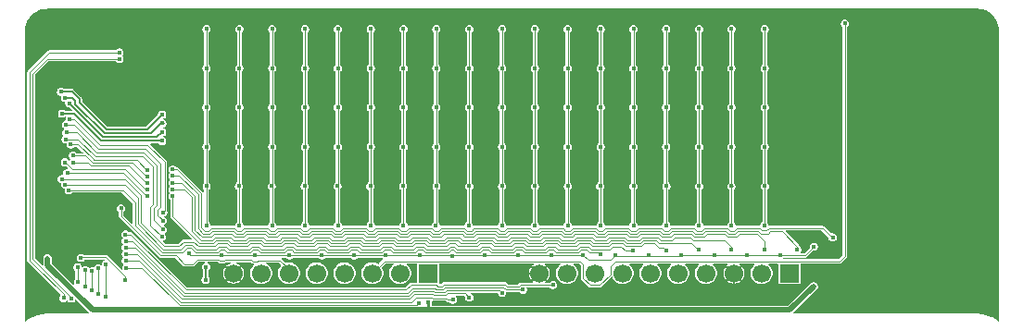
<source format=gbr>
%TF.GenerationSoftware,KiCad,Pcbnew,9.0.2*%
%TF.CreationDate,2025-07-25T11:54:52+02:00*%
%TF.ProjectId,LED_MATRIX,4c45445f-4d41-4545-9249-582e6b696361,rev?*%
%TF.SameCoordinates,Original*%
%TF.FileFunction,Copper,L2,Bot*%
%TF.FilePolarity,Positive*%
%FSLAX46Y46*%
G04 Gerber Fmt 4.6, Leading zero omitted, Abs format (unit mm)*
G04 Created by KiCad (PCBNEW 9.0.2) date 2025-07-25 11:54:52*
%MOMM*%
%LPD*%
G01*
G04 APERTURE LIST*
%TA.AperFunction,ComponentPad*%
%ADD10R,1.700000X1.700000*%
%TD*%
%TA.AperFunction,ComponentPad*%
%ADD11C,1.700000*%
%TD*%
%TA.AperFunction,ViaPad*%
%ADD12C,0.450000*%
%TD*%
%TA.AperFunction,Conductor*%
%ADD13C,0.125000*%
%TD*%
%TA.AperFunction,Conductor*%
%ADD14C,0.250000*%
%TD*%
%TA.AperFunction,Conductor*%
%ADD15C,0.500000*%
%TD*%
%TA.AperFunction,Conductor*%
%ADD16C,0.200000*%
%TD*%
%TA.AperFunction,Conductor*%
%ADD17C,0.150000*%
%TD*%
G04 APERTURE END LIST*
D10*
%TO.P,J1,1,Pin_1*%
%TO.N,+3.3V*%
X110330000Y-151000000D03*
D11*
%TO.P,J1,2,Pin_2*%
%TO.N,unconnected-(J1-Pin_2-Pad2)*%
X107790000Y-151000000D03*
%TO.P,J1,3,Pin_3*%
%TO.N,GND*%
X105250000Y-151000000D03*
%TO.P,J1,4,Pin_4*%
%TO.N,unconnected-(J1-Pin_4-Pad4)*%
X102710000Y-151000000D03*
%TO.P,J1,5,Pin_5*%
%TO.N,unconnected-(J1-Pin_5-Pad5)*%
X100170000Y-151000000D03*
%TO.P,J1,6,Pin_6*%
%TO.N,unconnected-(J1-Pin_6-Pad6)*%
X97630000Y-151000000D03*
%TO.P,J1,7,Pin_7*%
%TO.N,I2C2.SDA*%
X95090000Y-151000000D03*
%TO.P,J1,8,Pin_8*%
%TO.N,I2C2.SCL*%
X92550000Y-151000000D03*
%TO.P,J1,9,Pin_9*%
%TO.N,unconnected-(J1-Pin_9-Pad9)*%
X90010000Y-151000000D03*
%TO.P,J1,10,Pin_10*%
%TO.N,GND*%
X87470000Y-151000000D03*
%TD*%
D10*
%TO.P,J2,1,Pin_1*%
%TO.N,+5V*%
X77310000Y-151000000D03*
D11*
%TO.P,J2,2,Pin_2*%
%TO.N,unconnected-(J2-Pin_2-Pad2)*%
X74770000Y-151000000D03*
%TO.P,J2,3,Pin_3*%
%TO.N,DATA*%
X72230000Y-151000000D03*
%TO.P,J2,4,Pin_4*%
%TO.N,RESET*%
X69690000Y-151000000D03*
%TO.P,J2,5,Pin_5*%
%TO.N,INT*%
X67150000Y-151000000D03*
%TO.P,J2,6,Pin_6*%
%TO.N,OE*%
X64610000Y-151000000D03*
%TO.P,J2,7,Pin_7*%
%TO.N,unconnected-(J2-Pin_7-Pad7)*%
X62070000Y-151000000D03*
%TO.P,J2,8,Pin_8*%
%TO.N,GND*%
X59530000Y-151000000D03*
%TD*%
D12*
%TO.N,PA8*%
X90080155Y-132220000D03*
X90080155Y-139420000D03*
X90080155Y-146600000D03*
X90080155Y-135800000D03*
X90080155Y-128620000D03*
X49675847Y-147431966D03*
X90090000Y-143010000D03*
X88740000Y-152070000D03*
%TO.N,+5V*%
X112535000Y-152215000D03*
X77310000Y-153681600D03*
X42550000Y-149660000D03*
%TO.N,PB6*%
X53020002Y-138070300D03*
X44533729Y-135424090D03*
%TO.N,PB8*%
X44572373Y-136867204D03*
X53120155Y-145400300D03*
%TO.N,PB7*%
X43880155Y-136380300D03*
X53020002Y-138870300D03*
%TO.N,PB11*%
X53004927Y-147665073D03*
X44194540Y-138719831D03*
%TO.N,PB10*%
X53080000Y-146990000D03*
X44274354Y-138117435D03*
%TO.N,PB9*%
X44257612Y-137380833D03*
X53080000Y-146180300D03*
%TO.N,GND*%
X43570000Y-149710000D03*
X81700000Y-151570100D03*
X55650000Y-150924845D03*
X52690000Y-133720000D03*
X47070000Y-133730000D03*
X87400000Y-153410000D03*
X70990000Y-152010000D03*
X87400000Y-153410000D03*
X68370000Y-150350000D03*
X75900000Y-150438400D03*
X41510000Y-153500000D03*
X105250000Y-153410000D03*
X63890000Y-152060000D03*
X43280000Y-128310000D03*
%TO.N,Net-(D108-K)*%
X100462500Y-149360000D03*
X70570000Y-149360000D03*
X73462500Y-149360000D03*
X94462500Y-149360000D03*
X67610000Y-149360000D03*
X55440000Y-149200900D03*
X76544715Y-149359100D03*
X112570000Y-148550000D03*
X85550000Y-149360000D03*
X106462500Y-149360000D03*
X91505155Y-149360000D03*
X64650000Y-149360000D03*
X58462500Y-149360000D03*
X109462500Y-149360000D03*
X82462500Y-149360000D03*
X97462500Y-149360000D03*
X79540000Y-149460000D03*
X103462500Y-149360000D03*
X88600000Y-149360000D03*
X61462500Y-149360000D03*
%TO.N,PA10*%
X84080155Y-146600000D03*
X84090000Y-143010000D03*
X49689280Y-148636570D03*
X84080155Y-135800000D03*
X84080000Y-152784200D03*
X84080155Y-128620000D03*
X84080155Y-132220000D03*
X84080155Y-139420000D03*
%TO.N,PA11*%
X81080155Y-139420000D03*
X81080155Y-128620000D03*
X49715076Y-149238420D03*
X81090000Y-153224100D03*
X81037500Y-146600000D03*
X81080155Y-132220000D03*
X81080155Y-135800000D03*
X81090000Y-143010000D03*
%TO.N,PA12*%
X79600000Y-153410000D03*
X49719947Y-149840800D03*
X78080155Y-128620000D03*
X78080155Y-135800000D03*
X78080155Y-132220000D03*
X78090000Y-143010000D03*
X78030000Y-146600000D03*
X78080155Y-139420000D03*
%TO.N,PA13*%
X75080155Y-139420000D03*
X75080155Y-146600000D03*
X75080155Y-132220000D03*
X49740898Y-150480493D03*
X75080155Y-135800000D03*
X76514481Y-153734000D03*
X75037500Y-143010000D03*
X75080155Y-128620000D03*
%TO.N,PA14*%
X72080155Y-128620000D03*
X72080155Y-139420000D03*
X72080155Y-146600000D03*
X72080155Y-135800000D03*
X47875000Y-153128100D03*
X47875000Y-150185000D03*
X72080155Y-132220000D03*
X72037500Y-143010000D03*
%TO.N,PA15*%
X69037500Y-143010000D03*
X69080155Y-139420000D03*
X69080155Y-132220000D03*
X69080155Y-135800000D03*
X69080155Y-128620000D03*
X47170000Y-152849700D03*
X69080155Y-146600000D03*
X47174878Y-150560463D03*
%TO.N,PA16*%
X66080155Y-139420000D03*
X66080155Y-132220000D03*
X66080155Y-146600000D03*
X66080155Y-128620000D03*
X66080155Y-135800000D03*
X46560000Y-152550000D03*
X66037500Y-143010000D03*
X46630153Y-150817687D03*
%TO.N,PA17*%
X63037500Y-143010000D03*
X63080155Y-135800000D03*
X63080155Y-146600000D03*
X46000000Y-150710000D03*
X45960000Y-152180000D03*
X63080155Y-139420000D03*
X63080155Y-128620000D03*
X63080155Y-132220000D03*
%TO.N,PA18*%
X60037500Y-143010000D03*
X45310000Y-150440000D03*
X45330000Y-151800000D03*
X60080155Y-132220000D03*
X60080155Y-128620000D03*
X60080155Y-135800000D03*
X60080155Y-146600000D03*
X60080155Y-139420000D03*
%TO.N,PA19*%
X57080155Y-128620000D03*
X57090000Y-143010000D03*
X57080155Y-132220000D03*
X49600000Y-151635000D03*
X57000000Y-151610000D03*
X45596655Y-149585000D03*
X57080155Y-146600000D03*
X57080155Y-139420000D03*
X57037500Y-150410000D03*
X57080155Y-135800000D03*
%TO.N,INT*%
X44730000Y-153310000D03*
X49130000Y-131380000D03*
%TO.N,PB5*%
X53020002Y-137270300D03*
X44140000Y-134920300D03*
%TO.N,PB4*%
X43780155Y-134370300D03*
X53020002Y-136470300D03*
%TO.N,RESET*%
X49117186Y-130777734D03*
X44017573Y-153272427D03*
%TO.N,OE*%
X49260055Y-145060000D03*
%TO.N,PA7*%
X93037500Y-143010000D03*
X93080155Y-132220000D03*
X93080155Y-139420000D03*
X93060155Y-149231500D03*
X44474870Y-143394335D03*
X93080155Y-146600000D03*
X93080155Y-135800000D03*
X93080155Y-128620000D03*
%TO.N,PA9*%
X85990000Y-152505800D03*
X87080155Y-135800000D03*
X87080155Y-128620000D03*
X49691260Y-148034171D03*
X87080155Y-146600000D03*
X87080155Y-139420000D03*
X87080155Y-132220000D03*
X87090000Y-143010000D03*
%TO.N,PA2*%
X108080155Y-135800000D03*
X108037500Y-148822500D03*
X53980000Y-142700300D03*
X108037500Y-146600000D03*
X108067655Y-128620000D03*
X51712400Y-142720300D03*
X108080155Y-139420000D03*
X108067655Y-132220000D03*
X44883213Y-140865896D03*
X108090000Y-143010000D03*
%TO.N,PA1*%
X111050000Y-148822500D03*
X51712400Y-142118286D03*
X53980000Y-142072619D03*
X44883213Y-140203949D03*
%TO.N,PA4*%
X102080155Y-128620000D03*
X102090000Y-143010000D03*
X102080155Y-146590000D03*
X51712400Y-143925106D03*
X102080155Y-132220000D03*
X44350000Y-141810000D03*
X102037500Y-148822500D03*
X102080155Y-139420000D03*
X53980000Y-143925106D03*
X102080155Y-135800000D03*
%TO.N,PA3*%
X105037500Y-132220000D03*
X51712400Y-143322703D03*
X105037500Y-146600000D03*
X53980000Y-143310300D03*
X44140000Y-140840000D03*
X105037500Y-143010000D03*
X105037500Y-148822500D03*
X105037500Y-128620000D03*
X105037500Y-135800000D03*
X105037500Y-139420000D03*
%TO.N,PA6*%
X96080155Y-132220000D03*
X96070155Y-148953100D03*
X44160327Y-142880574D03*
X96080155Y-139420000D03*
X96080155Y-128620000D03*
X96080155Y-146600000D03*
X96080155Y-135800000D03*
X96090000Y-143010000D03*
%TO.N,PA5*%
X99080155Y-139420000D03*
X43840155Y-142370300D03*
X99080155Y-128620000D03*
X99090000Y-143010000D03*
X99080155Y-146600000D03*
X99070155Y-148953100D03*
X99080155Y-135800000D03*
X99080155Y-132220000D03*
%TO.N,PA0*%
X51712400Y-141515884D03*
X44677579Y-139197231D03*
X53980000Y-141470300D03*
X114287500Y-147710000D03*
%TO.N,DATA*%
X115400000Y-128110000D03*
%TD*%
D13*
%TO.N,PA8*%
X78598417Y-152182900D02*
X78771317Y-152010000D01*
X55188507Y-152508652D02*
X75326478Y-152508652D01*
X78187432Y-152182900D02*
X78598417Y-152182900D01*
X90080155Y-146680300D02*
X90080155Y-128680300D01*
X50111821Y-147431966D02*
X55188507Y-152508652D01*
X75326478Y-152508652D02*
X75769230Y-152065900D01*
X84323044Y-152010000D02*
X84538444Y-152225400D01*
X49675847Y-147431966D02*
X50111821Y-147431966D01*
X78070432Y-152065900D02*
X78187432Y-152182900D01*
X84538444Y-152225400D02*
X85646873Y-152225400D01*
X86173627Y-152065900D02*
X87911511Y-152065900D01*
X78771317Y-152010000D02*
X84323044Y-152010000D01*
X85646873Y-152225400D02*
X85807373Y-152064900D01*
X87928655Y-152070000D02*
X88740000Y-152070000D01*
X75769230Y-152065900D02*
X78070432Y-152065900D01*
X87918033Y-152059378D02*
X87928655Y-152070000D01*
X87911511Y-152065900D02*
X87918033Y-152059378D01*
X86172627Y-152064900D02*
X86173627Y-152065900D01*
X85807373Y-152064900D02*
X86172627Y-152064900D01*
D14*
%TO.N,+5V*%
X77300000Y-154366552D02*
X77300000Y-153745355D01*
D15*
X77300000Y-154366552D02*
X46676552Y-154366552D01*
X112535000Y-152215000D02*
X110383448Y-154366552D01*
X46676552Y-154366552D02*
X42550000Y-150240000D01*
X110383448Y-154366552D02*
X77300000Y-154366552D01*
X42550000Y-150240000D02*
X42550000Y-149660000D01*
D16*
%TO.N,PB6*%
X52553400Y-138516900D02*
X47626539Y-138516900D01*
X53000000Y-138070300D02*
X52553400Y-138516900D01*
X47626539Y-138516900D02*
X44533729Y-135424090D01*
D13*
%TO.N,PB8*%
X51663555Y-139223700D02*
X53250000Y-140810145D01*
X53250000Y-140810145D02*
X53250000Y-145270455D01*
X44977276Y-136867204D02*
X47333772Y-139223700D01*
X44572373Y-136867204D02*
X44977276Y-136867204D01*
X47333772Y-139223700D02*
X51663555Y-139223700D01*
X53250000Y-145270455D02*
X53120155Y-145400300D01*
D16*
%TO.N,PB7*%
X44990155Y-136380300D02*
X47480155Y-138870300D01*
X43880155Y-136380300D02*
X44990155Y-136380300D01*
X47480155Y-138870300D02*
X53020002Y-138870300D01*
D13*
%TO.N,PB11*%
X51934954Y-144909375D02*
X51934955Y-146595100D01*
X45320621Y-138719831D02*
X45325587Y-138714865D01*
X53004927Y-147665072D02*
X53004927Y-147665073D01*
X51934955Y-146595100D02*
X53004927Y-147665072D01*
X45325587Y-138714865D02*
X46894623Y-140283900D01*
X52189800Y-144654529D02*
X51934954Y-144909375D01*
X44194540Y-138719831D02*
X45320621Y-138719831D01*
X51224403Y-140283900D02*
X52189800Y-141249297D01*
X52189800Y-141249297D02*
X52189800Y-144654529D01*
X46894623Y-140283900D02*
X51224403Y-140283900D01*
%TO.N,PB10*%
X51370787Y-139930500D02*
X52543200Y-141102913D01*
X52543200Y-141102913D02*
X52543200Y-144800912D01*
X45227941Y-138117435D02*
X47041006Y-139930500D01*
X52288355Y-145055757D02*
X52288355Y-146138500D01*
X52288355Y-146138500D02*
X53080000Y-146930145D01*
X44274354Y-138117435D02*
X45227941Y-138117435D01*
X52543200Y-144800912D02*
X52288355Y-145055757D01*
X47041006Y-139930500D02*
X51370787Y-139930500D01*
X53080000Y-146930145D02*
X53080000Y-146990000D01*
%TO.N,PB9*%
X44274294Y-137397515D02*
X45007803Y-137397515D01*
X47187389Y-139577100D02*
X51517171Y-139577100D01*
X53080000Y-146130145D02*
X53080000Y-146180300D01*
X52896600Y-140956529D02*
X52896600Y-144947295D01*
X45007803Y-137397515D02*
X47187389Y-139577100D01*
X51517171Y-139577100D02*
X52896600Y-140956529D01*
X52896600Y-144947295D02*
X52641755Y-145202140D01*
X52641755Y-145202140D02*
X52641755Y-145691900D01*
X52641755Y-145691900D02*
X53080000Y-146130145D01*
X44257612Y-137380833D02*
X44274294Y-137397515D01*
D17*
%TO.N,GND*%
X67596688Y-152078400D02*
X67615088Y-152060000D01*
X81700000Y-151570100D02*
X82270100Y-151000000D01*
X74323312Y-152078400D02*
X75216688Y-152078400D01*
X69243312Y-152078400D02*
X70136688Y-152078400D01*
X59530000Y-151000000D02*
X60590000Y-152060000D01*
X61623312Y-152078400D02*
X62516688Y-152078400D01*
X64163312Y-152078400D02*
X65056688Y-152078400D01*
X72676688Y-152078400D02*
X72745088Y-152010000D01*
X69174912Y-152010000D02*
X69243312Y-152078400D01*
X71783312Y-152078400D02*
X72676688Y-152078400D01*
X66703312Y-152078400D02*
X67596688Y-152078400D01*
X66684912Y-152060000D02*
X66703312Y-152078400D01*
X70205088Y-152010000D02*
X70990000Y-152010000D01*
D15*
X105250000Y-153410000D02*
X87400000Y-153410000D01*
D17*
X70990000Y-152010000D02*
X71714912Y-152010000D01*
X74254912Y-152010000D02*
X74323312Y-152078400D01*
X75900000Y-151395088D02*
X75900000Y-150438400D01*
X68250000Y-152010000D02*
X69174912Y-152010000D01*
X105250000Y-153610000D02*
X105250000Y-151000000D01*
X65075088Y-152060000D02*
X66684912Y-152060000D01*
X75900000Y-150210000D02*
X75900000Y-150438400D01*
X68200000Y-152060000D02*
X68250000Y-152010000D01*
X62535088Y-152060000D02*
X63890000Y-152060000D01*
X60590000Y-152060000D02*
X61604912Y-152060000D01*
X64144912Y-152060000D02*
X64163312Y-152078400D01*
X65056688Y-152078400D02*
X65075088Y-152060000D01*
X75216688Y-152078400D02*
X75900000Y-151395088D01*
X72745088Y-152010000D02*
X74254912Y-152010000D01*
X71714912Y-152010000D02*
X71783312Y-152078400D01*
X82270100Y-151000000D02*
X87470000Y-151000000D01*
X62516688Y-152078400D02*
X62535088Y-152060000D01*
X63890000Y-152060000D02*
X64144912Y-152060000D01*
X70136688Y-152078400D02*
X70205088Y-152010000D01*
X61604912Y-152060000D02*
X61623312Y-152078400D01*
X67615088Y-152060000D02*
X68200000Y-152060000D01*
D13*
%TO.N,Net-(D108-K)*%
X94462500Y-149360000D02*
X94496500Y-149394000D01*
X64650000Y-149360000D02*
X61462500Y-149360000D01*
X82462500Y-149360000D02*
X79640000Y-149360000D01*
X70570000Y-149360000D02*
X73462500Y-149360000D01*
X61462500Y-149360000D02*
X58462500Y-149360000D01*
X58462500Y-149360000D02*
X55599100Y-149360000D01*
X76443815Y-149460000D02*
X76544715Y-149359100D01*
X88600000Y-149360000D02*
X91505155Y-149360000D01*
X73462500Y-149360000D02*
X76543815Y-149360000D01*
X100412500Y-149410000D02*
X100462500Y-149360000D01*
X109462500Y-149360000D02*
X111760000Y-149360000D01*
X97462500Y-149360000D02*
X97512500Y-149410000D01*
X79640000Y-149360000D02*
X79540000Y-149460000D01*
X106462500Y-149360000D02*
X109462500Y-149360000D01*
X58492655Y-149447500D02*
X58505155Y-149460000D01*
X94340000Y-149460000D02*
X94505155Y-149460000D01*
D16*
X58535155Y-149440000D02*
X58505155Y-149410000D01*
D13*
X88505155Y-149359100D02*
X88606055Y-149460000D01*
X103462500Y-149360000D02*
X106462500Y-149360000D01*
X76645615Y-149460000D02*
X76544715Y-149359100D01*
X55599100Y-149360000D02*
X55440000Y-149200900D01*
X85550000Y-149360000D02*
X82462500Y-149360000D01*
X76544715Y-149359100D02*
X79439100Y-149359100D01*
X91505155Y-149360000D02*
X91935155Y-149790000D01*
X97428500Y-149394000D02*
X97462500Y-149360000D01*
X79439100Y-149359100D02*
X79540000Y-149460000D01*
X91935155Y-149790000D02*
X94010000Y-149790000D01*
X94496500Y-149394000D02*
X97428500Y-149394000D01*
X100428500Y-149394000D02*
X100462500Y-149360000D01*
X94010000Y-149790000D02*
X94340000Y-149460000D01*
X111760000Y-149360000D02*
X112570000Y-148550000D01*
X97462500Y-149360000D02*
X97496500Y-149394000D01*
X97496500Y-149394000D02*
X100428500Y-149394000D01*
X67610000Y-149360000D02*
X64650000Y-149360000D01*
X85550000Y-149360000D02*
X88600000Y-149360000D01*
X67610000Y-149360000D02*
X70570000Y-149360000D01*
X100462500Y-149360000D02*
X103462500Y-149360000D01*
X76543815Y-149360000D02*
X76544715Y-149359100D01*
%TO.N,PA10*%
X77840627Y-152620700D02*
X77959627Y-152739700D01*
X50528989Y-148636570D02*
X54957871Y-153065452D01*
X83862600Y-152566800D02*
X84080000Y-152784200D01*
X77959627Y-152739700D02*
X78829052Y-152739700D01*
X84080155Y-146680300D02*
X84080155Y-128680300D01*
X79001952Y-152566800D02*
X83862600Y-152566800D01*
X49689280Y-148636570D02*
X50528989Y-148636570D01*
X54957871Y-153065452D02*
X75557112Y-153065452D01*
X76001864Y-152620700D02*
X77840627Y-152620700D01*
X78829052Y-152739700D02*
X79001952Y-152566800D01*
X75557112Y-153065452D02*
X76001864Y-152620700D01*
%TO.N,PA11*%
X78944370Y-153018100D02*
X79117270Y-152845200D01*
X81080155Y-146680300D02*
X81080155Y-128680300D01*
X49715076Y-149238420D02*
X50737121Y-149238420D01*
X77746724Y-152919100D02*
X77845725Y-153018100D01*
X76097182Y-152919100D02*
X77746724Y-152919100D01*
X77845725Y-153018100D02*
X78944370Y-153018100D01*
X80711100Y-152845200D02*
X81090000Y-153224100D01*
X50737121Y-149238420D02*
X54842554Y-153343852D01*
X54842554Y-153343852D02*
X75672430Y-153343852D01*
X75672430Y-153343852D02*
X76097182Y-152919100D01*
X79117270Y-152845200D02*
X80711100Y-152845200D01*
%TO.N,PA12*%
X78080155Y-146680300D02*
X78080155Y-128680300D01*
X49719947Y-149840800D02*
X50945783Y-149840800D01*
X77731822Y-153296500D02*
X79026500Y-153296500D01*
X79026500Y-153296500D02*
X79140000Y-153410000D01*
X79140000Y-153410000D02*
X79600000Y-153410000D01*
X77631822Y-153196500D02*
X77731822Y-153296500D01*
X75787744Y-153622253D02*
X76213500Y-153196500D01*
X54727235Y-153622252D02*
X75787744Y-153622253D01*
X76213500Y-153196500D02*
X77631822Y-153196500D01*
X50945783Y-149840800D02*
X54727235Y-153622252D01*
%TO.N,PA13*%
X49740898Y-150480493D02*
X51191759Y-150480493D01*
X76347829Y-153900652D02*
X76514481Y-153734000D01*
X75080155Y-146680300D02*
X75080155Y-128680300D01*
X54611918Y-153900652D02*
X76347829Y-153900652D01*
X51191759Y-150480493D02*
X54611918Y-153900652D01*
%TO.N,PA14*%
X72080155Y-146680300D02*
X72080155Y-128680300D01*
X47875000Y-150185000D02*
X47875000Y-153128100D01*
%TO.N,PA15*%
X69080155Y-146680300D02*
X69080155Y-128680300D01*
X47174878Y-150750022D02*
X47174878Y-150560463D01*
X47170000Y-152849700D02*
X47170000Y-150754900D01*
X47170000Y-150754900D02*
X47174878Y-150750022D01*
%TO.N,PA16*%
X66080155Y-146680300D02*
X66080155Y-128680300D01*
X46567597Y-152542403D02*
X46567597Y-151035758D01*
X46560000Y-152550000D02*
X46567597Y-152542403D01*
X46630153Y-150973202D02*
X46630153Y-150817687D01*
X46567597Y-151035758D02*
X46630153Y-150973202D01*
%TO.N,PA17*%
X45960000Y-152180000D02*
X45965194Y-152174806D01*
X63080155Y-146680300D02*
X63080155Y-128680300D01*
X45965194Y-150744806D02*
X46000000Y-150710000D01*
X45965194Y-152174806D02*
X45965194Y-150744806D01*
%TO.N,PA18*%
X60080155Y-146680300D02*
X60080155Y-128610000D01*
X45310000Y-151640000D02*
X45310000Y-150440000D01*
X45330000Y-151660000D02*
X45310000Y-151640000D01*
X45330000Y-151800000D02*
X45330000Y-151660000D01*
%TO.N,PA19*%
X45596655Y-149585000D02*
X45646655Y-149535000D01*
X49600000Y-151260000D02*
X49600000Y-151635000D01*
D16*
X57000000Y-151610000D02*
X57000000Y-150447500D01*
D13*
X47875000Y-149535000D02*
X49600000Y-151260000D01*
X45646655Y-149535000D02*
X47875000Y-149535000D01*
X57080155Y-146680300D02*
X57080155Y-128610000D01*
X57000000Y-150447500D02*
X57037500Y-150410000D01*
%TO.N,INT*%
X44750000Y-153260000D02*
X44750000Y-153290000D01*
X42520000Y-131380000D02*
X41200000Y-132700000D01*
X41200000Y-149710000D02*
X44750000Y-153260000D01*
X41200000Y-132700000D02*
X41200000Y-149710000D01*
X44750000Y-153290000D02*
X44730000Y-153310000D01*
X49130000Y-131380000D02*
X42520000Y-131380000D01*
D16*
%TO.N,PB5*%
X47772923Y-138163500D02*
X52031726Y-138163500D01*
X44140000Y-134920300D02*
X44843112Y-134920300D01*
X45108729Y-135499306D02*
X47772923Y-138163500D01*
X44843112Y-134920300D02*
X45108729Y-135185917D01*
X52031726Y-138163500D02*
X52924926Y-137270300D01*
X45108729Y-135185917D02*
X45108729Y-135499306D01*
X52924926Y-137270300D02*
X53160153Y-137270300D01*
%TO.N,PB4*%
X45461129Y-135039948D02*
X45461129Y-135351922D01*
X44791481Y-134370300D02*
X45461129Y-135039948D01*
X47919307Y-137810100D02*
X51649900Y-137810100D01*
X51649900Y-137810100D02*
X52989700Y-136470300D01*
X43780155Y-134370300D02*
X44791481Y-134370300D01*
X45461129Y-135351922D02*
X47919307Y-137810100D01*
X52989700Y-136470300D02*
X53000000Y-136470300D01*
D13*
%TO.N,RESET*%
X49117186Y-130777734D02*
X42728549Y-130777734D01*
X44017573Y-152927573D02*
X44017573Y-153272427D01*
X42728549Y-130777734D02*
X40921600Y-132584683D01*
X40921600Y-132584683D02*
X40921600Y-149831600D01*
X40921600Y-149831600D02*
X41340000Y-150250000D01*
X41340000Y-150250000D02*
X44017573Y-152927573D01*
%TO.N,OE*%
X55840000Y-150170000D02*
X56271600Y-149738400D01*
X55070000Y-150170000D02*
X55840000Y-150170000D01*
X49260055Y-145742555D02*
X49260055Y-145060000D01*
X64610000Y-150620000D02*
X64610000Y-151000000D01*
X52878400Y-149360900D02*
X49260055Y-145742555D01*
X61192350Y-149788400D02*
X61323950Y-149920000D01*
X63800000Y-149810000D02*
X64610000Y-150620000D01*
X52878400Y-149360900D02*
X54260900Y-149360900D01*
X58767960Y-149788400D02*
X61192350Y-149788400D01*
X58317350Y-149863400D02*
X58692960Y-149863400D01*
X54260900Y-149360900D02*
X55070000Y-150170000D01*
X58692960Y-149863400D02*
X58767960Y-149788400D01*
X56271600Y-149738400D02*
X58192350Y-149738400D01*
X61323950Y-149920000D02*
X61686360Y-149920000D01*
X61686360Y-149920000D02*
X61796360Y-149810000D01*
X58192350Y-149738400D02*
X58317350Y-149863400D01*
X61796360Y-149810000D02*
X63800000Y-149810000D01*
%TO.N,PA7*%
X76778885Y-148819100D02*
X76371425Y-148819100D01*
X92898655Y-149070000D02*
X92079785Y-149070000D01*
X50541755Y-144488524D02*
X49447566Y-143394335D01*
X85839410Y-148819100D02*
X85396106Y-148819100D01*
X73070003Y-149070000D02*
X71090308Y-149070001D01*
X64844209Y-148823900D02*
X64451427Y-148823900D01*
X64205326Y-149070000D02*
X61995104Y-149070000D01*
X70839407Y-148819100D02*
X70320905Y-148819100D01*
X50541755Y-146612861D02*
X50541755Y-144488524D01*
X93060155Y-149231500D02*
X92898655Y-149070000D01*
X70320905Y-148819100D02*
X70070004Y-149070000D01*
X71090308Y-149070001D02*
X70839407Y-148819100D01*
X73839411Y-148819100D02*
X73320902Y-148819100D01*
X58714204Y-148819100D02*
X58328791Y-148819100D01*
X74090312Y-149070000D02*
X73839411Y-148819100D01*
X61320903Y-148819100D02*
X61070003Y-149070000D01*
X65090310Y-149070000D02*
X64844209Y-148823900D01*
X76120526Y-149070000D02*
X74090312Y-149070000D01*
X64451427Y-148823900D02*
X64205326Y-149070000D01*
X85145208Y-149070000D02*
X83090310Y-149070000D01*
X56069240Y-149070000D02*
X55662640Y-148663400D01*
X67160524Y-149070000D02*
X65090310Y-149070000D01*
X79461425Y-148819100D02*
X79210526Y-149070000D01*
X86090311Y-149070000D02*
X85839410Y-148819100D01*
X61744203Y-148819100D02*
X61320903Y-148819100D01*
X79210526Y-149070000D02*
X77029786Y-149070000D01*
X79840421Y-149070000D02*
X79589520Y-148819100D01*
X68090310Y-149070000D02*
X67839408Y-148819100D01*
X82070000Y-149070000D02*
X79840421Y-149070000D01*
X67411426Y-148819100D02*
X67160524Y-149070000D01*
X54902500Y-149070000D02*
X52998893Y-149070000D01*
X77029786Y-149070000D02*
X76778885Y-148819100D01*
X85396106Y-148819100D02*
X85145208Y-149070000D01*
X88070003Y-149070000D02*
X86090311Y-149070000D01*
X89045737Y-149070000D02*
X88794837Y-148819100D01*
X58077890Y-149070000D02*
X56069240Y-149070000D01*
X67839408Y-148819100D02*
X67411426Y-148819100D01*
X91320905Y-148819100D02*
X91070006Y-149070000D01*
X61995104Y-149070000D02*
X61744203Y-148819100D01*
X55662640Y-148663400D02*
X55309100Y-148663400D01*
X52998893Y-149070000D02*
X50541755Y-146612861D01*
X79589520Y-148819100D02*
X79461425Y-148819100D01*
X70070004Y-149070000D02*
X68090310Y-149070000D01*
X61070003Y-149070000D02*
X58965105Y-149070000D01*
X73320902Y-148819100D02*
X73070003Y-149070000D01*
X76371425Y-148819100D02*
X76120526Y-149070000D01*
X88320902Y-148819100D02*
X88070003Y-149070000D01*
X92079785Y-149070000D02*
X91828884Y-148819100D01*
X91828884Y-148819100D02*
X91320905Y-148819100D01*
X82320902Y-148819100D02*
X82070000Y-149070000D01*
X91070006Y-149070000D02*
X89045737Y-149070000D01*
X58965105Y-149070000D02*
X58714204Y-148819100D01*
X58328791Y-148819100D02*
X58077890Y-149070000D01*
X93080155Y-146680300D02*
X93080155Y-128680300D01*
X82839408Y-148819100D02*
X82320902Y-148819100D01*
X88794837Y-148819100D02*
X88320902Y-148819100D01*
X49447566Y-143394335D02*
X44474870Y-143394335D01*
X55309100Y-148663400D02*
X54902500Y-149070000D01*
X83090310Y-149070000D02*
X82839408Y-148819100D01*
%TO.N,PA9*%
X50320308Y-148034171D02*
X55073189Y-152787052D01*
X55073189Y-152787052D02*
X75441795Y-152787052D01*
X75441795Y-152787052D02*
X75885547Y-152343300D01*
X78073530Y-152461300D02*
X78713734Y-152461300D01*
X87080155Y-146680300D02*
X87080155Y-128680300D01*
X84423126Y-152503800D02*
X85988000Y-152503800D01*
X77955530Y-152343300D02*
X78073530Y-152461300D01*
X49691260Y-148034171D02*
X50320308Y-148034171D01*
X78886634Y-152288400D02*
X84207727Y-152288400D01*
X84207727Y-152288400D02*
X84423126Y-152503800D01*
X85988000Y-152503800D02*
X85990000Y-152505800D01*
X78713734Y-152461300D02*
X78886634Y-152288400D01*
X75885547Y-152343300D02*
X77955530Y-152343300D01*
%TO.N,PA2*%
X46499519Y-141127100D02*
X46503638Y-141127100D01*
X105493417Y-147678000D02*
X105744317Y-147427100D01*
X86666893Y-147678000D02*
X87493416Y-147678000D01*
X99493417Y-147678000D02*
X99744317Y-147427100D01*
X99744317Y-147427100D02*
X101372511Y-147427100D01*
X56023355Y-147034461D02*
X56666892Y-147678000D01*
X92666892Y-147678000D02*
X93493417Y-147678000D01*
X75744317Y-147427100D02*
X77415992Y-147427100D01*
X89666892Y-147678000D02*
X90493417Y-147678000D01*
X108037500Y-148092244D02*
X108037500Y-148822500D01*
X46503638Y-141127100D02*
X46533138Y-141156600D01*
X105744317Y-147427100D02*
X107372356Y-147427100D01*
X53960155Y-142700300D02*
X54822719Y-142700300D01*
X65415992Y-147427100D02*
X65666892Y-147678000D01*
X98415994Y-147427100D02*
X98666892Y-147678000D01*
X95666892Y-147678000D02*
X96493416Y-147678000D01*
X69744317Y-147427100D02*
X71415993Y-147427100D01*
X89415992Y-147427100D02*
X89666892Y-147678000D01*
X81744317Y-147427100D02*
X83415992Y-147427100D01*
X98666892Y-147678000D02*
X99493417Y-147678000D01*
X68666892Y-147678000D02*
X69493416Y-147678000D01*
X71666893Y-147678000D02*
X72493416Y-147678000D01*
X78744317Y-147427100D02*
X80415992Y-147427100D01*
X102787800Y-147427100D02*
X104415993Y-147427100D01*
X63744317Y-147427100D02*
X65415992Y-147427100D01*
X66493416Y-147678000D02*
X66744317Y-147427100D01*
X93493417Y-147678000D02*
X93744317Y-147427100D01*
X96493416Y-147678000D02*
X96744317Y-147427100D01*
X101372511Y-147427100D02*
X101627711Y-147682300D01*
X104666893Y-147678000D02*
X105493417Y-147678000D01*
X57744317Y-147427100D02*
X59415992Y-147427100D01*
X81493416Y-147678000D02*
X81744317Y-147427100D01*
X62415992Y-147427100D02*
X62666892Y-147678000D01*
X60493416Y-147678000D02*
X60744317Y-147427100D01*
X95415992Y-147427100D02*
X95666892Y-147678000D01*
X72493416Y-147678000D02*
X72744317Y-147427100D01*
X63493416Y-147678000D02*
X63744317Y-147427100D01*
X107372356Y-147427100D02*
X108037500Y-148092244D01*
X56666892Y-147678000D02*
X57493416Y-147678000D01*
X51580155Y-142720300D02*
X51712400Y-142720300D01*
X50016455Y-141156600D02*
X51580155Y-142720300D01*
X83666892Y-147678000D02*
X84493416Y-147678000D01*
X96744317Y-147427100D02*
X98415994Y-147427100D01*
X108080155Y-146415698D02*
X108080155Y-128692800D01*
X46238315Y-140865896D02*
X46499519Y-141127100D01*
X54822719Y-142700300D02*
X56023355Y-143900936D01*
X92415992Y-147427100D02*
X92666892Y-147678000D01*
X77415992Y-147427100D02*
X77666893Y-147678000D01*
X59666893Y-147678000D02*
X60493416Y-147678000D01*
X44883213Y-140865896D02*
X46238315Y-140865896D01*
X77666893Y-147678000D02*
X78493416Y-147678000D01*
X66744317Y-147427100D02*
X68415992Y-147427100D01*
X80666893Y-147678000D02*
X81493416Y-147678000D01*
X74666893Y-147678000D02*
X75493416Y-147678000D01*
X102532601Y-147682300D02*
X102787800Y-147427100D01*
X80415992Y-147427100D02*
X80666893Y-147678000D01*
X74415992Y-147427100D02*
X74666893Y-147678000D01*
X84744317Y-147427100D02*
X86415993Y-147427100D01*
X90493417Y-147678000D02*
X90744317Y-147427100D01*
X84493416Y-147678000D02*
X84744317Y-147427100D01*
X83415992Y-147427100D02*
X83666892Y-147678000D01*
X101627711Y-147682300D02*
X102532601Y-147682300D01*
X87744317Y-147427100D02*
X89415992Y-147427100D01*
X72744317Y-147427100D02*
X74415992Y-147427100D01*
X62666892Y-147678000D02*
X63493416Y-147678000D01*
X57493416Y-147678000D02*
X57744317Y-147427100D01*
X86415993Y-147427100D02*
X86666893Y-147678000D01*
X108080155Y-128692800D02*
X108067655Y-128680300D01*
X71415993Y-147427100D02*
X71666893Y-147678000D01*
X78493416Y-147678000D02*
X78744317Y-147427100D01*
X87493416Y-147678000D02*
X87744317Y-147427100D01*
X90744317Y-147427100D02*
X92415992Y-147427100D01*
X69493416Y-147678000D02*
X69744317Y-147427100D01*
X68415992Y-147427100D02*
X68666892Y-147678000D01*
X75493416Y-147678000D02*
X75744317Y-147427100D01*
X104415993Y-147427100D02*
X104666893Y-147678000D01*
X93744317Y-147427100D02*
X95415992Y-147427100D01*
X65666892Y-147678000D02*
X66493416Y-147678000D01*
X46533138Y-141156600D02*
X50016455Y-141156600D01*
X60744317Y-147427100D02*
X62415992Y-147427100D01*
X56023355Y-143900936D02*
X56023355Y-147034461D01*
X59415992Y-147427100D02*
X59666893Y-147678000D01*
%TO.N,PA1*%
X93378099Y-147399600D02*
X93628999Y-147148700D01*
X68531310Y-147148700D02*
X68782210Y-147399600D01*
X71531310Y-147148700D02*
X71782211Y-147399600D01*
X90378099Y-147399600D02*
X90628999Y-147148700D01*
X75629000Y-147148700D02*
X77531308Y-147148700D01*
X99378099Y-147399600D02*
X99628999Y-147148700D01*
X46644336Y-140878200D02*
X45986136Y-140220000D01*
X63378099Y-147399600D02*
X63629000Y-147148700D01*
X95531310Y-147148700D02*
X95782210Y-147399600D01*
X83531309Y-147148700D02*
X83782210Y-147399600D01*
X111050000Y-148540000D02*
X109658700Y-147148700D01*
X72629000Y-147148700D02*
X74531308Y-147148700D01*
X80531308Y-147148700D02*
X80782211Y-147399600D01*
X89782210Y-147399600D02*
X90378099Y-147399600D01*
X105378099Y-147399600D02*
X105628999Y-147148700D01*
X57378099Y-147399600D02*
X57629000Y-147148700D01*
X81378099Y-147399600D02*
X81629000Y-147148700D01*
X107702458Y-147364900D02*
X108377543Y-147364900D01*
X54588756Y-142072619D02*
X56301755Y-143785618D01*
X84378099Y-147399600D02*
X84629000Y-147148700D01*
X72378099Y-147399600D02*
X72629000Y-147148700D01*
X80782211Y-147399600D02*
X81378099Y-147399600D01*
X89531309Y-147148700D02*
X89782210Y-147399600D01*
X108377543Y-147364900D02*
X108593742Y-147148700D01*
X45020000Y-140220000D02*
X44899264Y-140220000D01*
X90628999Y-147148700D02*
X92531310Y-147148700D01*
X75378099Y-147399600D02*
X75629000Y-147148700D01*
X66629000Y-147148700D02*
X68531310Y-147148700D01*
X65531310Y-147148700D02*
X65781305Y-147398695D01*
X66379005Y-147398695D02*
X66629000Y-147148700D01*
X81629000Y-147148700D02*
X83531309Y-147148700D01*
X87629000Y-147148700D02*
X89531309Y-147148700D01*
X51588286Y-142118286D02*
X50348200Y-140878200D01*
X96378099Y-147399600D02*
X96629000Y-147148700D01*
X60629000Y-147148700D02*
X62531310Y-147148700D01*
X86531311Y-147148700D02*
X86782211Y-147399600D01*
X102673897Y-147148700D02*
X104531311Y-147148700D01*
X62531310Y-147148700D02*
X62782210Y-147399600D01*
X56782210Y-147399600D02*
X57378099Y-147399600D01*
X104531311Y-147148700D02*
X104782211Y-147399600D01*
X60378099Y-147399600D02*
X60629000Y-147148700D01*
X57629000Y-147148700D02*
X59531308Y-147148700D01*
X59531308Y-147148700D02*
X59782210Y-147399600D01*
X69629000Y-147148700D02*
X71531310Y-147148700D01*
X86782211Y-147399600D02*
X87378099Y-147399600D01*
X65781305Y-147398695D02*
X66379005Y-147398695D01*
X68782210Y-147399600D02*
X69378099Y-147399600D01*
X74531308Y-147148700D02*
X74782210Y-147399600D01*
X111050000Y-148820000D02*
X111050000Y-148540000D01*
X62782210Y-147399600D02*
X63378099Y-147399600D01*
X101742613Y-147404900D02*
X102417698Y-147404900D01*
X56301755Y-146919144D02*
X56782210Y-147399600D01*
X107486258Y-147148700D02*
X107702458Y-147364900D01*
X45986136Y-140220000D02*
X45020000Y-140220000D01*
X101486413Y-147148700D02*
X101742613Y-147404900D01*
X53949956Y-142072619D02*
X54588756Y-142072619D01*
X77531308Y-147148700D02*
X77782210Y-147399600D01*
X84629000Y-147148700D02*
X86531311Y-147148700D01*
X102417698Y-147404900D02*
X102673897Y-147148700D01*
X92782210Y-147399600D02*
X93378099Y-147399600D01*
X96629000Y-147148700D02*
X98531311Y-147148700D01*
X95782210Y-147399600D02*
X96378099Y-147399600D01*
X69378099Y-147399600D02*
X69629000Y-147148700D01*
X83782210Y-147399600D02*
X84378099Y-147399600D01*
X56301755Y-143785618D02*
X56301755Y-146919144D01*
X71782211Y-147399600D02*
X72378099Y-147399600D01*
X92531310Y-147148700D02*
X92782210Y-147399600D01*
X93628999Y-147148700D02*
X95531310Y-147148700D01*
X63629000Y-147148700D02*
X65531310Y-147148700D01*
X77782210Y-147399600D02*
X78378099Y-147399600D01*
X44899264Y-140220000D02*
X44883213Y-140203949D01*
X98782210Y-147399600D02*
X99378099Y-147399600D01*
X98531311Y-147148700D02*
X98782210Y-147399600D01*
X78629000Y-147148700D02*
X80531308Y-147148700D01*
X104782211Y-147399600D02*
X105378099Y-147399600D01*
X59782210Y-147399600D02*
X60378099Y-147399600D01*
X87378099Y-147399600D02*
X87629000Y-147148700D01*
X50348200Y-140878200D02*
X46644336Y-140878200D01*
X78378099Y-147399600D02*
X78629000Y-147148700D01*
X108593742Y-147148700D02*
X109658700Y-147148700D01*
X99628999Y-147148700D02*
X101486413Y-147148700D01*
X51689842Y-142118286D02*
X51588286Y-142118286D01*
X74782210Y-147399600D02*
X75378099Y-147399600D01*
X105628999Y-147148700D02*
X107486258Y-147148700D01*
%TO.N,PA4*%
X90974953Y-147983900D02*
X92174837Y-147983900D01*
X83185357Y-147983900D02*
X83436259Y-148234800D01*
X89436259Y-148234800D02*
X90724053Y-148234800D01*
X67065473Y-147983900D02*
X68185357Y-147983900D01*
X69724051Y-148234800D02*
X69974951Y-147983900D01*
X79115472Y-147983900D02*
X80054837Y-147983900D01*
X63859373Y-148234800D02*
X64105473Y-147988700D01*
X95436259Y-148234800D02*
X96724049Y-148234800D01*
X77375737Y-148234800D02*
X78864573Y-148234800D01*
X65436259Y-148234800D02*
X66814573Y-148234800D01*
X57724050Y-148234800D02*
X57974951Y-147983900D01*
X53980000Y-145778543D02*
X56436257Y-148234800D01*
X96724049Y-148234800D02*
X96974951Y-147983900D01*
X80054837Y-147983900D02*
X80305737Y-148234800D01*
X84799255Y-148234800D02*
X85050155Y-147983900D01*
X72724050Y-148234800D02*
X72974950Y-147983900D01*
X74185359Y-147983900D02*
X74436261Y-148234800D01*
X89185357Y-147983900D02*
X89436259Y-148234800D01*
X68436259Y-148234800D02*
X69724051Y-148234800D01*
X78864573Y-148234800D02*
X79115472Y-147983900D01*
X93974953Y-147983900D02*
X95185357Y-147983900D01*
X53980000Y-143925106D02*
X53980000Y-145778543D01*
X95185357Y-147983900D02*
X95436259Y-148234800D01*
X72974950Y-147983900D02*
X74185359Y-147983900D01*
X60724051Y-148234800D02*
X60974951Y-147983900D01*
X62090155Y-147983900D02*
X62341055Y-148234800D01*
X98436257Y-148234800D02*
X101395607Y-148234800D01*
X44375000Y-141835000D02*
X44350000Y-141810000D01*
X59311055Y-148234800D02*
X60724051Y-148234800D01*
X86185358Y-147983900D02*
X86436260Y-148234800D01*
X83436259Y-148234800D02*
X84799255Y-148234800D01*
X56436257Y-148234800D02*
X57724050Y-148234800D01*
X64105473Y-147988700D02*
X65190157Y-147988700D01*
X80305737Y-148234800D02*
X81724050Y-148234800D01*
X71436260Y-148234800D02*
X72724050Y-148234800D01*
X65190157Y-147988700D02*
X65436259Y-148234800D01*
X69974951Y-147983900D02*
X71185358Y-147983900D01*
X77124837Y-147983900D02*
X77375737Y-148234800D01*
X93724053Y-148234800D02*
X93974953Y-147983900D01*
X60974951Y-147983900D02*
X62090155Y-147983900D01*
X49468925Y-141835000D02*
X44375000Y-141835000D01*
X101395607Y-148234800D02*
X101983307Y-148822500D01*
X92174837Y-147983900D02*
X92425737Y-148234800D01*
X71185358Y-147983900D02*
X71436260Y-148234800D01*
X76025472Y-147983900D02*
X77124837Y-147983900D01*
X98185359Y-147983900D02*
X98436257Y-148234800D01*
X68185357Y-147983900D02*
X68436259Y-148234800D01*
X51559031Y-143925106D02*
X49468925Y-141835000D01*
X74436261Y-148234800D02*
X75774573Y-148234800D01*
X87724050Y-148234800D02*
X87974950Y-147983900D01*
X86436260Y-148234800D02*
X87724050Y-148234800D01*
X81724050Y-148234800D02*
X81974951Y-147983900D01*
X51712400Y-143925106D02*
X51559031Y-143925106D01*
X90724053Y-148234800D02*
X90974953Y-147983900D01*
X59060155Y-147983900D02*
X59311055Y-148234800D01*
X57974951Y-147983900D02*
X59060155Y-147983900D01*
X75774573Y-148234800D02*
X76025472Y-147983900D01*
X62341055Y-148234800D02*
X63859373Y-148234800D01*
X81974951Y-147983900D02*
X83185357Y-147983900D01*
X87974950Y-147983900D02*
X89185357Y-147983900D01*
X96974951Y-147983900D02*
X98185359Y-147983900D01*
X85050155Y-147983900D02*
X86185358Y-147983900D01*
X92425737Y-148234800D02*
X93724053Y-148234800D01*
X102080155Y-146668299D02*
X102080155Y-128680300D01*
X66814573Y-148234800D02*
X67065473Y-147983900D01*
X101983307Y-148822500D02*
X102037500Y-148822500D01*
%TO.N,PA3*%
X90859635Y-147705500D02*
X92290155Y-147705500D01*
X95551575Y-147956400D02*
X96608733Y-147956400D01*
X80421055Y-147956400D02*
X81608733Y-147956400D01*
X105037500Y-140427500D02*
X105030000Y-140420000D01*
X72859633Y-147705500D02*
X74300675Y-147705500D01*
X105037500Y-135800000D02*
X105037500Y-134920155D01*
X53972403Y-143310300D02*
X55039001Y-143310300D01*
X105037500Y-134910000D02*
X105037500Y-133150000D01*
X105040000Y-145717500D02*
X105037500Y-145720000D01*
X65305474Y-147710300D02*
X65551575Y-147956400D01*
X84608732Y-147956400D02*
X84859634Y-147705500D01*
X105030000Y-140420000D02*
X105037500Y-140412500D01*
X105037500Y-143010000D02*
X105037500Y-142082500D01*
X95300674Y-147705500D02*
X95551575Y-147956400D01*
X105010000Y-143010000D02*
X105000000Y-143020000D01*
X92290155Y-147705500D02*
X92541055Y-147956400D01*
X62521055Y-147956400D02*
X63744055Y-147956400D01*
X66699255Y-147956400D02*
X66950155Y-147705500D01*
X84859634Y-147705500D02*
X86300675Y-147705500D01*
X75659255Y-147956400D02*
X75910155Y-147705500D01*
X105057422Y-128659845D02*
X105017577Y-128620000D01*
X62270155Y-147705500D02*
X62521055Y-147956400D01*
X105090000Y-132229845D02*
X105080155Y-132220000D01*
X101512809Y-147959700D02*
X102647504Y-147959700D01*
X93859635Y-147705500D02*
X95300674Y-147705500D01*
X57859634Y-147705500D02*
X59300675Y-147705500D01*
X87608732Y-147956400D02*
X87859632Y-147705500D01*
X75910155Y-147705500D02*
X77240155Y-147705500D01*
X59551577Y-147956400D02*
X60608733Y-147956400D01*
X87859632Y-147705500D02*
X89300674Y-147705500D01*
X60608733Y-147956400D02*
X60859633Y-147705500D01*
X78749255Y-147956400D02*
X79000155Y-147705500D01*
X86300675Y-147705500D02*
X86551576Y-147956400D01*
X66950155Y-147705500D02*
X68300674Y-147705500D01*
X105150000Y-143000000D02*
X105070000Y-142920000D01*
X56551575Y-147956400D02*
X57608733Y-147956400D01*
X105037500Y-146600000D02*
X105030000Y-146592500D01*
X105037500Y-146592500D02*
X105037500Y-145720000D01*
X65551575Y-147956400D02*
X66699255Y-147956400D01*
X71300675Y-147705500D02*
X71551576Y-147956400D01*
X105037500Y-143010000D02*
X105037500Y-143927500D01*
X74551577Y-147956400D02*
X75659255Y-147956400D01*
X68551575Y-147956400D02*
X69608733Y-147956400D01*
X74300675Y-147705500D02*
X74551577Y-147956400D01*
X105080155Y-132220000D02*
X105080000Y-132219845D01*
X89551575Y-147956400D02*
X90608735Y-147956400D01*
X81608733Y-147956400D02*
X81859634Y-147705500D01*
X68300674Y-147705500D02*
X68551575Y-147956400D01*
X57608733Y-147956400D02*
X57859634Y-147705500D01*
X105037500Y-140412500D02*
X105037500Y-139420000D01*
X72608733Y-147956400D02*
X72859633Y-147705500D01*
X98300676Y-147705500D02*
X98551575Y-147956400D01*
X90608735Y-147956400D02*
X90859635Y-147705500D01*
X44200000Y-140840000D02*
X44795000Y-141435000D01*
X69608733Y-147956400D02*
X69859633Y-147705500D01*
X105037500Y-132219845D02*
X105037500Y-129640000D01*
X60859633Y-147705500D02*
X62270155Y-147705500D01*
X89300674Y-147705500D02*
X89551575Y-147956400D01*
X105070000Y-139430155D02*
X105080155Y-139420000D01*
X63744055Y-147956400D02*
X63990155Y-147710300D01*
X105040000Y-143930000D02*
X105040000Y-145717500D01*
X96859634Y-147705500D02*
X98300676Y-147705500D01*
X69859633Y-147705500D02*
X71300675Y-147705500D01*
X105037500Y-136790000D02*
X105037500Y-135800155D01*
X83300674Y-147705500D02*
X83551575Y-147956400D01*
X63990155Y-147710300D02*
X65305474Y-147710300D01*
X104456400Y-147956400D02*
X105037500Y-148537500D01*
X105037500Y-143927500D02*
X105040000Y-143930000D01*
X102650804Y-147956400D02*
X104456400Y-147956400D01*
X83551575Y-147956400D02*
X84608732Y-147956400D01*
X44795000Y-141435000D02*
X49654855Y-141435000D01*
X101258609Y-147705500D02*
X101512809Y-147959700D01*
X79000155Y-147705500D02*
X80170155Y-147705500D01*
X59300675Y-147705500D02*
X59551577Y-147956400D01*
X71551576Y-147956400D02*
X72608733Y-147956400D01*
X99859635Y-147705500D02*
X101258609Y-147705500D01*
X102647504Y-147959700D02*
X102650804Y-147956400D01*
X77491055Y-147956400D02*
X78749255Y-147956400D01*
X99608735Y-147956400D02*
X99859635Y-147705500D01*
X105037500Y-139420000D02*
X105037500Y-136790155D01*
X96608733Y-147956400D02*
X96859634Y-147705500D01*
X105080000Y-135800155D02*
X105080155Y-135800000D01*
X98551575Y-147956400D02*
X99608735Y-147956400D01*
X86551576Y-147956400D02*
X87608732Y-147956400D01*
X81859634Y-147705500D02*
X83300674Y-147705500D01*
X105037500Y-148537500D02*
X105037500Y-148822500D01*
X55744955Y-144016254D02*
X55744955Y-147149778D01*
X80170155Y-147705500D02*
X80421055Y-147956400D01*
X51542558Y-143322703D02*
X51712400Y-143322703D01*
X105037500Y-143010000D02*
X105010000Y-143010000D01*
X49654855Y-141435000D02*
X51542558Y-143322703D01*
X105037500Y-133130000D02*
X105037500Y-132229845D01*
X92541055Y-147956400D02*
X93608735Y-147956400D01*
X93608735Y-147956400D02*
X93859635Y-147705500D01*
X105037500Y-129600000D02*
X105037500Y-128659845D01*
X44140000Y-140840000D02*
X44200000Y-140840000D01*
X55039001Y-143310300D02*
X55744955Y-144016254D01*
X105037500Y-142082500D02*
X105037500Y-140427500D01*
X77240155Y-147705500D02*
X77491055Y-147956400D01*
X55744955Y-147149778D02*
X56551575Y-147956400D01*
%TO.N,PA6*%
X50820155Y-144070300D02*
X49610155Y-142860300D01*
X44180601Y-142860300D02*
X44160327Y-142880574D01*
X81954684Y-148791600D02*
X79955738Y-148791600D01*
X64959525Y-148545500D02*
X64336109Y-148545500D01*
X87954686Y-148791600D02*
X86205628Y-148791600D01*
X73954727Y-148540700D02*
X73205585Y-148540700D01*
X73205585Y-148540700D02*
X72954686Y-148791600D01*
X89161055Y-148791600D02*
X88910155Y-148540700D01*
X82954724Y-148540700D02*
X82205585Y-148540700D01*
X91205587Y-148540700D02*
X90954689Y-148791600D01*
X59080422Y-148791600D02*
X58829520Y-148540700D01*
X55777542Y-148386000D02*
X55102457Y-148386000D01*
X88910155Y-148540700D02*
X88205585Y-148540700D01*
X93954689Y-148791600D02*
X92195102Y-148791600D01*
X71205626Y-148791601D02*
X70954725Y-148540700D01*
X94954725Y-148540700D02*
X94205589Y-148540700D01*
X70205587Y-148540700D02*
X69954687Y-148791600D01*
X67954724Y-148540700D02*
X67296109Y-148540700D01*
X70954725Y-148540700D02*
X70205587Y-148540700D01*
X85280789Y-148540700D02*
X85029891Y-148791600D01*
X76894201Y-148540700D02*
X76256108Y-148540700D01*
X96080155Y-146680300D02*
X96080155Y-128680300D01*
X65205627Y-148791600D02*
X64959525Y-148545500D01*
X79704837Y-148540700D02*
X79346108Y-148540700D01*
X79095209Y-148791600D02*
X77145103Y-148791600D01*
X58829520Y-148540700D02*
X58213473Y-148540700D01*
X57962573Y-148791600D02*
X56183143Y-148791600D01*
X62110421Y-148791600D02*
X61859520Y-148540700D01*
X94205589Y-148540700D02*
X93954689Y-148791600D01*
X77145103Y-148791600D02*
X76894201Y-148540700D01*
X55102457Y-148386000D02*
X54696858Y-148791600D01*
X61205586Y-148540700D02*
X60954686Y-148791600D01*
X64090009Y-148791600D02*
X62110421Y-148791600D01*
X50820155Y-146497544D02*
X50820155Y-144070300D01*
X88205585Y-148540700D02*
X87954686Y-148791600D01*
X56183143Y-148791600D02*
X55777542Y-148386000D01*
X86205628Y-148791600D02*
X85954726Y-148540700D01*
X67296109Y-148540700D02*
X67045208Y-148791600D01*
X54696858Y-148791600D02*
X53114211Y-148791600D01*
X92195102Y-148791600D02*
X91944201Y-148540700D01*
X91944201Y-148540700D02*
X91205587Y-148540700D01*
X76005209Y-148791600D02*
X74205629Y-148791600D01*
X68205627Y-148791600D02*
X67954724Y-148540700D01*
X82205585Y-148540700D02*
X81954684Y-148791600D01*
X85029891Y-148791600D02*
X83205627Y-148791600D01*
X61859520Y-148540700D02*
X61205586Y-148540700D01*
X60954686Y-148791600D02*
X59080422Y-148791600D01*
X95367126Y-148953100D02*
X94954725Y-148540700D01*
X83205627Y-148791600D02*
X82954724Y-148540700D01*
X64336109Y-148545500D02*
X64090009Y-148791600D01*
X79346108Y-148540700D02*
X79095209Y-148791600D01*
X49610155Y-142860300D02*
X44180601Y-142860300D01*
X96070155Y-148953100D02*
X95367126Y-148953100D01*
X72954686Y-148791600D02*
X71205626Y-148791601D01*
X74205629Y-148791600D02*
X73954727Y-148540700D01*
X76256108Y-148540700D02*
X76005209Y-148791600D01*
X67045208Y-148791600D02*
X65205627Y-148791600D01*
X90954689Y-148791600D02*
X89161055Y-148791600D01*
X85954726Y-148540700D02*
X85280789Y-148540700D01*
X58213473Y-148540700D02*
X57962573Y-148791600D01*
X69954687Y-148791600D02*
X68205627Y-148791600D01*
X53114211Y-148791600D02*
X50820155Y-146497544D01*
X79955738Y-148791600D02*
X79704837Y-148540700D01*
%TO.N,PA5*%
X81839367Y-148513200D02*
X82090268Y-148262300D01*
X96839366Y-148513200D02*
X97090268Y-148262300D01*
X83320943Y-148513200D02*
X84914573Y-148513200D01*
X74070043Y-148262300D02*
X74320945Y-148513200D01*
X88090268Y-148262300D02*
X89070041Y-148262300D01*
X89320943Y-148513200D02*
X90839371Y-148513200D01*
X58944837Y-148262300D02*
X59195738Y-148513200D01*
X79820155Y-148262300D02*
X80071055Y-148513200D01*
X98791755Y-148674700D02*
X99070155Y-148953100D01*
X55892444Y-148108599D02*
X56297046Y-148513200D01*
X68320943Y-148513200D02*
X69839369Y-148513200D01*
X98020155Y-148262300D02*
X98432555Y-148674700D01*
X70090269Y-148262300D02*
X71070042Y-148262300D01*
X80071055Y-148513200D02*
X81839367Y-148513200D01*
X61974837Y-148262300D02*
X62225738Y-148513200D01*
X56297046Y-148513200D02*
X57847255Y-148513200D01*
X84914573Y-148513200D02*
X85165472Y-148262300D01*
X91090270Y-148262300D02*
X92059519Y-148262300D01*
X72839368Y-148513200D02*
X73090268Y-148262300D01*
X83070041Y-148262300D02*
X83320943Y-148513200D01*
X77260420Y-148513200D02*
X78979891Y-148513200D01*
X54582955Y-148513200D02*
X54987554Y-148108600D01*
X78979891Y-148513200D02*
X79230790Y-148262300D01*
X59195738Y-148513200D02*
X60839369Y-148513200D01*
X68070041Y-148262300D02*
X68320943Y-148513200D01*
X73090268Y-148262300D02*
X74070043Y-148262300D01*
X57847255Y-148513200D02*
X58098155Y-148262300D01*
X51110155Y-146393827D02*
X53229528Y-148513200D01*
X49610507Y-142370300D02*
X51110155Y-143869948D01*
X74320945Y-148513200D02*
X75889891Y-148513200D01*
X64220791Y-148267100D02*
X65074841Y-148267100D01*
X97090268Y-148262300D02*
X98020155Y-148262300D01*
X95070041Y-148262300D02*
X95320943Y-148513200D01*
X62225738Y-148513200D02*
X63974691Y-148513200D01*
X90839371Y-148513200D02*
X91090270Y-148262300D01*
X79230790Y-148262300D02*
X79820155Y-148262300D01*
X69839369Y-148513200D02*
X70090269Y-148262300D01*
X85165472Y-148262300D02*
X86070042Y-148262300D01*
X92059519Y-148262300D02*
X92310419Y-148513200D01*
X77009519Y-148262300D02*
X77260420Y-148513200D01*
X75889891Y-148513200D02*
X76140790Y-148262300D01*
X86320944Y-148513200D02*
X87839368Y-148513200D01*
X71320944Y-148513200D02*
X72839368Y-148513200D01*
X58098155Y-148262300D02*
X58944837Y-148262300D01*
X65074841Y-148267100D02*
X65320943Y-148513200D01*
X87839368Y-148513200D02*
X88090268Y-148262300D01*
X99080155Y-146680300D02*
X99080155Y-128680300D01*
X66929891Y-148513200D02*
X67180791Y-148262300D01*
X93839371Y-148513200D02*
X94090271Y-148262300D01*
X94090271Y-148262300D02*
X95070041Y-148262300D01*
X98432555Y-148674700D02*
X98791755Y-148674700D01*
X65320943Y-148513200D02*
X66929891Y-148513200D01*
X61090269Y-148262300D02*
X61974837Y-148262300D01*
X82090268Y-148262300D02*
X83070041Y-148262300D01*
X67180791Y-148262300D02*
X68070041Y-148262300D01*
X86070042Y-148262300D02*
X86320944Y-148513200D01*
X95320943Y-148513200D02*
X96839366Y-148513200D01*
X89070041Y-148262300D02*
X89320943Y-148513200D01*
X54987554Y-148108600D02*
X55892444Y-148108599D01*
X92310419Y-148513200D02*
X93839371Y-148513200D01*
X71070042Y-148262300D02*
X71320944Y-148513200D01*
X63974691Y-148513200D02*
X64220791Y-148267100D01*
X76140790Y-148262300D02*
X77009519Y-148262300D01*
X51110155Y-143869948D02*
X51110155Y-146393827D01*
X53229528Y-148513200D02*
X54582955Y-148513200D01*
X43840155Y-142370300D02*
X49610507Y-142370300D01*
X60839369Y-148513200D02*
X61090269Y-148262300D01*
%TO.N,PA0*%
X102302795Y-147127500D02*
X101857515Y-147127500D01*
X89897528Y-147121200D02*
X89646628Y-146870300D01*
X114287500Y-147710000D02*
X114209855Y-147710000D01*
X66513682Y-146870300D02*
X66262782Y-147121200D01*
X78262782Y-147121200D02*
X77897528Y-147121200D01*
X90262782Y-147121200D02*
X89897528Y-147121200D01*
X87513682Y-146870300D02*
X87262782Y-147121200D01*
X71897528Y-147121200D02*
X71646628Y-146870300D01*
X105262782Y-147121200D02*
X104897528Y-147121200D01*
X101600315Y-146870300D02*
X99513682Y-146870300D01*
X81513682Y-146870300D02*
X81262782Y-147121200D01*
X95897528Y-147121200D02*
X95646628Y-146870300D01*
X92897528Y-147121200D02*
X92646628Y-146870300D01*
X86897528Y-147121200D02*
X86646628Y-146870300D01*
X45339855Y-139180000D02*
X46730155Y-140570300D01*
X72513682Y-146870300D02*
X72262782Y-147121200D01*
X66262782Y-147121200D02*
X65897528Y-147121200D01*
X50712055Y-140599800D02*
X51628139Y-141515884D01*
X59646628Y-146870300D02*
X57513682Y-146870300D01*
X104646628Y-146870300D02*
X102559995Y-146870300D01*
X57513682Y-146870300D02*
X57262782Y-147121200D01*
X104897528Y-147121200D02*
X104646628Y-146870300D01*
X98897528Y-147121200D02*
X98646628Y-146870300D01*
X60262782Y-147121200D02*
X59897528Y-147121200D01*
X51628139Y-141515884D02*
X51690809Y-141515884D01*
X62897528Y-147121200D02*
X62646628Y-146870300D01*
X56580155Y-143670300D02*
X54380155Y-141470300D01*
X107600160Y-146870300D02*
X105513682Y-146870300D01*
X86646628Y-146870300D02*
X84513682Y-146870300D01*
X93262782Y-147121200D02*
X92897528Y-147121200D01*
X71646628Y-146870300D02*
X69513682Y-146870300D01*
X80646628Y-146870300D02*
X78513682Y-146870300D01*
X77646628Y-146870300D02*
X75513682Y-146870300D01*
X102559995Y-146870300D02*
X102302795Y-147127500D01*
X68897528Y-147121200D02*
X68646628Y-146870300D01*
X60513682Y-146870300D02*
X60262782Y-147121200D01*
X90513682Y-146870300D02*
X90262782Y-147121200D01*
X95646628Y-146870300D02*
X93513682Y-146870300D01*
X77897528Y-147121200D02*
X77646628Y-146870300D01*
X105513682Y-146870300D02*
X105262782Y-147121200D01*
X65646628Y-146870300D02*
X63513682Y-146870300D01*
X89646628Y-146870300D02*
X87513682Y-146870300D01*
X63262782Y-147121200D02*
X62897528Y-147121200D01*
X69262782Y-147121200D02*
X68897528Y-147121200D01*
X68646628Y-146870300D02*
X66513682Y-146870300D01*
X44694810Y-139180000D02*
X45339855Y-139180000D01*
X74897528Y-147121200D02*
X74646628Y-146870300D01*
X113370155Y-146870300D02*
X108479840Y-146870300D01*
X59897528Y-147121200D02*
X59646628Y-146870300D01*
X93513682Y-146870300D02*
X93262782Y-147121200D01*
X81262782Y-147121200D02*
X80897528Y-147121200D01*
X96513682Y-146870300D02*
X96262782Y-147121200D01*
X98646628Y-146870300D02*
X96513682Y-146870300D01*
X56897528Y-147121200D02*
X56580155Y-146803827D01*
X46763773Y-140599800D02*
X50712055Y-140599800D01*
X83897528Y-147121200D02*
X83646628Y-146870300D01*
X92646628Y-146870300D02*
X90513682Y-146870300D01*
X63513682Y-146870300D02*
X63262782Y-147121200D01*
X46734273Y-140570300D02*
X46763773Y-140599800D01*
X57262782Y-147121200D02*
X56897528Y-147121200D01*
X75513682Y-146870300D02*
X75262782Y-147121200D01*
X107817360Y-147087500D02*
X107600160Y-146870300D01*
X80897528Y-147121200D02*
X80646628Y-146870300D01*
X62646628Y-146870300D02*
X60513682Y-146870300D01*
X65897528Y-147121200D02*
X65646628Y-146870300D01*
X72262782Y-147121200D02*
X71897528Y-147121200D01*
X99513682Y-146870300D02*
X99262782Y-147121200D01*
X75262782Y-147121200D02*
X74897528Y-147121200D01*
X69513682Y-146870300D02*
X69262782Y-147121200D01*
X46730155Y-140570300D02*
X46734273Y-140570300D01*
X78513682Y-146870300D02*
X78262782Y-147121200D01*
X84262782Y-147121200D02*
X83897528Y-147121200D01*
X54380155Y-141470300D02*
X53960000Y-141470300D01*
X108479840Y-146870300D02*
X108262640Y-147087500D01*
X108262640Y-147087500D02*
X107817360Y-147087500D01*
X96262782Y-147121200D02*
X95897528Y-147121200D01*
X44677579Y-139197231D02*
X44694810Y-139180000D01*
X83646628Y-146870300D02*
X81513682Y-146870300D01*
X114209855Y-147710000D02*
X113370155Y-146870300D01*
X101857515Y-147127500D02*
X101600315Y-146870300D01*
X56580155Y-146803827D02*
X56580155Y-143670300D01*
X99262782Y-147121200D02*
X98897528Y-147121200D01*
X84513682Y-146870300D02*
X84262782Y-147121200D01*
X87262782Y-147121200D02*
X86897528Y-147121200D01*
X74646628Y-146870300D02*
X72513682Y-146870300D01*
%TO.N,DATA*%
X87008656Y-149900900D02*
X73329100Y-149900900D01*
X87012956Y-149896600D02*
X87008656Y-149900900D01*
X94000081Y-150375055D02*
X94000081Y-151075007D01*
X91471600Y-150170115D02*
X91198085Y-149896600D01*
X115400000Y-149400000D02*
X114886600Y-149913400D01*
X94461736Y-149913400D02*
X94000081Y-150375055D01*
X94000081Y-151075007D02*
X92996688Y-152078400D01*
X92996688Y-152078400D02*
X92103312Y-152078400D01*
X115400000Y-128110000D02*
X115400000Y-149400000D01*
X91471600Y-151446688D02*
X91471600Y-150170115D01*
X73329100Y-149900900D02*
X72230000Y-151000000D01*
X114886600Y-149913400D02*
X94461736Y-149913400D01*
X91198085Y-149896600D02*
X87012956Y-149896600D01*
X92103312Y-152078400D02*
X91471600Y-151446688D01*
%TD*%
%TA.AperFunction,Conductor*%
%TO.N,GND*%
G36*
X127510217Y-126770616D02*
G01*
X127765429Y-126788105D01*
X127771748Y-126788955D01*
X128021062Y-126839251D01*
X128027222Y-126840918D01*
X128196518Y-126898850D01*
X128267855Y-126923261D01*
X128273759Y-126925723D01*
X128436564Y-127006454D01*
X128501610Y-127038709D01*
X128507131Y-127041911D01*
X128718329Y-127183620D01*
X128723392Y-127187520D01*
X128914320Y-127355529D01*
X128918836Y-127360059D01*
X129086250Y-127551504D01*
X129090138Y-127556584D01*
X129231191Y-127768216D01*
X129234383Y-127773759D01*
X129346657Y-128001948D01*
X129349099Y-128007854D01*
X129430696Y-128248740D01*
X129432348Y-128254920D01*
X129481868Y-128504373D01*
X129482701Y-128510715D01*
X129486596Y-128570249D01*
X129499392Y-128765862D01*
X129499395Y-128765900D01*
X129499500Y-128769099D01*
X129499500Y-155362730D01*
X129485148Y-155397378D01*
X129450500Y-155411730D01*
X129417713Y-155399144D01*
X129390867Y-155374972D01*
X129136437Y-155190118D01*
X129136418Y-155190106D01*
X128864079Y-155032872D01*
X128864074Y-155032869D01*
X128864068Y-155032866D01*
X128749510Y-154981861D01*
X128576765Y-154904949D01*
X128576759Y-154904947D01*
X128277652Y-154807762D01*
X128261395Y-154804306D01*
X127970036Y-154742375D01*
X127867793Y-154731628D01*
X127657250Y-154709500D01*
X127657249Y-154709500D01*
X110728584Y-154709500D01*
X110713814Y-154703382D01*
X110693940Y-154695153D01*
X110693938Y-154695148D01*
X110693936Y-154695148D01*
X110687538Y-154679703D01*
X110679584Y-154660506D01*
X110679585Y-154660502D01*
X110679584Y-154660500D01*
X110693930Y-154625857D01*
X110705849Y-154613939D01*
X110705851Y-154613934D01*
X112857400Y-152462386D01*
X112909355Y-152372398D01*
X112910442Y-152370515D01*
X112910442Y-152370514D01*
X112910443Y-152370513D01*
X112931146Y-152293252D01*
X112937901Y-152268044D01*
X112937901Y-152161955D01*
X112919595Y-152093643D01*
X112910443Y-152059487D01*
X112910442Y-152059486D01*
X112910442Y-152059484D01*
X112872650Y-151994028D01*
X112857400Y-151967614D01*
X112782386Y-151892600D01*
X112764534Y-151882293D01*
X112690515Y-151839557D01*
X112690511Y-151839556D01*
X112588045Y-151812099D01*
X112588043Y-151812099D01*
X112481957Y-151812099D01*
X112481955Y-151812099D01*
X112379488Y-151839556D01*
X112379484Y-151839557D01*
X112287613Y-151892600D01*
X112287613Y-151892601D01*
X110230914Y-153949300D01*
X110196266Y-153963652D01*
X77668389Y-153963652D01*
X77633741Y-153949300D01*
X77619389Y-153914652D01*
X77625954Y-153890152D01*
X77662146Y-153827466D01*
X77662146Y-153827465D01*
X77662147Y-153827464D01*
X77687899Y-153731354D01*
X77687900Y-153731354D01*
X77687900Y-153631846D01*
X77687899Y-153631845D01*
X77672288Y-153573582D01*
X77677183Y-153536400D01*
X77706936Y-153513570D01*
X77719618Y-153511900D01*
X78916983Y-153511900D01*
X78951631Y-153526252D01*
X78957393Y-153532014D01*
X79017986Y-153592607D01*
X79097154Y-153625400D01*
X79260676Y-153625400D01*
X79295324Y-153639752D01*
X79295345Y-153639776D01*
X79297605Y-153642036D01*
X79367964Y-153712395D01*
X79367968Y-153712397D01*
X79367969Y-153712398D01*
X79454133Y-153762146D01*
X79454135Y-153762146D01*
X79454136Y-153762147D01*
X79529938Y-153782457D01*
X79550245Y-153787899D01*
X79550246Y-153787900D01*
X79550249Y-153787900D01*
X79649754Y-153787900D01*
X79649754Y-153787899D01*
X79745864Y-153762147D01*
X79832036Y-153712395D01*
X79902395Y-153642036D01*
X79952147Y-153555864D01*
X79977899Y-153459754D01*
X79977900Y-153459754D01*
X79977900Y-153360246D01*
X79977899Y-153360245D01*
X79952147Y-153264137D01*
X79952146Y-153264133D01*
X79902398Y-153177969D01*
X79902397Y-153177968D01*
X79902395Y-153177964D01*
X79868679Y-153144248D01*
X79854327Y-153109600D01*
X79868679Y-153074952D01*
X79903327Y-153060600D01*
X80601583Y-153060600D01*
X80636230Y-153074951D01*
X80697751Y-153136473D01*
X80712102Y-153171120D01*
X80712100Y-153171156D01*
X80712100Y-153273854D01*
X80737852Y-153369962D01*
X80737853Y-153369966D01*
X80787601Y-153456130D01*
X80787603Y-153456132D01*
X80787605Y-153456136D01*
X80857964Y-153526495D01*
X80857968Y-153526497D01*
X80857969Y-153526498D01*
X80944133Y-153576246D01*
X80944135Y-153576246D01*
X80944136Y-153576247D01*
X80988507Y-153588136D01*
X81040245Y-153601999D01*
X81040246Y-153602000D01*
X81040249Y-153602000D01*
X81139754Y-153602000D01*
X81139754Y-153601999D01*
X81235864Y-153576247D01*
X81322036Y-153526495D01*
X81392395Y-153456136D01*
X81442147Y-153369964D01*
X81467899Y-153273854D01*
X81467900Y-153273854D01*
X81467900Y-153174346D01*
X81467899Y-153174345D01*
X81457751Y-153136472D01*
X81442147Y-153078236D01*
X81442146Y-153078235D01*
X81442146Y-153078233D01*
X81392398Y-152992069D01*
X81392397Y-152992068D01*
X81392395Y-152992064D01*
X81322036Y-152921705D01*
X81322032Y-152921703D01*
X81322030Y-152921701D01*
X81238778Y-152873635D01*
X81215948Y-152843882D01*
X81220843Y-152806700D01*
X81250596Y-152783870D01*
X81263278Y-152782200D01*
X83653100Y-152782200D01*
X83687748Y-152796552D01*
X83702100Y-152831200D01*
X83702100Y-152833954D01*
X83727852Y-152930062D01*
X83727853Y-152930066D01*
X83777601Y-153016230D01*
X83777603Y-153016232D01*
X83777605Y-153016236D01*
X83847964Y-153086595D01*
X83847968Y-153086597D01*
X83847969Y-153086598D01*
X83934133Y-153136346D01*
X83934135Y-153136346D01*
X83934136Y-153136347D01*
X84006711Y-153155793D01*
X84030245Y-153162099D01*
X84030246Y-153162100D01*
X84030249Y-153162100D01*
X84129754Y-153162100D01*
X84129754Y-153162099D01*
X84225864Y-153136347D01*
X84242809Y-153126564D01*
X84247407Y-153123909D01*
X84312036Y-153086595D01*
X84382395Y-153016236D01*
X84432147Y-152930064D01*
X84457899Y-152833954D01*
X84457900Y-152833954D01*
X84457900Y-152768200D01*
X84472252Y-152733552D01*
X84506900Y-152719200D01*
X85649141Y-152719200D01*
X85683789Y-152733552D01*
X85687133Y-152737364D01*
X85687605Y-152737836D01*
X85757964Y-152808195D01*
X85757968Y-152808197D01*
X85757969Y-152808198D01*
X85844133Y-152857946D01*
X85844135Y-152857946D01*
X85844136Y-152857947D01*
X85919938Y-152878257D01*
X85940245Y-152883699D01*
X85940246Y-152883700D01*
X85940249Y-152883700D01*
X86039754Y-152883700D01*
X86039754Y-152883699D01*
X86135864Y-152857947D01*
X86222036Y-152808195D01*
X86292395Y-152737836D01*
X86342147Y-152651664D01*
X86367899Y-152555554D01*
X86367900Y-152555554D01*
X86367900Y-152456046D01*
X86367899Y-152456045D01*
X86345484Y-152372391D01*
X86342147Y-152359936D01*
X86339182Y-152354800D01*
X86334286Y-152317618D01*
X86357117Y-152287865D01*
X86381617Y-152281300D01*
X87866164Y-152281300D01*
X87884915Y-152285029D01*
X87885809Y-152285400D01*
X87971501Y-152285400D01*
X88400676Y-152285400D01*
X88435324Y-152299752D01*
X88435345Y-152299776D01*
X88437605Y-152302036D01*
X88507964Y-152372395D01*
X88507968Y-152372397D01*
X88507969Y-152372398D01*
X88594133Y-152422146D01*
X88594135Y-152422146D01*
X88594136Y-152422147D01*
X88669938Y-152442457D01*
X88690245Y-152447899D01*
X88690246Y-152447900D01*
X88690249Y-152447900D01*
X88789754Y-152447900D01*
X88789754Y-152447899D01*
X88885864Y-152422147D01*
X88972036Y-152372395D01*
X89042395Y-152302036D01*
X89079709Y-152237407D01*
X89092146Y-152215866D01*
X89092146Y-152215865D01*
X89092147Y-152215864D01*
X89117899Y-152119754D01*
X89117900Y-152119754D01*
X89117900Y-152020246D01*
X89117899Y-152020245D01*
X89102925Y-151964361D01*
X89092147Y-151924136D01*
X89092146Y-151924135D01*
X89092146Y-151924133D01*
X89042398Y-151837969D01*
X89042397Y-151837968D01*
X89042395Y-151837964D01*
X88972036Y-151767605D01*
X88972032Y-151767603D01*
X88972030Y-151767601D01*
X88885866Y-151717853D01*
X88885862Y-151717852D01*
X88789754Y-151692100D01*
X88789751Y-151692100D01*
X88690249Y-151692100D01*
X88690246Y-151692100D01*
X88594137Y-151717852D01*
X88594133Y-151717853D01*
X88507969Y-151767601D01*
X88507960Y-151767608D01*
X88435334Y-151840235D01*
X88433841Y-151838742D01*
X88407014Y-151854188D01*
X88400676Y-151854600D01*
X88062488Y-151854600D01*
X88027840Y-151840248D01*
X88013488Y-151805600D01*
X88027840Y-151770952D01*
X88035265Y-151764858D01*
X88075590Y-151737913D01*
X88106396Y-151707106D01*
X88106396Y-151707105D01*
X87788198Y-151388907D01*
X87858907Y-151318198D01*
X88177105Y-151636396D01*
X88177107Y-151636396D01*
X88207913Y-151605590D01*
X88311880Y-151449990D01*
X88383489Y-151277112D01*
X88383494Y-151277093D01*
X88419999Y-151093572D01*
X88420000Y-151093565D01*
X88420000Y-150906434D01*
X88419999Y-150906427D01*
X88383494Y-150722906D01*
X88383489Y-150722887D01*
X88311880Y-150550009D01*
X88207913Y-150394410D01*
X88177106Y-150363603D01*
X87858907Y-150681801D01*
X87788197Y-150611091D01*
X88106396Y-150292893D01*
X88075589Y-150262086D01*
X87985277Y-150201742D01*
X87964442Y-150170560D01*
X87971758Y-150133777D01*
X88002940Y-150112942D01*
X88012500Y-150112000D01*
X89372281Y-150112000D01*
X89406929Y-150126352D01*
X89421281Y-150161000D01*
X89406929Y-150195648D01*
X89399504Y-150201742D01*
X89370688Y-150220995D01*
X89230995Y-150360688D01*
X89121239Y-150524952D01*
X89045641Y-150707463D01*
X89045638Y-150707474D01*
X89007100Y-150901217D01*
X89007100Y-151098782D01*
X89045638Y-151292525D01*
X89045641Y-151292536D01*
X89116720Y-151464136D01*
X89121241Y-151475051D01*
X89183816Y-151568702D01*
X89229740Y-151637433D01*
X89230996Y-151639312D01*
X89370688Y-151779004D01*
X89534949Y-151888759D01*
X89717465Y-151964359D01*
X89717471Y-151964360D01*
X89717474Y-151964361D01*
X89911217Y-152002899D01*
X89911220Y-152002899D01*
X89911223Y-152002900D01*
X89911224Y-152002900D01*
X90108776Y-152002900D01*
X90108777Y-152002900D01*
X90302535Y-151964359D01*
X90485051Y-151888759D01*
X90649312Y-151779004D01*
X90789004Y-151639312D01*
X90898759Y-151475051D01*
X90974359Y-151292535D01*
X91012900Y-151098777D01*
X91012900Y-150901223D01*
X91012899Y-150901217D01*
X90974361Y-150707474D01*
X90974358Y-150707463D01*
X90973888Y-150706329D01*
X90898759Y-150524949D01*
X90789004Y-150360688D01*
X90649312Y-150220996D01*
X90647176Y-150219569D01*
X90620496Y-150201742D01*
X90599661Y-150170560D01*
X90606977Y-150133777D01*
X90638159Y-150112942D01*
X90647719Y-150112000D01*
X91088568Y-150112000D01*
X91123216Y-150126352D01*
X91241848Y-150244984D01*
X91256200Y-150279632D01*
X91256200Y-151489535D01*
X91269783Y-151522328D01*
X91288993Y-151568702D01*
X91288994Y-151568703D01*
X91288995Y-151568705D01*
X91981295Y-152261006D01*
X91981297Y-152261007D01*
X91981298Y-152261008D01*
X92030286Y-152281299D01*
X92060466Y-152293800D01*
X92060467Y-152293800D01*
X92060468Y-152293800D01*
X93039532Y-152293800D01*
X93039534Y-152293800D01*
X93118702Y-152261007D01*
X94062520Y-151317188D01*
X94097167Y-151302837D01*
X94131815Y-151317189D01*
X94142437Y-151333086D01*
X94196720Y-151464136D01*
X94201241Y-151475051D01*
X94263816Y-151568702D01*
X94309740Y-151637433D01*
X94310996Y-151639312D01*
X94450688Y-151779004D01*
X94614949Y-151888759D01*
X94797465Y-151964359D01*
X94797471Y-151964360D01*
X94797474Y-151964361D01*
X94991217Y-152002899D01*
X94991220Y-152002899D01*
X94991223Y-152002900D01*
X94991224Y-152002900D01*
X95188776Y-152002900D01*
X95188777Y-152002900D01*
X95382535Y-151964359D01*
X95565051Y-151888759D01*
X95729312Y-151779004D01*
X95869004Y-151639312D01*
X95978759Y-151475051D01*
X96054359Y-151292535D01*
X96092900Y-151098777D01*
X96092900Y-150901223D01*
X96092899Y-150901217D01*
X96054361Y-150707474D01*
X96054358Y-150707463D01*
X96053888Y-150706329D01*
X95978759Y-150524949D01*
X95869004Y-150360688D01*
X95729312Y-150220996D01*
X95725639Y-150218542D01*
X95704804Y-150187361D01*
X95712119Y-150150578D01*
X95743301Y-150129742D01*
X95752862Y-150128800D01*
X96967138Y-150128800D01*
X97001786Y-150143152D01*
X97016138Y-150177800D01*
X97001786Y-150212448D01*
X96994363Y-150218540D01*
X96992824Y-150219569D01*
X96990686Y-150220997D01*
X96850995Y-150360688D01*
X96741239Y-150524952D01*
X96665641Y-150707463D01*
X96665638Y-150707474D01*
X96627100Y-150901217D01*
X96627100Y-151098782D01*
X96665638Y-151292525D01*
X96665641Y-151292536D01*
X96736720Y-151464136D01*
X96741241Y-151475051D01*
X96803816Y-151568702D01*
X96849740Y-151637433D01*
X96850996Y-151639312D01*
X96990688Y-151779004D01*
X97154949Y-151888759D01*
X97337465Y-151964359D01*
X97337471Y-151964360D01*
X97337474Y-151964361D01*
X97531217Y-152002899D01*
X97531220Y-152002899D01*
X97531223Y-152002900D01*
X97531224Y-152002900D01*
X97728776Y-152002900D01*
X97728777Y-152002900D01*
X97922535Y-151964359D01*
X98105051Y-151888759D01*
X98269312Y-151779004D01*
X98409004Y-151639312D01*
X98518759Y-151475051D01*
X98594359Y-151292535D01*
X98632900Y-151098777D01*
X98632900Y-150901223D01*
X98632899Y-150901217D01*
X98594361Y-150707474D01*
X98594358Y-150707463D01*
X98593888Y-150706329D01*
X98518759Y-150524949D01*
X98409004Y-150360688D01*
X98269312Y-150220996D01*
X98265639Y-150218542D01*
X98244804Y-150187361D01*
X98252119Y-150150578D01*
X98283301Y-150129742D01*
X98292862Y-150128800D01*
X99507138Y-150128800D01*
X99541786Y-150143152D01*
X99556138Y-150177800D01*
X99541786Y-150212448D01*
X99534363Y-150218540D01*
X99532824Y-150219569D01*
X99530686Y-150220997D01*
X99390995Y-150360688D01*
X99281239Y-150524952D01*
X99205641Y-150707463D01*
X99205638Y-150707474D01*
X99167100Y-150901217D01*
X99167100Y-151098782D01*
X99205638Y-151292525D01*
X99205641Y-151292536D01*
X99276720Y-151464136D01*
X99281241Y-151475051D01*
X99343816Y-151568702D01*
X99389740Y-151637433D01*
X99390996Y-151639312D01*
X99530688Y-151779004D01*
X99694949Y-151888759D01*
X99877465Y-151964359D01*
X99877471Y-151964360D01*
X99877474Y-151964361D01*
X100071217Y-152002899D01*
X100071220Y-152002899D01*
X100071223Y-152002900D01*
X100071224Y-152002900D01*
X100268776Y-152002900D01*
X100268777Y-152002900D01*
X100462535Y-151964359D01*
X100645051Y-151888759D01*
X100809312Y-151779004D01*
X100949004Y-151639312D01*
X101058759Y-151475051D01*
X101134359Y-151292535D01*
X101172900Y-151098777D01*
X101172900Y-150901223D01*
X101172899Y-150901217D01*
X101134361Y-150707474D01*
X101134358Y-150707463D01*
X101133888Y-150706329D01*
X101058759Y-150524949D01*
X100949004Y-150360688D01*
X100809312Y-150220996D01*
X100805639Y-150218542D01*
X100784804Y-150187361D01*
X100792119Y-150150578D01*
X100823301Y-150129742D01*
X100832862Y-150128800D01*
X102047138Y-150128800D01*
X102081786Y-150143152D01*
X102096138Y-150177800D01*
X102081786Y-150212448D01*
X102074363Y-150218540D01*
X102072824Y-150219569D01*
X102070686Y-150220997D01*
X101930995Y-150360688D01*
X101821239Y-150524952D01*
X101745641Y-150707463D01*
X101745638Y-150707474D01*
X101707100Y-150901217D01*
X101707100Y-151098782D01*
X101745638Y-151292525D01*
X101745641Y-151292536D01*
X101816720Y-151464136D01*
X101821241Y-151475051D01*
X101883816Y-151568702D01*
X101929740Y-151637433D01*
X101930996Y-151639312D01*
X102070688Y-151779004D01*
X102234949Y-151888759D01*
X102417465Y-151964359D01*
X102417471Y-151964360D01*
X102417474Y-151964361D01*
X102611217Y-152002899D01*
X102611220Y-152002899D01*
X102611223Y-152002900D01*
X102611224Y-152002900D01*
X102808776Y-152002900D01*
X102808777Y-152002900D01*
X103002535Y-151964359D01*
X103185051Y-151888759D01*
X103349312Y-151779004D01*
X103489004Y-151639312D01*
X103598759Y-151475051D01*
X103674359Y-151292535D01*
X103712900Y-151098777D01*
X103712900Y-150901223D01*
X103712899Y-150901217D01*
X103674361Y-150707474D01*
X103674358Y-150707463D01*
X103673888Y-150706329D01*
X103598759Y-150524949D01*
X103489004Y-150360688D01*
X103349312Y-150220996D01*
X103345639Y-150218542D01*
X103324804Y-150187361D01*
X103332119Y-150150578D01*
X103363301Y-150129742D01*
X103372862Y-150128800D01*
X104682357Y-150128800D01*
X104717005Y-150143152D01*
X104731357Y-150177800D01*
X104717005Y-150212448D01*
X104709580Y-150218542D01*
X104644409Y-150262087D01*
X104613603Y-150292893D01*
X104931802Y-150611092D01*
X104861092Y-150681802D01*
X104542893Y-150363603D01*
X104512087Y-150394409D01*
X104408119Y-150550009D01*
X104336510Y-150722887D01*
X104336505Y-150722906D01*
X104300000Y-150906427D01*
X104300000Y-151093572D01*
X104336505Y-151277093D01*
X104336510Y-151277112D01*
X104408119Y-151449990D01*
X104512086Y-151605589D01*
X104542893Y-151636396D01*
X104861091Y-151318197D01*
X104931801Y-151388907D01*
X104613603Y-151707105D01*
X104613603Y-151707106D01*
X104644410Y-151737913D01*
X104800009Y-151841880D01*
X104972887Y-151913489D01*
X104972906Y-151913494D01*
X105156427Y-151949999D01*
X105156434Y-151950000D01*
X105343566Y-151950000D01*
X105343572Y-151949999D01*
X105527093Y-151913494D01*
X105527112Y-151913489D01*
X105699990Y-151841880D01*
X105855590Y-151737913D01*
X105886396Y-151707106D01*
X105886396Y-151707105D01*
X105568198Y-151388907D01*
X105638907Y-151318198D01*
X105957105Y-151636396D01*
X105957107Y-151636396D01*
X105987913Y-151605590D01*
X106091880Y-151449990D01*
X106163489Y-151277112D01*
X106163494Y-151277093D01*
X106199999Y-151093572D01*
X106200000Y-151093565D01*
X106200000Y-150906434D01*
X106199999Y-150906427D01*
X106163494Y-150722906D01*
X106163489Y-150722887D01*
X106091880Y-150550009D01*
X105987913Y-150394410D01*
X105957106Y-150363603D01*
X105638907Y-150681801D01*
X105568197Y-150611091D01*
X105886396Y-150292893D01*
X105855589Y-150262086D01*
X105790420Y-150218542D01*
X105769585Y-150187360D01*
X105776901Y-150150577D01*
X105808083Y-150129742D01*
X105817643Y-150128800D01*
X107127138Y-150128800D01*
X107161786Y-150143152D01*
X107176138Y-150177800D01*
X107161786Y-150212448D01*
X107154363Y-150218540D01*
X107152824Y-150219569D01*
X107150686Y-150220997D01*
X107010995Y-150360688D01*
X106901239Y-150524952D01*
X106825641Y-150707463D01*
X106825638Y-150707474D01*
X106787100Y-150901217D01*
X106787100Y-151098782D01*
X106825638Y-151292525D01*
X106825641Y-151292536D01*
X106896720Y-151464136D01*
X106901241Y-151475051D01*
X106963816Y-151568702D01*
X107009740Y-151637433D01*
X107010996Y-151639312D01*
X107150688Y-151779004D01*
X107314949Y-151888759D01*
X107497465Y-151964359D01*
X107497471Y-151964360D01*
X107497474Y-151964361D01*
X107691217Y-152002899D01*
X107691220Y-152002899D01*
X107691223Y-152002900D01*
X107691224Y-152002900D01*
X107888776Y-152002900D01*
X107888777Y-152002900D01*
X108082535Y-151964359D01*
X108265051Y-151888759D01*
X108429312Y-151779004D01*
X108569004Y-151639312D01*
X108678759Y-151475051D01*
X108754359Y-151292535D01*
X108792900Y-151098777D01*
X108792900Y-150901223D01*
X108792899Y-150901217D01*
X108754361Y-150707474D01*
X108754358Y-150707463D01*
X108753888Y-150706329D01*
X108678759Y-150524949D01*
X108569004Y-150360688D01*
X108429312Y-150220996D01*
X108425639Y-150218542D01*
X108404804Y-150187361D01*
X108412119Y-150150578D01*
X108443301Y-150129742D01*
X108452862Y-150128800D01*
X109278100Y-150128800D01*
X109312748Y-150143152D01*
X109327100Y-150177800D01*
X109327100Y-151865053D01*
X109335972Y-151909658D01*
X109369765Y-151960234D01*
X109383852Y-151969646D01*
X109420342Y-151994028D01*
X109464943Y-152002900D01*
X111195056Y-152002899D01*
X111239658Y-151994028D01*
X111290234Y-151960234D01*
X111324028Y-151909658D01*
X111332900Y-151865057D01*
X111332899Y-150177799D01*
X111347251Y-150143152D01*
X111381899Y-150128800D01*
X114929444Y-150128800D01*
X114929446Y-150128800D01*
X115008614Y-150096007D01*
X115582607Y-149522014D01*
X115585092Y-149516014D01*
X115615400Y-149442846D01*
X115615400Y-128449324D01*
X115629752Y-128414676D01*
X115629776Y-128414655D01*
X115656471Y-128387960D01*
X115702395Y-128342036D01*
X115752147Y-128255864D01*
X115777899Y-128159754D01*
X115777900Y-128159754D01*
X115777900Y-128060246D01*
X115777899Y-128060245D01*
X115752147Y-127964137D01*
X115752146Y-127964133D01*
X115702398Y-127877969D01*
X115702397Y-127877968D01*
X115702395Y-127877964D01*
X115632036Y-127807605D01*
X115632032Y-127807603D01*
X115632030Y-127807601D01*
X115545866Y-127757853D01*
X115545862Y-127757852D01*
X115449754Y-127732100D01*
X115449751Y-127732100D01*
X115350249Y-127732100D01*
X115350246Y-127732100D01*
X115254137Y-127757852D01*
X115254133Y-127757853D01*
X115167969Y-127807601D01*
X115167960Y-127807608D01*
X115097608Y-127877960D01*
X115097601Y-127877969D01*
X115047853Y-127964133D01*
X115047852Y-127964137D01*
X115022100Y-128060245D01*
X115022100Y-128159754D01*
X115047852Y-128255862D01*
X115047853Y-128255866D01*
X115097601Y-128342030D01*
X115097602Y-128342032D01*
X115097605Y-128342036D01*
X115097609Y-128342040D01*
X115170235Y-128414667D01*
X115168340Y-128416561D01*
X115183810Y-128440559D01*
X115184600Y-128449324D01*
X115184600Y-149290483D01*
X115170248Y-149325131D01*
X114811731Y-149683648D01*
X114777083Y-149698000D01*
X109777227Y-149698000D01*
X109759395Y-149690613D01*
X109742581Y-149683650D01*
X109742580Y-149683648D01*
X109742579Y-149683648D01*
X109732389Y-149659048D01*
X109728227Y-149649003D01*
X109728227Y-149649000D01*
X109742577Y-149614354D01*
X109745908Y-149611023D01*
X109764895Y-149592036D01*
X109764898Y-149592029D01*
X109767174Y-149589754D01*
X109781781Y-149583702D01*
X109795486Y-149575812D01*
X109801820Y-149575400D01*
X111802844Y-149575400D01*
X111802846Y-149575400D01*
X111882014Y-149542607D01*
X112482372Y-148942248D01*
X112517019Y-148927897D01*
X112517055Y-148927900D01*
X112520249Y-148927900D01*
X112619754Y-148927900D01*
X112619754Y-148927899D01*
X112715864Y-148902147D01*
X112802036Y-148852395D01*
X112872395Y-148782036D01*
X112922147Y-148695864D01*
X112947899Y-148599754D01*
X112947900Y-148599754D01*
X112947900Y-148500246D01*
X112947899Y-148500245D01*
X112941858Y-148477700D01*
X112922147Y-148404136D01*
X112922146Y-148404135D01*
X112922146Y-148404133D01*
X112872398Y-148317969D01*
X112872397Y-148317968D01*
X112872395Y-148317964D01*
X112802036Y-148247605D01*
X112802032Y-148247603D01*
X112802030Y-148247601D01*
X112715866Y-148197853D01*
X112715862Y-148197852D01*
X112619754Y-148172100D01*
X112619751Y-148172100D01*
X112520249Y-148172100D01*
X112520246Y-148172100D01*
X112424137Y-148197852D01*
X112424133Y-148197853D01*
X112337969Y-148247601D01*
X112337960Y-148247608D01*
X112267608Y-148317960D01*
X112267601Y-148317969D01*
X112217853Y-148404133D01*
X112217852Y-148404137D01*
X112192100Y-148500245D01*
X112192100Y-148602962D01*
X112190057Y-148602962D01*
X112181780Y-148633061D01*
X112177750Y-148637626D01*
X111685131Y-149130248D01*
X111650483Y-149144600D01*
X111380627Y-149144600D01*
X111345979Y-149130248D01*
X111331627Y-149095600D01*
X111345979Y-149060952D01*
X111347258Y-149059673D01*
X111352395Y-149054536D01*
X111398775Y-148974205D01*
X111402146Y-148968366D01*
X111402146Y-148968365D01*
X111402147Y-148968364D01*
X111427900Y-148872251D01*
X111427900Y-148772749D01*
X111427900Y-148772746D01*
X111427899Y-148772745D01*
X111418509Y-148737700D01*
X111402147Y-148676636D01*
X111402146Y-148676635D01*
X111402146Y-148676633D01*
X111352398Y-148590469D01*
X111352397Y-148590468D01*
X111352395Y-148590464D01*
X111282036Y-148520105D01*
X111282035Y-148520104D01*
X111282001Y-148520078D01*
X111281974Y-148520043D01*
X111279765Y-148517834D01*
X111280055Y-148517543D01*
X111266560Y-148499956D01*
X111265400Y-148497155D01*
X111265400Y-148497154D01*
X111232607Y-148417986D01*
X111172014Y-148357393D01*
X109983969Y-147169348D01*
X109969617Y-147134700D01*
X109983969Y-147100052D01*
X110018617Y-147085700D01*
X113260638Y-147085700D01*
X113295286Y-147100052D01*
X113895248Y-147700014D01*
X113909600Y-147734662D01*
X113909600Y-147759754D01*
X113935352Y-147855862D01*
X113935353Y-147855866D01*
X113985101Y-147942030D01*
X113985103Y-147942032D01*
X113985105Y-147942036D01*
X114055464Y-148012395D01*
X114055468Y-148012397D01*
X114055469Y-148012398D01*
X114141633Y-148062146D01*
X114141635Y-148062146D01*
X114141636Y-148062147D01*
X114217438Y-148082457D01*
X114237745Y-148087899D01*
X114237746Y-148087900D01*
X114237749Y-148087900D01*
X114337254Y-148087900D01*
X114337254Y-148087899D01*
X114433364Y-148062147D01*
X114519536Y-148012395D01*
X114589895Y-147942036D01*
X114639647Y-147855864D01*
X114665399Y-147759754D01*
X114665400Y-147759754D01*
X114665400Y-147660246D01*
X114665399Y-147660245D01*
X114648390Y-147596765D01*
X114639647Y-147564136D01*
X114639646Y-147564135D01*
X114639646Y-147564133D01*
X114589898Y-147477969D01*
X114589897Y-147477968D01*
X114589895Y-147477964D01*
X114519536Y-147407605D01*
X114519532Y-147407603D01*
X114519530Y-147407601D01*
X114433366Y-147357853D01*
X114433362Y-147357852D01*
X114337254Y-147332100D01*
X114337251Y-147332100D01*
X114237749Y-147332100D01*
X114237748Y-147332100D01*
X114185280Y-147346158D01*
X114148098Y-147341262D01*
X114137951Y-147333475D01*
X113492171Y-146687694D01*
X113491963Y-146687608D01*
X113468984Y-146678089D01*
X113413002Y-146654900D01*
X113413001Y-146654900D01*
X108464400Y-146654900D01*
X108429752Y-146640548D01*
X108415400Y-146605900D01*
X108415400Y-146550246D01*
X108415399Y-146550245D01*
X108389647Y-146454137D01*
X108389646Y-146454133D01*
X108339898Y-146367969D01*
X108339897Y-146367968D01*
X108339895Y-146367964D01*
X108309907Y-146337976D01*
X108295555Y-146303328D01*
X108295555Y-143355974D01*
X108309907Y-143321326D01*
X108320054Y-143313539D01*
X108322036Y-143312395D01*
X108392395Y-143242036D01*
X108442147Y-143155864D01*
X108467899Y-143059754D01*
X108467900Y-143059754D01*
X108467900Y-142960246D01*
X108467899Y-142960245D01*
X108442147Y-142864137D01*
X108442146Y-142864133D01*
X108392398Y-142777969D01*
X108392397Y-142777968D01*
X108392395Y-142777964D01*
X108322036Y-142707605D01*
X108320053Y-142706460D01*
X108297224Y-142676708D01*
X108295555Y-142664026D01*
X108295555Y-139759324D01*
X108309907Y-139724676D01*
X108309931Y-139724655D01*
X108312191Y-139722395D01*
X108382550Y-139652036D01*
X108432302Y-139565864D01*
X108458054Y-139469754D01*
X108458055Y-139469754D01*
X108458055Y-139370246D01*
X108458054Y-139370245D01*
X108432302Y-139274137D01*
X108432301Y-139274133D01*
X108382553Y-139187969D01*
X108382552Y-139187968D01*
X108382550Y-139187964D01*
X108312191Y-139117605D01*
X108309920Y-139115334D01*
X108311412Y-139113841D01*
X108295967Y-139087014D01*
X108295555Y-139080676D01*
X108295555Y-136139324D01*
X108309907Y-136104676D01*
X108309931Y-136104655D01*
X108336685Y-136077901D01*
X108382550Y-136032036D01*
X108432302Y-135945864D01*
X108458054Y-135849754D01*
X108458055Y-135849754D01*
X108458055Y-135750246D01*
X108458054Y-135750245D01*
X108432835Y-135656126D01*
X108432302Y-135654136D01*
X108432301Y-135654135D01*
X108432301Y-135654133D01*
X108382553Y-135567969D01*
X108382552Y-135567968D01*
X108382550Y-135567964D01*
X108312191Y-135497605D01*
X108309920Y-135495334D01*
X108311412Y-135493841D01*
X108295967Y-135467014D01*
X108295555Y-135460676D01*
X108295555Y-132546827D01*
X108309907Y-132512179D01*
X108370050Y-132452036D01*
X108419802Y-132365864D01*
X108445554Y-132269754D01*
X108445555Y-132269754D01*
X108445555Y-132170246D01*
X108445554Y-132170245D01*
X108419802Y-132074137D01*
X108419801Y-132074133D01*
X108370053Y-131987969D01*
X108370052Y-131987968D01*
X108370050Y-131987964D01*
X108309907Y-131927821D01*
X108295555Y-131893173D01*
X108295555Y-128946827D01*
X108309907Y-128912179D01*
X108370050Y-128852036D01*
X108419802Y-128765864D01*
X108445554Y-128669754D01*
X108445555Y-128669754D01*
X108445555Y-128570246D01*
X108445554Y-128570245D01*
X108425806Y-128496545D01*
X108419802Y-128474136D01*
X108419801Y-128474135D01*
X108419801Y-128474133D01*
X108370053Y-128387969D01*
X108370052Y-128387968D01*
X108370050Y-128387964D01*
X108299691Y-128317605D01*
X108299687Y-128317603D01*
X108299685Y-128317601D01*
X108213521Y-128267853D01*
X108213517Y-128267852D01*
X108117409Y-128242100D01*
X108117406Y-128242100D01*
X108017904Y-128242100D01*
X108017901Y-128242100D01*
X107921792Y-128267852D01*
X107921788Y-128267853D01*
X107835624Y-128317601D01*
X107835615Y-128317608D01*
X107765263Y-128387960D01*
X107765256Y-128387969D01*
X107715508Y-128474133D01*
X107715507Y-128474137D01*
X107689755Y-128570245D01*
X107689755Y-128669754D01*
X107715507Y-128765862D01*
X107715508Y-128765866D01*
X107765256Y-128852030D01*
X107765258Y-128852032D01*
X107765260Y-128852036D01*
X107835619Y-128922395D01*
X107835620Y-128922396D01*
X107835622Y-128922397D01*
X107840254Y-128925071D01*
X107863085Y-128954824D01*
X107864755Y-128967507D01*
X107864755Y-131872493D01*
X107850403Y-131907141D01*
X107840257Y-131914927D01*
X107838143Y-131916147D01*
X107835622Y-131917603D01*
X107835615Y-131917608D01*
X107765263Y-131987960D01*
X107765256Y-131987969D01*
X107715508Y-132074133D01*
X107715507Y-132074137D01*
X107689755Y-132170245D01*
X107689755Y-132269754D01*
X107715507Y-132365862D01*
X107715508Y-132365866D01*
X107765256Y-132452030D01*
X107765258Y-132452032D01*
X107765260Y-132452036D01*
X107835619Y-132522395D01*
X107835620Y-132522396D01*
X107835622Y-132522397D01*
X107840254Y-132525071D01*
X107863085Y-132554824D01*
X107864755Y-132567507D01*
X107864755Y-135460676D01*
X107850403Y-135495324D01*
X107850378Y-135495345D01*
X107777763Y-135567960D01*
X107777756Y-135567969D01*
X107728008Y-135654133D01*
X107728007Y-135654137D01*
X107702255Y-135750245D01*
X107702255Y-135849754D01*
X107728007Y-135945862D01*
X107728008Y-135945866D01*
X107777756Y-136032030D01*
X107777757Y-136032032D01*
X107777760Y-136032036D01*
X107777764Y-136032040D01*
X107850390Y-136104667D01*
X107848495Y-136106561D01*
X107863965Y-136130559D01*
X107864755Y-136139324D01*
X107864755Y-139080676D01*
X107850403Y-139115324D01*
X107850378Y-139115345D01*
X107777763Y-139187960D01*
X107777756Y-139187969D01*
X107728008Y-139274133D01*
X107728007Y-139274137D01*
X107702255Y-139370245D01*
X107702255Y-139469754D01*
X107728007Y-139565862D01*
X107728008Y-139565866D01*
X107777756Y-139652030D01*
X107777757Y-139652032D01*
X107777760Y-139652036D01*
X107777764Y-139652040D01*
X107850390Y-139724667D01*
X107848495Y-139726561D01*
X107863965Y-139750559D01*
X107864755Y-139759324D01*
X107864755Y-142680518D01*
X107850403Y-142715166D01*
X107787608Y-142777960D01*
X107787601Y-142777969D01*
X107737853Y-142864133D01*
X107737852Y-142864137D01*
X107712100Y-142960245D01*
X107712100Y-143059754D01*
X107737852Y-143155862D01*
X107737853Y-143155866D01*
X107787601Y-143242030D01*
X107787603Y-143242032D01*
X107787605Y-143242036D01*
X107787608Y-143242039D01*
X107850403Y-143304834D01*
X107864755Y-143339482D01*
X107864755Y-146235082D01*
X107850403Y-146269730D01*
X107840256Y-146277517D01*
X107805467Y-146297603D01*
X107805460Y-146297608D01*
X107735108Y-146367960D01*
X107735101Y-146367969D01*
X107685353Y-146454133D01*
X107685352Y-146454137D01*
X107659600Y-146550245D01*
X107659600Y-146605900D01*
X107645248Y-146640548D01*
X107610600Y-146654900D01*
X105466010Y-146654900D01*
X105466010Y-146652698D01*
X105437171Y-146646958D01*
X105416340Y-146615772D01*
X105415400Y-146606220D01*
X105415400Y-146550246D01*
X105415399Y-146550245D01*
X105389647Y-146454137D01*
X105389646Y-146454133D01*
X105339898Y-146367969D01*
X105339897Y-146367968D01*
X105339895Y-146367964D01*
X105269536Y-146297605D01*
X105267265Y-146295334D01*
X105268757Y-146293841D01*
X105253312Y-146267014D01*
X105252900Y-146260676D01*
X105252900Y-145776129D01*
X105255073Y-145765204D01*
X105254458Y-145765082D01*
X105255400Y-145760345D01*
X105255400Y-143887152D01*
X105254459Y-143882422D01*
X105255073Y-143882299D01*
X105252900Y-143871372D01*
X105252900Y-143349324D01*
X105267252Y-143314676D01*
X105267276Y-143314655D01*
X105295555Y-143286376D01*
X105339895Y-143242036D01*
X105389647Y-143155864D01*
X105415399Y-143059754D01*
X105415400Y-143059754D01*
X105415400Y-142960246D01*
X105415399Y-142960245D01*
X105389647Y-142864137D01*
X105389646Y-142864133D01*
X105339898Y-142777969D01*
X105339897Y-142777968D01*
X105339895Y-142777964D01*
X105269536Y-142707605D01*
X105267265Y-142705334D01*
X105268757Y-142703841D01*
X105253312Y-142677014D01*
X105252900Y-142670676D01*
X105252900Y-139759324D01*
X105267252Y-139724676D01*
X105267276Y-139724655D01*
X105269536Y-139722395D01*
X105339895Y-139652036D01*
X105389647Y-139565864D01*
X105415399Y-139469754D01*
X105415400Y-139469754D01*
X105415400Y-139370246D01*
X105415399Y-139370245D01*
X105389647Y-139274137D01*
X105389646Y-139274133D01*
X105339898Y-139187969D01*
X105339897Y-139187968D01*
X105339895Y-139187964D01*
X105269536Y-139117605D01*
X105267265Y-139115334D01*
X105268757Y-139113841D01*
X105253312Y-139087014D01*
X105252900Y-139080676D01*
X105252900Y-136139324D01*
X105267252Y-136104676D01*
X105267276Y-136104655D01*
X105294030Y-136077901D01*
X105339895Y-136032036D01*
X105389647Y-135945864D01*
X105415399Y-135849754D01*
X105415400Y-135849754D01*
X105415400Y-135750246D01*
X105415399Y-135750245D01*
X105390180Y-135656126D01*
X105389647Y-135654136D01*
X105389646Y-135654135D01*
X105389646Y-135654133D01*
X105339898Y-135567969D01*
X105339897Y-135567968D01*
X105339895Y-135567964D01*
X105269536Y-135497605D01*
X105267265Y-135495334D01*
X105268757Y-135493841D01*
X105253312Y-135467014D01*
X105252900Y-135460676D01*
X105252900Y-132559324D01*
X105267252Y-132524676D01*
X105267276Y-132524655D01*
X105279752Y-132512179D01*
X105339895Y-132452036D01*
X105389647Y-132365864D01*
X105415399Y-132269754D01*
X105415400Y-132269754D01*
X105415400Y-132170246D01*
X105415399Y-132170245D01*
X105389647Y-132074137D01*
X105389646Y-132074133D01*
X105339898Y-131987969D01*
X105339897Y-131987968D01*
X105339895Y-131987964D01*
X105269536Y-131917605D01*
X105267265Y-131915334D01*
X105268757Y-131913841D01*
X105253312Y-131887014D01*
X105252900Y-131880676D01*
X105252900Y-128959324D01*
X105267252Y-128924676D01*
X105267276Y-128924655D01*
X105279752Y-128912179D01*
X105339895Y-128852036D01*
X105389647Y-128765864D01*
X105415399Y-128669754D01*
X105415400Y-128669754D01*
X105415400Y-128570246D01*
X105415399Y-128570245D01*
X105395651Y-128496545D01*
X105389647Y-128474136D01*
X105389646Y-128474135D01*
X105389646Y-128474133D01*
X105339898Y-128387969D01*
X105339897Y-128387968D01*
X105339895Y-128387964D01*
X105269536Y-128317605D01*
X105269532Y-128317603D01*
X105269530Y-128317601D01*
X105183366Y-128267853D01*
X105183362Y-128267852D01*
X105087254Y-128242100D01*
X105087251Y-128242100D01*
X104987749Y-128242100D01*
X104987746Y-128242100D01*
X104891637Y-128267852D01*
X104891633Y-128267853D01*
X104805469Y-128317601D01*
X104805460Y-128317608D01*
X104735108Y-128387960D01*
X104735101Y-128387969D01*
X104685353Y-128474133D01*
X104685352Y-128474137D01*
X104659600Y-128570245D01*
X104659600Y-128669754D01*
X104685352Y-128765862D01*
X104685353Y-128765866D01*
X104735101Y-128852030D01*
X104735102Y-128852032D01*
X104735105Y-128852036D01*
X104735108Y-128852039D01*
X104735109Y-128852040D01*
X104807735Y-128924667D01*
X104805840Y-128926561D01*
X104821310Y-128950559D01*
X104822100Y-128959324D01*
X104822100Y-131880676D01*
X104807748Y-131915324D01*
X104807723Y-131915345D01*
X104735108Y-131987960D01*
X104735101Y-131987969D01*
X104685353Y-132074133D01*
X104685352Y-132074137D01*
X104659600Y-132170245D01*
X104659600Y-132269754D01*
X104685352Y-132365862D01*
X104685353Y-132365866D01*
X104735101Y-132452030D01*
X104735102Y-132452032D01*
X104735105Y-132452036D01*
X104735108Y-132452039D01*
X104735109Y-132452040D01*
X104807735Y-132524667D01*
X104805840Y-132526561D01*
X104821310Y-132550559D01*
X104822100Y-132559324D01*
X104822100Y-135460676D01*
X104807748Y-135495324D01*
X104807723Y-135495345D01*
X104735108Y-135567960D01*
X104735101Y-135567969D01*
X104685353Y-135654133D01*
X104685352Y-135654137D01*
X104659600Y-135750245D01*
X104659600Y-135849754D01*
X104685352Y-135945862D01*
X104685353Y-135945866D01*
X104735101Y-136032030D01*
X104735102Y-136032032D01*
X104735105Y-136032036D01*
X104735109Y-136032040D01*
X104807735Y-136104667D01*
X104805840Y-136106561D01*
X104821310Y-136130559D01*
X104822100Y-136139324D01*
X104822100Y-139080676D01*
X104807748Y-139115324D01*
X104807723Y-139115345D01*
X104735108Y-139187960D01*
X104735101Y-139187969D01*
X104685353Y-139274133D01*
X104685352Y-139274137D01*
X104659600Y-139370245D01*
X104659600Y-139469754D01*
X104685352Y-139565862D01*
X104685353Y-139565866D01*
X104735101Y-139652030D01*
X104735102Y-139652032D01*
X104735105Y-139652036D01*
X104735109Y-139652040D01*
X104807735Y-139724667D01*
X104805840Y-139726561D01*
X104821310Y-139750559D01*
X104822100Y-139759324D01*
X104822100Y-140349301D01*
X104818370Y-140368052D01*
X104814600Y-140377153D01*
X104814600Y-140462847D01*
X104818370Y-140471947D01*
X104822100Y-140490699D01*
X104822100Y-142670676D01*
X104807748Y-142705324D01*
X104807723Y-142705345D01*
X104735108Y-142777960D01*
X104735101Y-142777969D01*
X104685353Y-142864133D01*
X104685352Y-142864137D01*
X104659600Y-142960245D01*
X104659600Y-143059754D01*
X104685352Y-143155862D01*
X104685353Y-143155866D01*
X104735101Y-143242030D01*
X104735102Y-143242032D01*
X104735105Y-143242036D01*
X104735108Y-143242039D01*
X104735109Y-143242040D01*
X104807735Y-143314667D01*
X104805840Y-143316561D01*
X104821310Y-143340559D01*
X104822100Y-143349324D01*
X104822100Y-143970345D01*
X104823042Y-143975082D01*
X104822426Y-143975204D01*
X104824600Y-143986129D01*
X104824600Y-145661372D01*
X104822426Y-145672299D01*
X104823041Y-145672422D01*
X104822100Y-145677152D01*
X104822100Y-146260676D01*
X104807748Y-146295324D01*
X104807723Y-146295345D01*
X104735108Y-146367960D01*
X104735101Y-146367969D01*
X104685353Y-146454133D01*
X104685352Y-146454137D01*
X104659600Y-146550245D01*
X104659600Y-146605900D01*
X104645248Y-146640548D01*
X104610600Y-146654900D01*
X102517145Y-146654900D01*
X102516607Y-146655007D01*
X102516070Y-146654900D01*
X102512323Y-146654900D01*
X102512323Y-146654154D01*
X102479826Y-146647685D01*
X102458995Y-146616499D01*
X102458055Y-146606947D01*
X102458055Y-146540246D01*
X102458054Y-146540245D01*
X102442634Y-146482695D01*
X102432302Y-146444136D01*
X102432301Y-146444135D01*
X102432301Y-146444133D01*
X102382553Y-146357969D01*
X102382552Y-146357968D01*
X102382550Y-146357964D01*
X102312191Y-146287605D01*
X102309920Y-146285334D01*
X102311412Y-146283841D01*
X102295967Y-146257014D01*
X102295555Y-146250676D01*
X102295555Y-143355974D01*
X102309907Y-143321326D01*
X102320054Y-143313539D01*
X102322036Y-143312395D01*
X102392395Y-143242036D01*
X102442147Y-143155864D01*
X102467899Y-143059754D01*
X102467900Y-143059754D01*
X102467900Y-142960246D01*
X102467899Y-142960245D01*
X102442147Y-142864137D01*
X102442146Y-142864133D01*
X102392398Y-142777969D01*
X102392397Y-142777968D01*
X102392395Y-142777964D01*
X102322036Y-142707605D01*
X102320053Y-142706460D01*
X102297224Y-142676708D01*
X102295555Y-142664026D01*
X102295555Y-139759324D01*
X102309907Y-139724676D01*
X102309931Y-139724655D01*
X102312191Y-139722395D01*
X102382550Y-139652036D01*
X102432302Y-139565864D01*
X102458054Y-139469754D01*
X102458055Y-139469754D01*
X102458055Y-139370246D01*
X102458054Y-139370245D01*
X102432302Y-139274137D01*
X102432301Y-139274133D01*
X102382553Y-139187969D01*
X102382552Y-139187968D01*
X102382550Y-139187964D01*
X102312191Y-139117605D01*
X102309920Y-139115334D01*
X102311412Y-139113841D01*
X102295967Y-139087014D01*
X102295555Y-139080676D01*
X102295555Y-136139324D01*
X102309907Y-136104676D01*
X102309931Y-136104655D01*
X102336685Y-136077901D01*
X102382550Y-136032036D01*
X102432302Y-135945864D01*
X102458054Y-135849754D01*
X102458055Y-135849754D01*
X102458055Y-135750246D01*
X102458054Y-135750245D01*
X102432835Y-135656126D01*
X102432302Y-135654136D01*
X102432301Y-135654135D01*
X102432301Y-135654133D01*
X102382553Y-135567969D01*
X102382552Y-135567968D01*
X102382550Y-135567964D01*
X102312191Y-135497605D01*
X102309920Y-135495334D01*
X102311412Y-135493841D01*
X102295967Y-135467014D01*
X102295555Y-135460676D01*
X102295555Y-132559324D01*
X102309907Y-132524676D01*
X102309931Y-132524655D01*
X102322407Y-132512179D01*
X102382550Y-132452036D01*
X102432302Y-132365864D01*
X102458054Y-132269754D01*
X102458055Y-132269754D01*
X102458055Y-132170246D01*
X102458054Y-132170245D01*
X102432302Y-132074137D01*
X102432301Y-132074133D01*
X102382553Y-131987969D01*
X102382552Y-131987968D01*
X102382550Y-131987964D01*
X102312191Y-131917605D01*
X102309920Y-131915334D01*
X102311412Y-131913841D01*
X102295967Y-131887014D01*
X102295555Y-131880676D01*
X102295555Y-128959324D01*
X102309907Y-128924676D01*
X102309931Y-128924655D01*
X102322407Y-128912179D01*
X102382550Y-128852036D01*
X102432302Y-128765864D01*
X102458054Y-128669754D01*
X102458055Y-128669754D01*
X102458055Y-128570246D01*
X102458054Y-128570245D01*
X102438306Y-128496545D01*
X102432302Y-128474136D01*
X102432301Y-128474135D01*
X102432301Y-128474133D01*
X102382553Y-128387969D01*
X102382552Y-128387968D01*
X102382550Y-128387964D01*
X102312191Y-128317605D01*
X102312187Y-128317603D01*
X102312185Y-128317601D01*
X102226021Y-128267853D01*
X102226017Y-128267852D01*
X102129909Y-128242100D01*
X102129906Y-128242100D01*
X102030404Y-128242100D01*
X102030401Y-128242100D01*
X101934292Y-128267852D01*
X101934288Y-128267853D01*
X101848124Y-128317601D01*
X101848115Y-128317608D01*
X101777763Y-128387960D01*
X101777756Y-128387969D01*
X101728008Y-128474133D01*
X101728007Y-128474137D01*
X101702255Y-128570245D01*
X101702255Y-128669754D01*
X101728007Y-128765862D01*
X101728008Y-128765866D01*
X101777756Y-128852030D01*
X101777757Y-128852032D01*
X101777760Y-128852036D01*
X101777763Y-128852039D01*
X101777764Y-128852040D01*
X101850390Y-128924667D01*
X101848495Y-128926561D01*
X101863965Y-128950559D01*
X101864755Y-128959324D01*
X101864755Y-131880676D01*
X101850403Y-131915324D01*
X101850378Y-131915345D01*
X101777763Y-131987960D01*
X101777756Y-131987969D01*
X101728008Y-132074133D01*
X101728007Y-132074137D01*
X101702255Y-132170245D01*
X101702255Y-132269754D01*
X101728007Y-132365862D01*
X101728008Y-132365866D01*
X101777756Y-132452030D01*
X101777757Y-132452032D01*
X101777760Y-132452036D01*
X101777763Y-132452039D01*
X101777764Y-132452040D01*
X101850390Y-132524667D01*
X101848495Y-132526561D01*
X101863965Y-132550559D01*
X101864755Y-132559324D01*
X101864755Y-135460676D01*
X101850403Y-135495324D01*
X101850378Y-135495345D01*
X101777763Y-135567960D01*
X101777756Y-135567969D01*
X101728008Y-135654133D01*
X101728007Y-135654137D01*
X101702255Y-135750245D01*
X101702255Y-135849754D01*
X101728007Y-135945862D01*
X101728008Y-135945866D01*
X101777756Y-136032030D01*
X101777757Y-136032032D01*
X101777760Y-136032036D01*
X101777764Y-136032040D01*
X101850390Y-136104667D01*
X101848495Y-136106561D01*
X101863965Y-136130559D01*
X101864755Y-136139324D01*
X101864755Y-139080676D01*
X101850403Y-139115324D01*
X101850378Y-139115345D01*
X101777763Y-139187960D01*
X101777756Y-139187969D01*
X101728008Y-139274133D01*
X101728007Y-139274137D01*
X101702255Y-139370245D01*
X101702255Y-139469754D01*
X101728007Y-139565862D01*
X101728008Y-139565866D01*
X101777756Y-139652030D01*
X101777757Y-139652032D01*
X101777760Y-139652036D01*
X101777764Y-139652040D01*
X101850390Y-139724667D01*
X101848495Y-139726561D01*
X101863965Y-139750559D01*
X101864755Y-139759324D01*
X101864755Y-142680518D01*
X101850403Y-142715166D01*
X101787608Y-142777960D01*
X101787601Y-142777969D01*
X101737853Y-142864133D01*
X101737852Y-142864137D01*
X101712100Y-142960245D01*
X101712100Y-143059754D01*
X101737852Y-143155862D01*
X101737853Y-143155866D01*
X101787601Y-143242030D01*
X101787603Y-143242032D01*
X101787605Y-143242036D01*
X101787608Y-143242039D01*
X101850403Y-143304834D01*
X101864755Y-143339482D01*
X101864755Y-146250676D01*
X101850403Y-146285324D01*
X101850378Y-146285345D01*
X101777763Y-146357960D01*
X101777756Y-146357969D01*
X101728008Y-146444133D01*
X101728007Y-146444137D01*
X101702255Y-146540245D01*
X101702255Y-146606947D01*
X101687903Y-146641595D01*
X101653255Y-146655947D01*
X101643703Y-146655007D01*
X101643165Y-146654900D01*
X101643161Y-146654900D01*
X99507055Y-146654900D01*
X99472407Y-146640548D01*
X99458055Y-146605900D01*
X99458055Y-146550246D01*
X99458054Y-146550245D01*
X99432302Y-146454137D01*
X99432301Y-146454133D01*
X99382553Y-146367969D01*
X99382552Y-146367968D01*
X99382550Y-146367964D01*
X99312191Y-146297605D01*
X99309920Y-146295334D01*
X99311412Y-146293841D01*
X99295967Y-146267014D01*
X99295555Y-146260676D01*
X99295555Y-143355974D01*
X99309907Y-143321326D01*
X99320054Y-143313539D01*
X99322036Y-143312395D01*
X99392395Y-143242036D01*
X99442147Y-143155864D01*
X99467899Y-143059754D01*
X99467900Y-143059754D01*
X99467900Y-142960246D01*
X99467899Y-142960245D01*
X99442147Y-142864137D01*
X99442146Y-142864133D01*
X99392398Y-142777969D01*
X99392397Y-142777968D01*
X99392395Y-142777964D01*
X99322036Y-142707605D01*
X99320053Y-142706460D01*
X99297224Y-142676708D01*
X99295555Y-142664026D01*
X99295555Y-139759324D01*
X99309907Y-139724676D01*
X99309931Y-139724655D01*
X99312191Y-139722395D01*
X99382550Y-139652036D01*
X99432302Y-139565864D01*
X99458054Y-139469754D01*
X99458055Y-139469754D01*
X99458055Y-139370246D01*
X99458054Y-139370245D01*
X99432302Y-139274137D01*
X99432301Y-139274133D01*
X99382553Y-139187969D01*
X99382552Y-139187968D01*
X99382550Y-139187964D01*
X99312191Y-139117605D01*
X99309920Y-139115334D01*
X99311412Y-139113841D01*
X99295967Y-139087014D01*
X99295555Y-139080676D01*
X99295555Y-136139324D01*
X99309907Y-136104676D01*
X99309931Y-136104655D01*
X99336685Y-136077901D01*
X99382550Y-136032036D01*
X99432302Y-135945864D01*
X99458054Y-135849754D01*
X99458055Y-135849754D01*
X99458055Y-135750246D01*
X99458054Y-135750245D01*
X99432835Y-135656126D01*
X99432302Y-135654136D01*
X99432301Y-135654135D01*
X99432301Y-135654133D01*
X99382553Y-135567969D01*
X99382552Y-135567968D01*
X99382550Y-135567964D01*
X99312191Y-135497605D01*
X99309920Y-135495334D01*
X99311412Y-135493841D01*
X99295967Y-135467014D01*
X99295555Y-135460676D01*
X99295555Y-132559324D01*
X99309907Y-132524676D01*
X99309931Y-132524655D01*
X99322407Y-132512179D01*
X99382550Y-132452036D01*
X99432302Y-132365864D01*
X99458054Y-132269754D01*
X99458055Y-132269754D01*
X99458055Y-132170246D01*
X99458054Y-132170245D01*
X99432302Y-132074137D01*
X99432301Y-132074133D01*
X99382553Y-131987969D01*
X99382552Y-131987968D01*
X99382550Y-131987964D01*
X99312191Y-131917605D01*
X99309920Y-131915334D01*
X99311412Y-131913841D01*
X99295967Y-131887014D01*
X99295555Y-131880676D01*
X99295555Y-128959324D01*
X99309907Y-128924676D01*
X99309931Y-128924655D01*
X99322407Y-128912179D01*
X99382550Y-128852036D01*
X99432302Y-128765864D01*
X99458054Y-128669754D01*
X99458055Y-128669754D01*
X99458055Y-128570246D01*
X99458054Y-128570245D01*
X99438306Y-128496545D01*
X99432302Y-128474136D01*
X99432301Y-128474135D01*
X99432301Y-128474133D01*
X99382553Y-128387969D01*
X99382552Y-128387968D01*
X99382550Y-128387964D01*
X99312191Y-128317605D01*
X99312187Y-128317603D01*
X99312185Y-128317601D01*
X99226021Y-128267853D01*
X99226017Y-128267852D01*
X99129909Y-128242100D01*
X99129906Y-128242100D01*
X99030404Y-128242100D01*
X99030401Y-128242100D01*
X98934292Y-128267852D01*
X98934288Y-128267853D01*
X98848124Y-128317601D01*
X98848115Y-128317608D01*
X98777763Y-128387960D01*
X98777756Y-128387969D01*
X98728008Y-128474133D01*
X98728007Y-128474137D01*
X98702255Y-128570245D01*
X98702255Y-128669754D01*
X98728007Y-128765862D01*
X98728008Y-128765866D01*
X98777756Y-128852030D01*
X98777757Y-128852032D01*
X98777760Y-128852036D01*
X98777763Y-128852039D01*
X98777764Y-128852040D01*
X98850390Y-128924667D01*
X98848495Y-128926561D01*
X98863965Y-128950559D01*
X98864755Y-128959324D01*
X98864755Y-131880676D01*
X98850403Y-131915324D01*
X98850378Y-131915345D01*
X98777763Y-131987960D01*
X98777756Y-131987969D01*
X98728008Y-132074133D01*
X98728007Y-132074137D01*
X98702255Y-132170245D01*
X98702255Y-132269754D01*
X98728007Y-132365862D01*
X98728008Y-132365866D01*
X98777756Y-132452030D01*
X98777757Y-132452032D01*
X98777760Y-132452036D01*
X98777763Y-132452039D01*
X98777764Y-132452040D01*
X98850390Y-132524667D01*
X98848495Y-132526561D01*
X98863965Y-132550559D01*
X98864755Y-132559324D01*
X98864755Y-135460676D01*
X98850403Y-135495324D01*
X98850378Y-135495345D01*
X98777763Y-135567960D01*
X98777756Y-135567969D01*
X98728008Y-135654133D01*
X98728007Y-135654137D01*
X98702255Y-135750245D01*
X98702255Y-135849754D01*
X98728007Y-135945862D01*
X98728008Y-135945866D01*
X98777756Y-136032030D01*
X98777757Y-136032032D01*
X98777760Y-136032036D01*
X98777764Y-136032040D01*
X98850390Y-136104667D01*
X98848495Y-136106561D01*
X98863965Y-136130559D01*
X98864755Y-136139324D01*
X98864755Y-139080676D01*
X98850403Y-139115324D01*
X98850378Y-139115345D01*
X98777763Y-139187960D01*
X98777756Y-139187969D01*
X98728008Y-139274133D01*
X98728007Y-139274137D01*
X98702255Y-139370245D01*
X98702255Y-139469754D01*
X98728007Y-139565862D01*
X98728008Y-139565866D01*
X98777756Y-139652030D01*
X98777757Y-139652032D01*
X98777760Y-139652036D01*
X98777764Y-139652040D01*
X98850390Y-139724667D01*
X98848495Y-139726561D01*
X98863965Y-139750559D01*
X98864755Y-139759324D01*
X98864755Y-142680518D01*
X98850403Y-142715166D01*
X98787608Y-142777960D01*
X98787601Y-142777969D01*
X98737853Y-142864133D01*
X98737852Y-142864137D01*
X98712100Y-142960245D01*
X98712100Y-143059754D01*
X98737852Y-143155862D01*
X98737853Y-143155866D01*
X98787601Y-143242030D01*
X98787603Y-143242032D01*
X98787605Y-143242036D01*
X98787608Y-143242039D01*
X98850403Y-143304834D01*
X98864755Y-143339482D01*
X98864755Y-146260676D01*
X98850403Y-146295324D01*
X98850378Y-146295345D01*
X98777763Y-146367960D01*
X98777756Y-146367969D01*
X98728008Y-146454133D01*
X98728007Y-146454137D01*
X98702255Y-146550245D01*
X98702255Y-146605900D01*
X98687903Y-146640548D01*
X98653255Y-146654900D01*
X96507055Y-146654900D01*
X96472407Y-146640548D01*
X96458055Y-146605900D01*
X96458055Y-146550246D01*
X96458054Y-146550245D01*
X96432302Y-146454137D01*
X96432301Y-146454133D01*
X96382553Y-146367969D01*
X96382552Y-146367968D01*
X96382550Y-146367964D01*
X96312191Y-146297605D01*
X96309920Y-146295334D01*
X96311412Y-146293841D01*
X96295967Y-146267014D01*
X96295555Y-146260676D01*
X96295555Y-143355974D01*
X96309907Y-143321326D01*
X96320054Y-143313539D01*
X96322036Y-143312395D01*
X96392395Y-143242036D01*
X96442147Y-143155864D01*
X96467899Y-143059754D01*
X96467900Y-143059754D01*
X96467900Y-142960246D01*
X96467899Y-142960245D01*
X96442147Y-142864137D01*
X96442146Y-142864133D01*
X96392398Y-142777969D01*
X96392397Y-142777968D01*
X96392395Y-142777964D01*
X96322036Y-142707605D01*
X96320053Y-142706460D01*
X96297224Y-142676708D01*
X96295555Y-142664026D01*
X96295555Y-139759324D01*
X96309907Y-139724676D01*
X96309931Y-139724655D01*
X96312191Y-139722395D01*
X96382550Y-139652036D01*
X96432302Y-139565864D01*
X96458054Y-139469754D01*
X96458055Y-139469754D01*
X96458055Y-139370246D01*
X96458054Y-139370245D01*
X96432302Y-139274137D01*
X96432301Y-139274133D01*
X96382553Y-139187969D01*
X96382552Y-139187968D01*
X96382550Y-139187964D01*
X96312191Y-139117605D01*
X96309920Y-139115334D01*
X96311412Y-139113841D01*
X96295967Y-139087014D01*
X96295555Y-139080676D01*
X96295555Y-136139324D01*
X96309907Y-136104676D01*
X96309931Y-136104655D01*
X96336685Y-136077901D01*
X96382550Y-136032036D01*
X96432302Y-135945864D01*
X96458054Y-135849754D01*
X96458055Y-135849754D01*
X96458055Y-135750246D01*
X96458054Y-135750245D01*
X96432835Y-135656126D01*
X96432302Y-135654136D01*
X96432301Y-135654135D01*
X96432301Y-135654133D01*
X96382553Y-135567969D01*
X96382552Y-135567968D01*
X96382550Y-135567964D01*
X96312191Y-135497605D01*
X96309920Y-135495334D01*
X96311412Y-135493841D01*
X96295967Y-135467014D01*
X96295555Y-135460676D01*
X96295555Y-132559324D01*
X96309907Y-132524676D01*
X96309931Y-132524655D01*
X96322407Y-132512179D01*
X96382550Y-132452036D01*
X96432302Y-132365864D01*
X96458054Y-132269754D01*
X96458055Y-132269754D01*
X96458055Y-132170246D01*
X96458054Y-132170245D01*
X96432302Y-132074137D01*
X96432301Y-132074133D01*
X96382553Y-131987969D01*
X96382552Y-131987968D01*
X96382550Y-131987964D01*
X96312191Y-131917605D01*
X96309920Y-131915334D01*
X96311412Y-131913841D01*
X96295967Y-131887014D01*
X96295555Y-131880676D01*
X96295555Y-128959324D01*
X96309907Y-128924676D01*
X96309931Y-128924655D01*
X96322407Y-128912179D01*
X96382550Y-128852036D01*
X96432302Y-128765864D01*
X96458054Y-128669754D01*
X96458055Y-128669754D01*
X96458055Y-128570246D01*
X96458054Y-128570245D01*
X96438306Y-128496545D01*
X96432302Y-128474136D01*
X96432301Y-128474135D01*
X96432301Y-128474133D01*
X96382553Y-128387969D01*
X96382552Y-128387968D01*
X96382550Y-128387964D01*
X96312191Y-128317605D01*
X96312187Y-128317603D01*
X96312185Y-128317601D01*
X96226021Y-128267853D01*
X96226017Y-128267852D01*
X96129909Y-128242100D01*
X96129906Y-128242100D01*
X96030404Y-128242100D01*
X96030401Y-128242100D01*
X95934292Y-128267852D01*
X95934288Y-128267853D01*
X95848124Y-128317601D01*
X95848115Y-128317608D01*
X95777763Y-128387960D01*
X95777756Y-128387969D01*
X95728008Y-128474133D01*
X95728007Y-128474137D01*
X95702255Y-128570245D01*
X95702255Y-128669754D01*
X95728007Y-128765862D01*
X95728008Y-128765866D01*
X95777756Y-128852030D01*
X95777757Y-128852032D01*
X95777760Y-128852036D01*
X95777763Y-128852039D01*
X95777764Y-128852040D01*
X95850390Y-128924667D01*
X95848495Y-128926561D01*
X95863965Y-128950559D01*
X95864755Y-128959324D01*
X95864755Y-131880676D01*
X95850403Y-131915324D01*
X95850378Y-131915345D01*
X95777763Y-131987960D01*
X95777756Y-131987969D01*
X95728008Y-132074133D01*
X95728007Y-132074137D01*
X95702255Y-132170245D01*
X95702255Y-132269754D01*
X95728007Y-132365862D01*
X95728008Y-132365866D01*
X95777756Y-132452030D01*
X95777757Y-132452032D01*
X95777760Y-132452036D01*
X95777763Y-132452039D01*
X95777764Y-132452040D01*
X95850390Y-132524667D01*
X95848495Y-132526561D01*
X95863965Y-132550559D01*
X95864755Y-132559324D01*
X95864755Y-135460676D01*
X95850403Y-135495324D01*
X95850378Y-135495345D01*
X95777763Y-135567960D01*
X95777756Y-135567969D01*
X95728008Y-135654133D01*
X95728007Y-135654137D01*
X95702255Y-135750245D01*
X95702255Y-135849754D01*
X95728007Y-135945862D01*
X95728008Y-135945866D01*
X95777756Y-136032030D01*
X95777757Y-136032032D01*
X95777760Y-136032036D01*
X95777764Y-136032040D01*
X95850390Y-136104667D01*
X95848495Y-136106561D01*
X95863965Y-136130559D01*
X95864755Y-136139324D01*
X95864755Y-139080676D01*
X95850403Y-139115324D01*
X95850378Y-139115345D01*
X95777763Y-139187960D01*
X95777756Y-139187969D01*
X95728008Y-139274133D01*
X95728007Y-139274137D01*
X95702255Y-139370245D01*
X95702255Y-139469754D01*
X95728007Y-139565862D01*
X95728008Y-139565866D01*
X95777756Y-139652030D01*
X95777757Y-139652032D01*
X95777760Y-139652036D01*
X95777764Y-139652040D01*
X95850390Y-139724667D01*
X95848495Y-139726561D01*
X95863965Y-139750559D01*
X95864755Y-139759324D01*
X95864755Y-142680518D01*
X95850403Y-142715166D01*
X95787608Y-142777960D01*
X95787601Y-142777969D01*
X95737853Y-142864133D01*
X95737852Y-142864137D01*
X95712100Y-142960245D01*
X95712100Y-143059754D01*
X95737852Y-143155862D01*
X95737853Y-143155866D01*
X95787601Y-143242030D01*
X95787603Y-143242032D01*
X95787605Y-143242036D01*
X95787608Y-143242039D01*
X95850403Y-143304834D01*
X95864755Y-143339482D01*
X95864755Y-146260676D01*
X95850403Y-146295324D01*
X95850378Y-146295345D01*
X95777763Y-146367960D01*
X95777756Y-146367969D01*
X95728008Y-146454133D01*
X95728007Y-146454137D01*
X95702255Y-146550245D01*
X95702255Y-146605900D01*
X95687903Y-146640548D01*
X95653255Y-146654900D01*
X93507055Y-146654900D01*
X93472407Y-146640548D01*
X93458055Y-146605900D01*
X93458055Y-146550246D01*
X93458054Y-146550245D01*
X93432302Y-146454137D01*
X93432301Y-146454133D01*
X93382553Y-146367969D01*
X93382552Y-146367968D01*
X93382550Y-146367964D01*
X93312191Y-146297605D01*
X93309920Y-146295334D01*
X93311412Y-146293841D01*
X93295967Y-146267014D01*
X93295555Y-146260676D01*
X93295555Y-143306672D01*
X93309907Y-143272024D01*
X93323457Y-143258474D01*
X93339895Y-143242036D01*
X93389647Y-143155864D01*
X93415399Y-143059754D01*
X93415400Y-143059754D01*
X93415400Y-142960246D01*
X93415399Y-142960245D01*
X93389647Y-142864137D01*
X93389646Y-142864133D01*
X93339898Y-142777969D01*
X93339897Y-142777968D01*
X93339895Y-142777964D01*
X93309907Y-142747976D01*
X93295555Y-142713328D01*
X93295555Y-139759324D01*
X93309907Y-139724676D01*
X93309931Y-139724655D01*
X93312191Y-139722395D01*
X93382550Y-139652036D01*
X93432302Y-139565864D01*
X93458054Y-139469754D01*
X93458055Y-139469754D01*
X93458055Y-139370246D01*
X93458054Y-139370245D01*
X93432302Y-139274137D01*
X93432301Y-139274133D01*
X93382553Y-139187969D01*
X93382552Y-139187968D01*
X93382550Y-139187964D01*
X93312191Y-139117605D01*
X93309920Y-139115334D01*
X93311412Y-139113841D01*
X93295967Y-139087014D01*
X93295555Y-139080676D01*
X93295555Y-136139324D01*
X93309907Y-136104676D01*
X93309931Y-136104655D01*
X93336685Y-136077901D01*
X93382550Y-136032036D01*
X93432302Y-135945864D01*
X93458054Y-135849754D01*
X93458055Y-135849754D01*
X93458055Y-135750246D01*
X93458054Y-135750245D01*
X93432835Y-135656126D01*
X93432302Y-135654136D01*
X93432301Y-135654135D01*
X93432301Y-135654133D01*
X93382553Y-135567969D01*
X93382552Y-135567968D01*
X93382550Y-135567964D01*
X93312191Y-135497605D01*
X93309920Y-135495334D01*
X93311412Y-135493841D01*
X93295967Y-135467014D01*
X93295555Y-135460676D01*
X93295555Y-132559324D01*
X93309907Y-132524676D01*
X93309931Y-132524655D01*
X93322407Y-132512179D01*
X93382550Y-132452036D01*
X93432302Y-132365864D01*
X93458054Y-132269754D01*
X93458055Y-132269754D01*
X93458055Y-132170246D01*
X93458054Y-132170245D01*
X93432302Y-132074137D01*
X93432301Y-132074133D01*
X93382553Y-131987969D01*
X93382552Y-131987968D01*
X93382550Y-131987964D01*
X93312191Y-131917605D01*
X93309920Y-131915334D01*
X93311412Y-131913841D01*
X93295967Y-131887014D01*
X93295555Y-131880676D01*
X93295555Y-128959324D01*
X93309907Y-128924676D01*
X93309931Y-128924655D01*
X93322407Y-128912179D01*
X93382550Y-128852036D01*
X93432302Y-128765864D01*
X93458054Y-128669754D01*
X93458055Y-128669754D01*
X93458055Y-128570246D01*
X93458054Y-128570245D01*
X93438306Y-128496545D01*
X93432302Y-128474136D01*
X93432301Y-128474135D01*
X93432301Y-128474133D01*
X93382553Y-128387969D01*
X93382552Y-128387968D01*
X93382550Y-128387964D01*
X93312191Y-128317605D01*
X93312187Y-128317603D01*
X93312185Y-128317601D01*
X93226021Y-128267853D01*
X93226017Y-128267852D01*
X93129909Y-128242100D01*
X93129906Y-128242100D01*
X93030404Y-128242100D01*
X93030401Y-128242100D01*
X92934292Y-128267852D01*
X92934288Y-128267853D01*
X92848124Y-128317601D01*
X92848115Y-128317608D01*
X92777763Y-128387960D01*
X92777756Y-128387969D01*
X92728008Y-128474133D01*
X92728007Y-128474137D01*
X92702255Y-128570245D01*
X92702255Y-128669754D01*
X92728007Y-128765862D01*
X92728008Y-128765866D01*
X92777756Y-128852030D01*
X92777757Y-128852032D01*
X92777760Y-128852036D01*
X92777763Y-128852039D01*
X92777764Y-128852040D01*
X92850390Y-128924667D01*
X92848495Y-128926561D01*
X92863965Y-128950559D01*
X92864755Y-128959324D01*
X92864755Y-131880676D01*
X92850403Y-131915324D01*
X92850378Y-131915345D01*
X92777763Y-131987960D01*
X92777756Y-131987969D01*
X92728008Y-132074133D01*
X92728007Y-132074137D01*
X92702255Y-132170245D01*
X92702255Y-132269754D01*
X92728007Y-132365862D01*
X92728008Y-132365866D01*
X92777756Y-132452030D01*
X92777757Y-132452032D01*
X92777760Y-132452036D01*
X92777763Y-132452039D01*
X92777764Y-132452040D01*
X92850390Y-132524667D01*
X92848495Y-132526561D01*
X92863965Y-132550559D01*
X92864755Y-132559324D01*
X92864755Y-135460676D01*
X92850403Y-135495324D01*
X92850378Y-135495345D01*
X92777763Y-135567960D01*
X92777756Y-135567969D01*
X92728008Y-135654133D01*
X92728007Y-135654137D01*
X92702255Y-135750245D01*
X92702255Y-135849754D01*
X92728007Y-135945862D01*
X92728008Y-135945866D01*
X92777756Y-136032030D01*
X92777757Y-136032032D01*
X92777760Y-136032036D01*
X92777764Y-136032040D01*
X92850390Y-136104667D01*
X92848495Y-136106561D01*
X92863965Y-136130559D01*
X92864755Y-136139324D01*
X92864755Y-139080676D01*
X92850403Y-139115324D01*
X92850378Y-139115345D01*
X92777763Y-139187960D01*
X92777756Y-139187969D01*
X92728008Y-139274133D01*
X92728007Y-139274137D01*
X92702255Y-139370245D01*
X92702255Y-139469754D01*
X92728007Y-139565862D01*
X92728008Y-139565866D01*
X92777756Y-139652030D01*
X92777757Y-139652032D01*
X92777760Y-139652036D01*
X92777764Y-139652040D01*
X92850390Y-139724667D01*
X92848495Y-139726561D01*
X92863965Y-139750559D01*
X92864755Y-139759324D01*
X92864755Y-142645082D01*
X92850403Y-142679730D01*
X92840256Y-142687517D01*
X92805467Y-142707603D01*
X92805460Y-142707608D01*
X92735108Y-142777960D01*
X92735101Y-142777969D01*
X92685353Y-142864133D01*
X92685352Y-142864137D01*
X92659600Y-142960245D01*
X92659600Y-143059754D01*
X92685352Y-143155862D01*
X92685353Y-143155866D01*
X92735101Y-143242030D01*
X92735103Y-143242032D01*
X92735105Y-143242036D01*
X92805464Y-143312395D01*
X92840256Y-143332482D01*
X92863085Y-143362234D01*
X92864755Y-143374916D01*
X92864755Y-146260676D01*
X92850403Y-146295324D01*
X92850378Y-146295345D01*
X92777763Y-146367960D01*
X92777756Y-146367969D01*
X92728008Y-146454133D01*
X92728007Y-146454137D01*
X92702255Y-146550245D01*
X92702255Y-146605900D01*
X92687903Y-146640548D01*
X92653255Y-146654900D01*
X90507055Y-146654900D01*
X90472407Y-146640548D01*
X90458055Y-146605900D01*
X90458055Y-146550246D01*
X90458054Y-146550245D01*
X90432302Y-146454137D01*
X90432301Y-146454133D01*
X90382553Y-146367969D01*
X90382552Y-146367968D01*
X90382550Y-146367964D01*
X90312191Y-146297605D01*
X90309920Y-146295334D01*
X90311412Y-146293841D01*
X90295967Y-146267014D01*
X90295555Y-146260676D01*
X90295555Y-143355974D01*
X90309907Y-143321326D01*
X90320054Y-143313539D01*
X90322036Y-143312395D01*
X90392395Y-143242036D01*
X90442147Y-143155864D01*
X90467899Y-143059754D01*
X90467900Y-143059754D01*
X90467900Y-142960246D01*
X90467899Y-142960245D01*
X90442147Y-142864137D01*
X90442146Y-142864133D01*
X90392398Y-142777969D01*
X90392397Y-142777968D01*
X90392395Y-142777964D01*
X90322036Y-142707605D01*
X90320053Y-142706460D01*
X90297224Y-142676708D01*
X90295555Y-142664026D01*
X90295555Y-139759324D01*
X90309907Y-139724676D01*
X90309931Y-139724655D01*
X90312191Y-139722395D01*
X90382550Y-139652036D01*
X90432302Y-139565864D01*
X90458054Y-139469754D01*
X90458055Y-139469754D01*
X90458055Y-139370246D01*
X90458054Y-139370245D01*
X90432302Y-139274137D01*
X90432301Y-139274133D01*
X90382553Y-139187969D01*
X90382552Y-139187968D01*
X90382550Y-139187964D01*
X90312191Y-139117605D01*
X90309920Y-139115334D01*
X90311412Y-139113841D01*
X90295967Y-139087014D01*
X90295555Y-139080676D01*
X90295555Y-136139324D01*
X90309907Y-136104676D01*
X90309931Y-136104655D01*
X90336685Y-136077901D01*
X90382550Y-136032036D01*
X90432302Y-135945864D01*
X90458054Y-135849754D01*
X90458055Y-135849754D01*
X90458055Y-135750246D01*
X90458054Y-135750245D01*
X90432835Y-135656126D01*
X90432302Y-135654136D01*
X90432301Y-135654135D01*
X90432301Y-135654133D01*
X90382553Y-135567969D01*
X90382552Y-135567968D01*
X90382550Y-135567964D01*
X90312191Y-135497605D01*
X90309920Y-135495334D01*
X90311412Y-135493841D01*
X90295967Y-135467014D01*
X90295555Y-135460676D01*
X90295555Y-132559324D01*
X90309907Y-132524676D01*
X90309931Y-132524655D01*
X90322407Y-132512179D01*
X90382550Y-132452036D01*
X90432302Y-132365864D01*
X90458054Y-132269754D01*
X90458055Y-132269754D01*
X90458055Y-132170246D01*
X90458054Y-132170245D01*
X90432302Y-132074137D01*
X90432301Y-132074133D01*
X90382553Y-131987969D01*
X90382552Y-131987968D01*
X90382550Y-131987964D01*
X90312191Y-131917605D01*
X90309920Y-131915334D01*
X90311412Y-131913841D01*
X90295967Y-131887014D01*
X90295555Y-131880676D01*
X90295555Y-128959324D01*
X90309907Y-128924676D01*
X90309931Y-128924655D01*
X90322407Y-128912179D01*
X90382550Y-128852036D01*
X90432302Y-128765864D01*
X90458054Y-128669754D01*
X90458055Y-128669754D01*
X90458055Y-128570246D01*
X90458054Y-128570245D01*
X90438306Y-128496545D01*
X90432302Y-128474136D01*
X90432301Y-128474135D01*
X90432301Y-128474133D01*
X90382553Y-128387969D01*
X90382552Y-128387968D01*
X90382550Y-128387964D01*
X90312191Y-128317605D01*
X90312187Y-128317603D01*
X90312185Y-128317601D01*
X90226021Y-128267853D01*
X90226017Y-128267852D01*
X90129909Y-128242100D01*
X90129906Y-128242100D01*
X90030404Y-128242100D01*
X90030401Y-128242100D01*
X89934292Y-128267852D01*
X89934288Y-128267853D01*
X89848124Y-128317601D01*
X89848115Y-128317608D01*
X89777763Y-128387960D01*
X89777756Y-128387969D01*
X89728008Y-128474133D01*
X89728007Y-128474137D01*
X89702255Y-128570245D01*
X89702255Y-128669754D01*
X89728007Y-128765862D01*
X89728008Y-128765866D01*
X89777756Y-128852030D01*
X89777757Y-128852032D01*
X89777760Y-128852036D01*
X89777763Y-128852039D01*
X89777764Y-128852040D01*
X89850390Y-128924667D01*
X89848495Y-128926561D01*
X89863965Y-128950559D01*
X89864755Y-128959324D01*
X89864755Y-131880676D01*
X89850403Y-131915324D01*
X89850378Y-131915345D01*
X89777763Y-131987960D01*
X89777756Y-131987969D01*
X89728008Y-132074133D01*
X89728007Y-132074137D01*
X89702255Y-132170245D01*
X89702255Y-132269754D01*
X89728007Y-132365862D01*
X89728008Y-132365866D01*
X89777756Y-132452030D01*
X89777757Y-132452032D01*
X89777760Y-132452036D01*
X89777763Y-132452039D01*
X89777764Y-132452040D01*
X89850390Y-132524667D01*
X89848495Y-132526561D01*
X89863965Y-132550559D01*
X89864755Y-132559324D01*
X89864755Y-135460676D01*
X89850403Y-135495324D01*
X89850378Y-135495345D01*
X89777763Y-135567960D01*
X89777756Y-135567969D01*
X89728008Y-135654133D01*
X89728007Y-135654137D01*
X89702255Y-135750245D01*
X89702255Y-135849754D01*
X89728007Y-135945862D01*
X89728008Y-135945866D01*
X89777756Y-136032030D01*
X89777757Y-136032032D01*
X89777760Y-136032036D01*
X89777764Y-136032040D01*
X89850390Y-136104667D01*
X89848495Y-136106561D01*
X89863965Y-136130559D01*
X89864755Y-136139324D01*
X89864755Y-139080676D01*
X89850403Y-139115324D01*
X89850378Y-139115345D01*
X89777763Y-139187960D01*
X89777756Y-139187969D01*
X89728008Y-139274133D01*
X89728007Y-139274137D01*
X89702255Y-139370245D01*
X89702255Y-139469754D01*
X89728007Y-139565862D01*
X89728008Y-139565866D01*
X89777756Y-139652030D01*
X89777757Y-139652032D01*
X89777760Y-139652036D01*
X89777764Y-139652040D01*
X89850390Y-139724667D01*
X89848495Y-139726561D01*
X89863965Y-139750559D01*
X89864755Y-139759324D01*
X89864755Y-142680518D01*
X89850403Y-142715166D01*
X89787608Y-142777960D01*
X89787601Y-142777969D01*
X89737853Y-142864133D01*
X89737852Y-142864137D01*
X89712100Y-142960245D01*
X89712100Y-143059754D01*
X89737852Y-143155862D01*
X89737853Y-143155866D01*
X89787601Y-143242030D01*
X89787603Y-143242032D01*
X89787605Y-143242036D01*
X89787608Y-143242039D01*
X89850403Y-143304834D01*
X89864755Y-143339482D01*
X89864755Y-146260676D01*
X89850403Y-146295324D01*
X89850378Y-146295345D01*
X89777763Y-146367960D01*
X89777756Y-146367969D01*
X89728008Y-146454133D01*
X89728007Y-146454137D01*
X89702255Y-146550245D01*
X89702255Y-146605900D01*
X89687903Y-146640548D01*
X89653255Y-146654900D01*
X87507055Y-146654900D01*
X87472407Y-146640548D01*
X87458055Y-146605900D01*
X87458055Y-146550246D01*
X87458054Y-146550245D01*
X87432302Y-146454137D01*
X87432301Y-146454133D01*
X87382553Y-146367969D01*
X87382552Y-146367968D01*
X87382550Y-146367964D01*
X87312191Y-146297605D01*
X87309920Y-146295334D01*
X87311412Y-146293841D01*
X87295967Y-146267014D01*
X87295555Y-146260676D01*
X87295555Y-143355974D01*
X87309907Y-143321326D01*
X87320054Y-143313539D01*
X87322036Y-143312395D01*
X87392395Y-143242036D01*
X87442147Y-143155864D01*
X87467899Y-143059754D01*
X87467900Y-143059754D01*
X87467900Y-142960246D01*
X87467899Y-142960245D01*
X87442147Y-142864137D01*
X87442146Y-142864133D01*
X87392398Y-142777969D01*
X87392397Y-142777968D01*
X87392395Y-142777964D01*
X87322036Y-142707605D01*
X87320053Y-142706460D01*
X87297224Y-142676708D01*
X87295555Y-142664026D01*
X87295555Y-139759324D01*
X87309907Y-139724676D01*
X87309931Y-139724655D01*
X87312191Y-139722395D01*
X87382550Y-139652036D01*
X87432302Y-139565864D01*
X87458054Y-139469754D01*
X87458055Y-139469754D01*
X87458055Y-139370246D01*
X87458054Y-139370245D01*
X87432302Y-139274137D01*
X87432301Y-139274133D01*
X87382553Y-139187969D01*
X87382552Y-139187968D01*
X87382550Y-139187964D01*
X87312191Y-139117605D01*
X87309920Y-139115334D01*
X87311412Y-139113841D01*
X87295967Y-139087014D01*
X87295555Y-139080676D01*
X87295555Y-136139324D01*
X87309907Y-136104676D01*
X87309931Y-136104655D01*
X87336685Y-136077901D01*
X87382550Y-136032036D01*
X87432302Y-135945864D01*
X87458054Y-135849754D01*
X87458055Y-135849754D01*
X87458055Y-135750246D01*
X87458054Y-135750245D01*
X87432835Y-135656126D01*
X87432302Y-135654136D01*
X87432301Y-135654135D01*
X87432301Y-135654133D01*
X87382553Y-135567969D01*
X87382552Y-135567968D01*
X87382550Y-135567964D01*
X87312191Y-135497605D01*
X87309920Y-135495334D01*
X87311412Y-135493841D01*
X87295967Y-135467014D01*
X87295555Y-135460676D01*
X87295555Y-132559324D01*
X87309907Y-132524676D01*
X87309931Y-132524655D01*
X87322407Y-132512179D01*
X87382550Y-132452036D01*
X87432302Y-132365864D01*
X87458054Y-132269754D01*
X87458055Y-132269754D01*
X87458055Y-132170246D01*
X87458054Y-132170245D01*
X87432302Y-132074137D01*
X87432301Y-132074133D01*
X87382553Y-131987969D01*
X87382552Y-131987968D01*
X87382550Y-131987964D01*
X87312191Y-131917605D01*
X87309920Y-131915334D01*
X87311412Y-131913841D01*
X87295967Y-131887014D01*
X87295555Y-131880676D01*
X87295555Y-128959324D01*
X87309907Y-128924676D01*
X87309931Y-128924655D01*
X87322407Y-128912179D01*
X87382550Y-128852036D01*
X87432302Y-128765864D01*
X87458054Y-128669754D01*
X87458055Y-128669754D01*
X87458055Y-128570246D01*
X87458054Y-128570245D01*
X87438306Y-128496545D01*
X87432302Y-128474136D01*
X87432301Y-128474135D01*
X87432301Y-128474133D01*
X87382553Y-128387969D01*
X87382552Y-128387968D01*
X87382550Y-128387964D01*
X87312191Y-128317605D01*
X87312187Y-128317603D01*
X87312185Y-128317601D01*
X87226021Y-128267853D01*
X87226017Y-128267852D01*
X87129909Y-128242100D01*
X87129906Y-128242100D01*
X87030404Y-128242100D01*
X87030401Y-128242100D01*
X86934292Y-128267852D01*
X86934288Y-128267853D01*
X86848124Y-128317601D01*
X86848115Y-128317608D01*
X86777763Y-128387960D01*
X86777756Y-128387969D01*
X86728008Y-128474133D01*
X86728007Y-128474137D01*
X86702255Y-128570245D01*
X86702255Y-128669754D01*
X86728007Y-128765862D01*
X86728008Y-128765866D01*
X86777756Y-128852030D01*
X86777757Y-128852032D01*
X86777760Y-128852036D01*
X86777763Y-128852039D01*
X86777764Y-128852040D01*
X86850390Y-128924667D01*
X86848495Y-128926561D01*
X86863965Y-128950559D01*
X86864755Y-128959324D01*
X86864755Y-131880676D01*
X86850403Y-131915324D01*
X86850378Y-131915345D01*
X86777763Y-131987960D01*
X86777756Y-131987969D01*
X86728008Y-132074133D01*
X86728007Y-132074137D01*
X86702255Y-132170245D01*
X86702255Y-132269754D01*
X86728007Y-132365862D01*
X86728008Y-132365866D01*
X86777756Y-132452030D01*
X86777757Y-132452032D01*
X86777760Y-132452036D01*
X86777763Y-132452039D01*
X86777764Y-132452040D01*
X86850390Y-132524667D01*
X86848495Y-132526561D01*
X86863965Y-132550559D01*
X86864755Y-132559324D01*
X86864755Y-135460676D01*
X86850403Y-135495324D01*
X86850378Y-135495345D01*
X86777763Y-135567960D01*
X86777756Y-135567969D01*
X86728008Y-135654133D01*
X86728007Y-135654137D01*
X86702255Y-135750245D01*
X86702255Y-135849754D01*
X86728007Y-135945862D01*
X86728008Y-135945866D01*
X86777756Y-136032030D01*
X86777757Y-136032032D01*
X86777760Y-136032036D01*
X86777764Y-136032040D01*
X86850390Y-136104667D01*
X86848495Y-136106561D01*
X86863965Y-136130559D01*
X86864755Y-136139324D01*
X86864755Y-139080676D01*
X86850403Y-139115324D01*
X86850378Y-139115345D01*
X86777763Y-139187960D01*
X86777756Y-139187969D01*
X86728008Y-139274133D01*
X86728007Y-139274137D01*
X86702255Y-139370245D01*
X86702255Y-139469754D01*
X86728007Y-139565862D01*
X86728008Y-139565866D01*
X86777756Y-139652030D01*
X86777757Y-139652032D01*
X86777760Y-139652036D01*
X86777764Y-139652040D01*
X86850390Y-139724667D01*
X86848495Y-139726561D01*
X86863965Y-139750559D01*
X86864755Y-139759324D01*
X86864755Y-142680518D01*
X86850403Y-142715166D01*
X86787608Y-142777960D01*
X86787601Y-142777969D01*
X86737853Y-142864133D01*
X86737852Y-142864137D01*
X86712100Y-142960245D01*
X86712100Y-143059754D01*
X86737852Y-143155862D01*
X86737853Y-143155866D01*
X86787601Y-143242030D01*
X86787603Y-143242032D01*
X86787605Y-143242036D01*
X86787608Y-143242039D01*
X86850403Y-143304834D01*
X86864755Y-143339482D01*
X86864755Y-146260676D01*
X86850403Y-146295324D01*
X86850378Y-146295345D01*
X86777763Y-146367960D01*
X86777756Y-146367969D01*
X86728008Y-146454133D01*
X86728007Y-146454137D01*
X86702255Y-146550245D01*
X86702255Y-146605900D01*
X86687903Y-146640548D01*
X86653255Y-146654900D01*
X84507055Y-146654900D01*
X84472407Y-146640548D01*
X84458055Y-146605900D01*
X84458055Y-146550246D01*
X84458054Y-146550245D01*
X84432302Y-146454137D01*
X84432301Y-146454133D01*
X84382553Y-146367969D01*
X84382552Y-146367968D01*
X84382550Y-146367964D01*
X84312191Y-146297605D01*
X84309920Y-146295334D01*
X84311412Y-146293841D01*
X84295967Y-146267014D01*
X84295555Y-146260676D01*
X84295555Y-143355974D01*
X84309907Y-143321326D01*
X84320054Y-143313539D01*
X84322036Y-143312395D01*
X84392395Y-143242036D01*
X84442147Y-143155864D01*
X84467899Y-143059754D01*
X84467900Y-143059754D01*
X84467900Y-142960246D01*
X84467899Y-142960245D01*
X84442147Y-142864137D01*
X84442146Y-142864133D01*
X84392398Y-142777969D01*
X84392397Y-142777968D01*
X84392395Y-142777964D01*
X84322036Y-142707605D01*
X84320053Y-142706460D01*
X84297224Y-142676708D01*
X84295555Y-142664026D01*
X84295555Y-139759324D01*
X84309907Y-139724676D01*
X84309931Y-139724655D01*
X84312191Y-139722395D01*
X84382550Y-139652036D01*
X84432302Y-139565864D01*
X84458054Y-139469754D01*
X84458055Y-139469754D01*
X84458055Y-139370246D01*
X84458054Y-139370245D01*
X84432302Y-139274137D01*
X84432301Y-139274133D01*
X84382553Y-139187969D01*
X84382552Y-139187968D01*
X84382550Y-139187964D01*
X84312191Y-139117605D01*
X84309920Y-139115334D01*
X84311412Y-139113841D01*
X84295967Y-139087014D01*
X84295555Y-139080676D01*
X84295555Y-136139324D01*
X84309907Y-136104676D01*
X84309931Y-136104655D01*
X84336685Y-136077901D01*
X84382550Y-136032036D01*
X84432302Y-135945864D01*
X84458054Y-135849754D01*
X84458055Y-135849754D01*
X84458055Y-135750246D01*
X84458054Y-135750245D01*
X84432835Y-135656126D01*
X84432302Y-135654136D01*
X84432301Y-135654135D01*
X84432301Y-135654133D01*
X84382553Y-135567969D01*
X84382552Y-135567968D01*
X84382550Y-135567964D01*
X84312191Y-135497605D01*
X84309920Y-135495334D01*
X84311412Y-135493841D01*
X84295967Y-135467014D01*
X84295555Y-135460676D01*
X84295555Y-132559324D01*
X84309907Y-132524676D01*
X84309931Y-132524655D01*
X84322407Y-132512179D01*
X84382550Y-132452036D01*
X84432302Y-132365864D01*
X84458054Y-132269754D01*
X84458055Y-132269754D01*
X84458055Y-132170246D01*
X84458054Y-132170245D01*
X84432302Y-132074137D01*
X84432301Y-132074133D01*
X84382553Y-131987969D01*
X84382552Y-131987968D01*
X84382550Y-131987964D01*
X84312191Y-131917605D01*
X84309920Y-131915334D01*
X84311412Y-131913841D01*
X84295967Y-131887014D01*
X84295555Y-131880676D01*
X84295555Y-128959324D01*
X84309907Y-128924676D01*
X84309931Y-128924655D01*
X84322407Y-128912179D01*
X84382550Y-128852036D01*
X84432302Y-128765864D01*
X84458054Y-128669754D01*
X84458055Y-128669754D01*
X84458055Y-128570246D01*
X84458054Y-128570245D01*
X84438306Y-128496545D01*
X84432302Y-128474136D01*
X84432301Y-128474135D01*
X84432301Y-128474133D01*
X84382553Y-128387969D01*
X84382552Y-128387968D01*
X84382550Y-128387964D01*
X84312191Y-128317605D01*
X84312187Y-128317603D01*
X84312185Y-128317601D01*
X84226021Y-128267853D01*
X84226017Y-128267852D01*
X84129909Y-128242100D01*
X84129906Y-128242100D01*
X84030404Y-128242100D01*
X84030401Y-128242100D01*
X83934292Y-128267852D01*
X83934288Y-128267853D01*
X83848124Y-128317601D01*
X83848115Y-128317608D01*
X83777763Y-128387960D01*
X83777756Y-128387969D01*
X83728008Y-128474133D01*
X83728007Y-128474137D01*
X83702255Y-128570245D01*
X83702255Y-128669754D01*
X83728007Y-128765862D01*
X83728008Y-128765866D01*
X83777756Y-128852030D01*
X83777757Y-128852032D01*
X83777760Y-128852036D01*
X83777763Y-128852039D01*
X83777764Y-128852040D01*
X83850390Y-128924667D01*
X83848495Y-128926561D01*
X83863965Y-128950559D01*
X83864755Y-128959324D01*
X83864755Y-131880676D01*
X83850403Y-131915324D01*
X83850378Y-131915345D01*
X83777763Y-131987960D01*
X83777756Y-131987969D01*
X83728008Y-132074133D01*
X83728007Y-132074137D01*
X83702255Y-132170245D01*
X83702255Y-132269754D01*
X83728007Y-132365862D01*
X83728008Y-132365866D01*
X83777756Y-132452030D01*
X83777757Y-132452032D01*
X83777760Y-132452036D01*
X83777763Y-132452039D01*
X83777764Y-132452040D01*
X83850390Y-132524667D01*
X83848495Y-132526561D01*
X83863965Y-132550559D01*
X83864755Y-132559324D01*
X83864755Y-135460676D01*
X83850403Y-135495324D01*
X83850378Y-135495345D01*
X83777763Y-135567960D01*
X83777756Y-135567969D01*
X83728008Y-135654133D01*
X83728007Y-135654137D01*
X83702255Y-135750245D01*
X83702255Y-135849754D01*
X83728007Y-135945862D01*
X83728008Y-135945866D01*
X83777756Y-136032030D01*
X83777757Y-136032032D01*
X83777760Y-136032036D01*
X83777764Y-136032040D01*
X83850390Y-136104667D01*
X83848495Y-136106561D01*
X83863965Y-136130559D01*
X83864755Y-136139324D01*
X83864755Y-139080676D01*
X83850403Y-139115324D01*
X83850378Y-139115345D01*
X83777763Y-139187960D01*
X83777756Y-139187969D01*
X83728008Y-139274133D01*
X83728007Y-139274137D01*
X83702255Y-139370245D01*
X83702255Y-139469754D01*
X83728007Y-139565862D01*
X83728008Y-139565866D01*
X83777756Y-139652030D01*
X83777757Y-139652032D01*
X83777760Y-139652036D01*
X83777764Y-139652040D01*
X83850390Y-139724667D01*
X83848495Y-139726561D01*
X83863965Y-139750559D01*
X83864755Y-139759324D01*
X83864755Y-142680518D01*
X83850403Y-142715166D01*
X83787608Y-142777960D01*
X83787601Y-142777969D01*
X83737853Y-142864133D01*
X83737852Y-142864137D01*
X83712100Y-142960245D01*
X83712100Y-143059754D01*
X83737852Y-143155862D01*
X83737853Y-143155866D01*
X83787601Y-143242030D01*
X83787603Y-143242032D01*
X83787605Y-143242036D01*
X83787608Y-143242039D01*
X83850403Y-143304834D01*
X83864755Y-143339482D01*
X83864755Y-146260676D01*
X83850403Y-146295324D01*
X83850378Y-146295345D01*
X83777763Y-146367960D01*
X83777756Y-146367969D01*
X83728008Y-146454133D01*
X83728007Y-146454137D01*
X83702255Y-146550245D01*
X83702255Y-146605900D01*
X83687903Y-146640548D01*
X83653255Y-146654900D01*
X81466010Y-146654900D01*
X81466010Y-146652698D01*
X81437171Y-146646958D01*
X81416340Y-146615772D01*
X81415400Y-146606220D01*
X81415400Y-146550246D01*
X81415399Y-146550245D01*
X81389647Y-146454137D01*
X81389646Y-146454133D01*
X81339898Y-146367969D01*
X81339897Y-146367968D01*
X81339895Y-146367964D01*
X81309907Y-146337976D01*
X81295555Y-146303328D01*
X81295555Y-143355974D01*
X81309907Y-143321326D01*
X81320054Y-143313539D01*
X81322036Y-143312395D01*
X81392395Y-143242036D01*
X81442147Y-143155864D01*
X81467899Y-143059754D01*
X81467900Y-143059754D01*
X81467900Y-142960246D01*
X81467899Y-142960245D01*
X81442147Y-142864137D01*
X81442146Y-142864133D01*
X81392398Y-142777969D01*
X81392397Y-142777968D01*
X81392395Y-142777964D01*
X81322036Y-142707605D01*
X81320053Y-142706460D01*
X81297224Y-142676708D01*
X81295555Y-142664026D01*
X81295555Y-139759324D01*
X81309907Y-139724676D01*
X81309931Y-139724655D01*
X81312191Y-139722395D01*
X81382550Y-139652036D01*
X81432302Y-139565864D01*
X81458054Y-139469754D01*
X81458055Y-139469754D01*
X81458055Y-139370246D01*
X81458054Y-139370245D01*
X81432302Y-139274137D01*
X81432301Y-139274133D01*
X81382553Y-139187969D01*
X81382552Y-139187968D01*
X81382550Y-139187964D01*
X81312191Y-139117605D01*
X81309920Y-139115334D01*
X81311412Y-139113841D01*
X81295967Y-139087014D01*
X81295555Y-139080676D01*
X81295555Y-136139324D01*
X81309907Y-136104676D01*
X81309931Y-136104655D01*
X81336685Y-136077901D01*
X81382550Y-136032036D01*
X81432302Y-135945864D01*
X81458054Y-135849754D01*
X81458055Y-135849754D01*
X81458055Y-135750246D01*
X81458054Y-135750245D01*
X81432835Y-135656126D01*
X81432302Y-135654136D01*
X81432301Y-135654135D01*
X81432301Y-135654133D01*
X81382553Y-135567969D01*
X81382552Y-135567968D01*
X81382550Y-135567964D01*
X81312191Y-135497605D01*
X81309920Y-135495334D01*
X81311412Y-135493841D01*
X81295967Y-135467014D01*
X81295555Y-135460676D01*
X81295555Y-132559324D01*
X81309907Y-132524676D01*
X81309931Y-132524655D01*
X81322407Y-132512179D01*
X81382550Y-132452036D01*
X81432302Y-132365864D01*
X81458054Y-132269754D01*
X81458055Y-132269754D01*
X81458055Y-132170246D01*
X81458054Y-132170245D01*
X81432302Y-132074137D01*
X81432301Y-132074133D01*
X81382553Y-131987969D01*
X81382552Y-131987968D01*
X81382550Y-131987964D01*
X81312191Y-131917605D01*
X81309920Y-131915334D01*
X81311412Y-131913841D01*
X81295967Y-131887014D01*
X81295555Y-131880676D01*
X81295555Y-128959324D01*
X81309907Y-128924676D01*
X81309931Y-128924655D01*
X81322407Y-128912179D01*
X81382550Y-128852036D01*
X81432302Y-128765864D01*
X81458054Y-128669754D01*
X81458055Y-128669754D01*
X81458055Y-128570246D01*
X81458054Y-128570245D01*
X81438306Y-128496545D01*
X81432302Y-128474136D01*
X81432301Y-128474135D01*
X81432301Y-128474133D01*
X81382553Y-128387969D01*
X81382552Y-128387968D01*
X81382550Y-128387964D01*
X81312191Y-128317605D01*
X81312187Y-128317603D01*
X81312185Y-128317601D01*
X81226021Y-128267853D01*
X81226017Y-128267852D01*
X81129909Y-128242100D01*
X81129906Y-128242100D01*
X81030404Y-128242100D01*
X81030401Y-128242100D01*
X80934292Y-128267852D01*
X80934288Y-128267853D01*
X80848124Y-128317601D01*
X80848115Y-128317608D01*
X80777763Y-128387960D01*
X80777756Y-128387969D01*
X80728008Y-128474133D01*
X80728007Y-128474137D01*
X80702255Y-128570245D01*
X80702255Y-128669754D01*
X80728007Y-128765862D01*
X80728008Y-128765866D01*
X80777756Y-128852030D01*
X80777757Y-128852032D01*
X80777760Y-128852036D01*
X80777763Y-128852039D01*
X80777764Y-128852040D01*
X80850390Y-128924667D01*
X80848495Y-128926561D01*
X80863965Y-128950559D01*
X80864755Y-128959324D01*
X80864755Y-131880676D01*
X80850403Y-131915324D01*
X80850378Y-131915345D01*
X80777763Y-131987960D01*
X80777756Y-131987969D01*
X80728008Y-132074133D01*
X80728007Y-132074137D01*
X80702255Y-132170245D01*
X80702255Y-132269754D01*
X80728007Y-132365862D01*
X80728008Y-132365866D01*
X80777756Y-132452030D01*
X80777757Y-132452032D01*
X80777760Y-132452036D01*
X80777763Y-132452039D01*
X80777764Y-132452040D01*
X80850390Y-132524667D01*
X80848495Y-132526561D01*
X80863965Y-132550559D01*
X80864755Y-132559324D01*
X80864755Y-135460676D01*
X80850403Y-135495324D01*
X80850378Y-135495345D01*
X80777763Y-135567960D01*
X80777756Y-135567969D01*
X80728008Y-135654133D01*
X80728007Y-135654137D01*
X80702255Y-135750245D01*
X80702255Y-135849754D01*
X80728007Y-135945862D01*
X80728008Y-135945866D01*
X80777756Y-136032030D01*
X80777757Y-136032032D01*
X80777760Y-136032036D01*
X80777764Y-136032040D01*
X80850390Y-136104667D01*
X80848495Y-136106561D01*
X80863965Y-136130559D01*
X80864755Y-136139324D01*
X80864755Y-139080676D01*
X80850403Y-139115324D01*
X80850378Y-139115345D01*
X80777763Y-139187960D01*
X80777756Y-139187969D01*
X80728008Y-139274133D01*
X80728007Y-139274137D01*
X80702255Y-139370245D01*
X80702255Y-139469754D01*
X80728007Y-139565862D01*
X80728008Y-139565866D01*
X80777756Y-139652030D01*
X80777757Y-139652032D01*
X80777760Y-139652036D01*
X80777764Y-139652040D01*
X80850390Y-139724667D01*
X80848495Y-139726561D01*
X80863965Y-139750559D01*
X80864755Y-139759324D01*
X80864755Y-142680518D01*
X80850403Y-142715166D01*
X80787608Y-142777960D01*
X80787601Y-142777969D01*
X80737853Y-142864133D01*
X80737852Y-142864137D01*
X80712100Y-142960245D01*
X80712100Y-143059754D01*
X80737852Y-143155862D01*
X80737853Y-143155866D01*
X80787601Y-143242030D01*
X80787603Y-143242032D01*
X80787605Y-143242036D01*
X80787608Y-143242039D01*
X80850403Y-143304834D01*
X80864755Y-143339482D01*
X80864755Y-146235082D01*
X80850403Y-146269730D01*
X80840256Y-146277517D01*
X80805467Y-146297603D01*
X80805460Y-146297608D01*
X80735108Y-146367960D01*
X80735101Y-146367969D01*
X80685353Y-146454133D01*
X80685352Y-146454137D01*
X80659600Y-146550245D01*
X80659600Y-146605900D01*
X80645248Y-146640548D01*
X80610600Y-146654900D01*
X78470836Y-146654900D01*
X78470834Y-146654900D01*
X78466459Y-146655771D01*
X78429677Y-146648454D01*
X78408841Y-146617271D01*
X78407900Y-146607712D01*
X78407900Y-146550246D01*
X78407899Y-146550245D01*
X78382147Y-146454137D01*
X78382146Y-146454133D01*
X78332398Y-146367969D01*
X78332397Y-146367968D01*
X78332395Y-146367964D01*
X78309907Y-146345476D01*
X78295555Y-146310828D01*
X78295555Y-143355974D01*
X78309907Y-143321326D01*
X78320054Y-143313539D01*
X78322036Y-143312395D01*
X78392395Y-143242036D01*
X78442147Y-143155864D01*
X78467899Y-143059754D01*
X78467900Y-143059754D01*
X78467900Y-142960246D01*
X78467899Y-142960245D01*
X78442147Y-142864137D01*
X78442146Y-142864133D01*
X78392398Y-142777969D01*
X78392397Y-142777968D01*
X78392395Y-142777964D01*
X78322036Y-142707605D01*
X78320053Y-142706460D01*
X78297224Y-142676708D01*
X78295555Y-142664026D01*
X78295555Y-139759324D01*
X78309907Y-139724676D01*
X78309931Y-139724655D01*
X78312191Y-139722395D01*
X78382550Y-139652036D01*
X78432302Y-139565864D01*
X78458054Y-139469754D01*
X78458055Y-139469754D01*
X78458055Y-139370246D01*
X78458054Y-139370245D01*
X78432302Y-139274137D01*
X78432301Y-139274133D01*
X78382553Y-139187969D01*
X78382552Y-139187968D01*
X78382550Y-139187964D01*
X78312191Y-139117605D01*
X78309920Y-139115334D01*
X78311412Y-139113841D01*
X78295967Y-139087014D01*
X78295555Y-139080676D01*
X78295555Y-136139324D01*
X78309907Y-136104676D01*
X78309931Y-136104655D01*
X78336685Y-136077901D01*
X78382550Y-136032036D01*
X78432302Y-135945864D01*
X78458054Y-135849754D01*
X78458055Y-135849754D01*
X78458055Y-135750246D01*
X78458054Y-135750245D01*
X78432835Y-135656126D01*
X78432302Y-135654136D01*
X78432301Y-135654135D01*
X78432301Y-135654133D01*
X78382553Y-135567969D01*
X78382552Y-135567968D01*
X78382550Y-135567964D01*
X78312191Y-135497605D01*
X78309920Y-135495334D01*
X78311412Y-135493841D01*
X78295967Y-135467014D01*
X78295555Y-135460676D01*
X78295555Y-132559324D01*
X78309907Y-132524676D01*
X78309931Y-132524655D01*
X78322407Y-132512179D01*
X78382550Y-132452036D01*
X78432302Y-132365864D01*
X78458054Y-132269754D01*
X78458055Y-132269754D01*
X78458055Y-132170246D01*
X78458054Y-132170245D01*
X78432302Y-132074137D01*
X78432301Y-132074133D01*
X78382553Y-131987969D01*
X78382552Y-131987968D01*
X78382550Y-131987964D01*
X78312191Y-131917605D01*
X78309920Y-131915334D01*
X78311412Y-131913841D01*
X78295967Y-131887014D01*
X78295555Y-131880676D01*
X78295555Y-128959324D01*
X78309907Y-128924676D01*
X78309931Y-128924655D01*
X78322407Y-128912179D01*
X78382550Y-128852036D01*
X78432302Y-128765864D01*
X78458054Y-128669754D01*
X78458055Y-128669754D01*
X78458055Y-128570246D01*
X78458054Y-128570245D01*
X78438306Y-128496545D01*
X78432302Y-128474136D01*
X78432301Y-128474135D01*
X78432301Y-128474133D01*
X78382553Y-128387969D01*
X78382552Y-128387968D01*
X78382550Y-128387964D01*
X78312191Y-128317605D01*
X78312187Y-128317603D01*
X78312185Y-128317601D01*
X78226021Y-128267853D01*
X78226017Y-128267852D01*
X78129909Y-128242100D01*
X78129906Y-128242100D01*
X78030404Y-128242100D01*
X78030401Y-128242100D01*
X77934292Y-128267852D01*
X77934288Y-128267853D01*
X77848124Y-128317601D01*
X77848115Y-128317608D01*
X77777763Y-128387960D01*
X77777756Y-128387969D01*
X77728008Y-128474133D01*
X77728007Y-128474137D01*
X77702255Y-128570245D01*
X77702255Y-128669754D01*
X77728007Y-128765862D01*
X77728008Y-128765866D01*
X77777756Y-128852030D01*
X77777757Y-128852032D01*
X77777760Y-128852036D01*
X77777763Y-128852039D01*
X77777764Y-128852040D01*
X77850390Y-128924667D01*
X77848495Y-128926561D01*
X77863965Y-128950559D01*
X77864755Y-128959324D01*
X77864755Y-131880676D01*
X77850403Y-131915324D01*
X77850378Y-131915345D01*
X77777763Y-131987960D01*
X77777756Y-131987969D01*
X77728008Y-132074133D01*
X77728007Y-132074137D01*
X77702255Y-132170245D01*
X77702255Y-132269754D01*
X77728007Y-132365862D01*
X77728008Y-132365866D01*
X77777756Y-132452030D01*
X77777757Y-132452032D01*
X77777760Y-132452036D01*
X77777763Y-132452039D01*
X77777764Y-132452040D01*
X77850390Y-132524667D01*
X77848495Y-132526561D01*
X77863965Y-132550559D01*
X77864755Y-132559324D01*
X77864755Y-135460676D01*
X77850403Y-135495324D01*
X77850378Y-135495345D01*
X77777763Y-135567960D01*
X77777756Y-135567969D01*
X77728008Y-135654133D01*
X77728007Y-135654137D01*
X77702255Y-135750245D01*
X77702255Y-135849754D01*
X77728007Y-135945862D01*
X77728008Y-135945866D01*
X77777756Y-136032030D01*
X77777757Y-136032032D01*
X77777760Y-136032036D01*
X77777764Y-136032040D01*
X77850390Y-136104667D01*
X77848495Y-136106561D01*
X77863965Y-136130559D01*
X77864755Y-136139324D01*
X77864755Y-139080676D01*
X77850403Y-139115324D01*
X77850378Y-139115345D01*
X77777763Y-139187960D01*
X77777756Y-139187969D01*
X77728008Y-139274133D01*
X77728007Y-139274137D01*
X77702255Y-139370245D01*
X77702255Y-139469754D01*
X77728007Y-139565862D01*
X77728008Y-139565866D01*
X77777756Y-139652030D01*
X77777757Y-139652032D01*
X77777760Y-139652036D01*
X77777764Y-139652040D01*
X77850390Y-139724667D01*
X77848495Y-139726561D01*
X77863965Y-139750559D01*
X77864755Y-139759324D01*
X77864755Y-142680518D01*
X77850403Y-142715166D01*
X77787608Y-142777960D01*
X77787601Y-142777969D01*
X77737853Y-142864133D01*
X77737852Y-142864137D01*
X77712100Y-142960245D01*
X77712100Y-143059754D01*
X77737852Y-143155862D01*
X77737853Y-143155866D01*
X77787601Y-143242030D01*
X77787603Y-143242032D01*
X77787605Y-143242036D01*
X77787608Y-143242039D01*
X77850403Y-143304834D01*
X77864755Y-143339482D01*
X77864755Y-146230752D01*
X77850403Y-146265400D01*
X77840256Y-146273187D01*
X77797967Y-146297603D01*
X77797960Y-146297608D01*
X77727608Y-146367960D01*
X77727601Y-146367969D01*
X77677853Y-146454133D01*
X77677852Y-146454137D01*
X77652100Y-146550245D01*
X77652100Y-146605900D01*
X77637748Y-146640548D01*
X77603100Y-146654900D01*
X75507055Y-146654900D01*
X75472407Y-146640548D01*
X75458055Y-146605900D01*
X75458055Y-146550246D01*
X75458054Y-146550245D01*
X75432302Y-146454137D01*
X75432301Y-146454133D01*
X75382553Y-146367969D01*
X75382552Y-146367968D01*
X75382550Y-146367964D01*
X75312191Y-146297605D01*
X75309920Y-146295334D01*
X75311412Y-146293841D01*
X75295967Y-146267014D01*
X75295555Y-146260676D01*
X75295555Y-143306672D01*
X75309907Y-143272024D01*
X75323457Y-143258474D01*
X75339895Y-143242036D01*
X75389647Y-143155864D01*
X75415399Y-143059754D01*
X75415400Y-143059754D01*
X75415400Y-142960246D01*
X75415399Y-142960245D01*
X75389647Y-142864137D01*
X75389646Y-142864133D01*
X75339898Y-142777969D01*
X75339897Y-142777968D01*
X75339895Y-142777964D01*
X75309907Y-142747976D01*
X75295555Y-142713328D01*
X75295555Y-139759324D01*
X75309907Y-139724676D01*
X75309931Y-139724655D01*
X75312191Y-139722395D01*
X75382550Y-139652036D01*
X75432302Y-139565864D01*
X75458054Y-139469754D01*
X75458055Y-139469754D01*
X75458055Y-139370246D01*
X75458054Y-139370245D01*
X75432302Y-139274137D01*
X75432301Y-139274133D01*
X75382553Y-139187969D01*
X75382552Y-139187968D01*
X75382550Y-139187964D01*
X75312191Y-139117605D01*
X75309920Y-139115334D01*
X75311412Y-139113841D01*
X75295967Y-139087014D01*
X75295555Y-139080676D01*
X75295555Y-136139324D01*
X75309907Y-136104676D01*
X75309931Y-136104655D01*
X75336685Y-136077901D01*
X75382550Y-136032036D01*
X75432302Y-135945864D01*
X75458054Y-135849754D01*
X75458055Y-135849754D01*
X75458055Y-135750246D01*
X75458054Y-135750245D01*
X75432835Y-135656126D01*
X75432302Y-135654136D01*
X75432301Y-135654135D01*
X75432301Y-135654133D01*
X75382553Y-135567969D01*
X75382552Y-135567968D01*
X75382550Y-135567964D01*
X75312191Y-135497605D01*
X75309920Y-135495334D01*
X75311412Y-135493841D01*
X75295967Y-135467014D01*
X75295555Y-135460676D01*
X75295555Y-132559324D01*
X75309907Y-132524676D01*
X75309931Y-132524655D01*
X75322407Y-132512179D01*
X75382550Y-132452036D01*
X75432302Y-132365864D01*
X75458054Y-132269754D01*
X75458055Y-132269754D01*
X75458055Y-132170246D01*
X75458054Y-132170245D01*
X75432302Y-132074137D01*
X75432301Y-132074133D01*
X75382553Y-131987969D01*
X75382552Y-131987968D01*
X75382550Y-131987964D01*
X75312191Y-131917605D01*
X75309920Y-131915334D01*
X75311412Y-131913841D01*
X75295967Y-131887014D01*
X75295555Y-131880676D01*
X75295555Y-128959324D01*
X75309907Y-128924676D01*
X75309931Y-128924655D01*
X75322407Y-128912179D01*
X75382550Y-128852036D01*
X75432302Y-128765864D01*
X75458054Y-128669754D01*
X75458055Y-128669754D01*
X75458055Y-128570246D01*
X75458054Y-128570245D01*
X75438306Y-128496545D01*
X75432302Y-128474136D01*
X75432301Y-128474135D01*
X75432301Y-128474133D01*
X75382553Y-128387969D01*
X75382552Y-128387968D01*
X75382550Y-128387964D01*
X75312191Y-128317605D01*
X75312187Y-128317603D01*
X75312185Y-128317601D01*
X75226021Y-128267853D01*
X75226017Y-128267852D01*
X75129909Y-128242100D01*
X75129906Y-128242100D01*
X75030404Y-128242100D01*
X75030401Y-128242100D01*
X74934292Y-128267852D01*
X74934288Y-128267853D01*
X74848124Y-128317601D01*
X74848115Y-128317608D01*
X74777763Y-128387960D01*
X74777756Y-128387969D01*
X74728008Y-128474133D01*
X74728007Y-128474137D01*
X74702255Y-128570245D01*
X74702255Y-128669754D01*
X74728007Y-128765862D01*
X74728008Y-128765866D01*
X74777756Y-128852030D01*
X74777757Y-128852032D01*
X74777760Y-128852036D01*
X74777763Y-128852039D01*
X74777764Y-128852040D01*
X74850390Y-128924667D01*
X74848495Y-128926561D01*
X74863965Y-128950559D01*
X74864755Y-128959324D01*
X74864755Y-131880676D01*
X74850403Y-131915324D01*
X74850378Y-131915345D01*
X74777763Y-131987960D01*
X74777756Y-131987969D01*
X74728008Y-132074133D01*
X74728007Y-132074137D01*
X74702255Y-132170245D01*
X74702255Y-132269754D01*
X74728007Y-132365862D01*
X74728008Y-132365866D01*
X74777756Y-132452030D01*
X74777757Y-132452032D01*
X74777760Y-132452036D01*
X74777763Y-132452039D01*
X74777764Y-132452040D01*
X74850390Y-132524667D01*
X74848495Y-132526561D01*
X74863965Y-132550559D01*
X74864755Y-132559324D01*
X74864755Y-135460676D01*
X74850403Y-135495324D01*
X74850378Y-135495345D01*
X74777763Y-135567960D01*
X74777756Y-135567969D01*
X74728008Y-135654133D01*
X74728007Y-135654137D01*
X74702255Y-135750245D01*
X74702255Y-135849754D01*
X74728007Y-135945862D01*
X74728008Y-135945866D01*
X74777756Y-136032030D01*
X74777757Y-136032032D01*
X74777760Y-136032036D01*
X74777764Y-136032040D01*
X74850390Y-136104667D01*
X74848495Y-136106561D01*
X74863965Y-136130559D01*
X74864755Y-136139324D01*
X74864755Y-139080676D01*
X74850403Y-139115324D01*
X74850378Y-139115345D01*
X74777763Y-139187960D01*
X74777756Y-139187969D01*
X74728008Y-139274133D01*
X74728007Y-139274137D01*
X74702255Y-139370245D01*
X74702255Y-139469754D01*
X74728007Y-139565862D01*
X74728008Y-139565866D01*
X74777756Y-139652030D01*
X74777757Y-139652032D01*
X74777760Y-139652036D01*
X74777764Y-139652040D01*
X74850390Y-139724667D01*
X74848495Y-139726561D01*
X74863965Y-139750559D01*
X74864755Y-139759324D01*
X74864755Y-142645082D01*
X74850403Y-142679730D01*
X74840256Y-142687517D01*
X74805467Y-142707603D01*
X74805460Y-142707608D01*
X74735108Y-142777960D01*
X74735101Y-142777969D01*
X74685353Y-142864133D01*
X74685352Y-142864137D01*
X74659600Y-142960245D01*
X74659600Y-143059754D01*
X74685352Y-143155862D01*
X74685353Y-143155866D01*
X74735101Y-143242030D01*
X74735103Y-143242032D01*
X74735105Y-143242036D01*
X74805464Y-143312395D01*
X74840256Y-143332482D01*
X74863085Y-143362234D01*
X74864755Y-143374916D01*
X74864755Y-146260676D01*
X74850403Y-146295324D01*
X74850378Y-146295345D01*
X74777763Y-146367960D01*
X74777756Y-146367969D01*
X74728008Y-146454133D01*
X74728007Y-146454137D01*
X74702255Y-146550245D01*
X74702255Y-146605900D01*
X74687903Y-146640548D01*
X74653255Y-146654900D01*
X72507055Y-146654900D01*
X72472407Y-146640548D01*
X72458055Y-146605900D01*
X72458055Y-146550246D01*
X72458054Y-146550245D01*
X72432302Y-146454137D01*
X72432301Y-146454133D01*
X72382553Y-146367969D01*
X72382552Y-146367968D01*
X72382550Y-146367964D01*
X72312191Y-146297605D01*
X72309920Y-146295334D01*
X72311412Y-146293841D01*
X72295967Y-146267014D01*
X72295555Y-146260676D01*
X72295555Y-143306672D01*
X72309907Y-143272024D01*
X72323457Y-143258474D01*
X72339895Y-143242036D01*
X72389647Y-143155864D01*
X72415399Y-143059754D01*
X72415400Y-143059754D01*
X72415400Y-142960246D01*
X72415399Y-142960245D01*
X72389647Y-142864137D01*
X72389646Y-142864133D01*
X72339898Y-142777969D01*
X72339897Y-142777968D01*
X72339895Y-142777964D01*
X72309907Y-142747976D01*
X72295555Y-142713328D01*
X72295555Y-139759324D01*
X72309907Y-139724676D01*
X72309931Y-139724655D01*
X72312191Y-139722395D01*
X72382550Y-139652036D01*
X72432302Y-139565864D01*
X72458054Y-139469754D01*
X72458055Y-139469754D01*
X72458055Y-139370246D01*
X72458054Y-139370245D01*
X72432302Y-139274137D01*
X72432301Y-139274133D01*
X72382553Y-139187969D01*
X72382552Y-139187968D01*
X72382550Y-139187964D01*
X72312191Y-139117605D01*
X72309920Y-139115334D01*
X72311412Y-139113841D01*
X72295967Y-139087014D01*
X72295555Y-139080676D01*
X72295555Y-136139324D01*
X72309907Y-136104676D01*
X72309931Y-136104655D01*
X72336685Y-136077901D01*
X72382550Y-136032036D01*
X72432302Y-135945864D01*
X72458054Y-135849754D01*
X72458055Y-135849754D01*
X72458055Y-135750246D01*
X72458054Y-135750245D01*
X72432835Y-135656126D01*
X72432302Y-135654136D01*
X72432301Y-135654135D01*
X72432301Y-135654133D01*
X72382553Y-135567969D01*
X72382552Y-135567968D01*
X72382550Y-135567964D01*
X72312191Y-135497605D01*
X72309920Y-135495334D01*
X72311412Y-135493841D01*
X72295967Y-135467014D01*
X72295555Y-135460676D01*
X72295555Y-132559324D01*
X72309907Y-132524676D01*
X72309931Y-132524655D01*
X72322407Y-132512179D01*
X72382550Y-132452036D01*
X72432302Y-132365864D01*
X72458054Y-132269754D01*
X72458055Y-132269754D01*
X72458055Y-132170246D01*
X72458054Y-132170245D01*
X72432302Y-132074137D01*
X72432301Y-132074133D01*
X72382553Y-131987969D01*
X72382552Y-131987968D01*
X72382550Y-131987964D01*
X72312191Y-131917605D01*
X72309920Y-131915334D01*
X72311412Y-131913841D01*
X72295967Y-131887014D01*
X72295555Y-131880676D01*
X72295555Y-128959324D01*
X72309907Y-128924676D01*
X72309931Y-128924655D01*
X72322407Y-128912179D01*
X72382550Y-128852036D01*
X72432302Y-128765864D01*
X72458054Y-128669754D01*
X72458055Y-128669754D01*
X72458055Y-128570246D01*
X72458054Y-128570245D01*
X72438306Y-128496545D01*
X72432302Y-128474136D01*
X72432301Y-128474135D01*
X72432301Y-128474133D01*
X72382553Y-128387969D01*
X72382552Y-128387968D01*
X72382550Y-128387964D01*
X72312191Y-128317605D01*
X72312187Y-128317603D01*
X72312185Y-128317601D01*
X72226021Y-128267853D01*
X72226017Y-128267852D01*
X72129909Y-128242100D01*
X72129906Y-128242100D01*
X72030404Y-128242100D01*
X72030401Y-128242100D01*
X71934292Y-128267852D01*
X71934288Y-128267853D01*
X71848124Y-128317601D01*
X71848115Y-128317608D01*
X71777763Y-128387960D01*
X71777756Y-128387969D01*
X71728008Y-128474133D01*
X71728007Y-128474137D01*
X71702255Y-128570245D01*
X71702255Y-128669754D01*
X71728007Y-128765862D01*
X71728008Y-128765866D01*
X71777756Y-128852030D01*
X71777757Y-128852032D01*
X71777760Y-128852036D01*
X71777763Y-128852039D01*
X71777764Y-128852040D01*
X71850390Y-128924667D01*
X71848495Y-128926561D01*
X71863965Y-128950559D01*
X71864755Y-128959324D01*
X71864755Y-131880676D01*
X71850403Y-131915324D01*
X71850378Y-131915345D01*
X71777763Y-131987960D01*
X71777756Y-131987969D01*
X71728008Y-132074133D01*
X71728007Y-132074137D01*
X71702255Y-132170245D01*
X71702255Y-132269754D01*
X71728007Y-132365862D01*
X71728008Y-132365866D01*
X71777756Y-132452030D01*
X71777757Y-132452032D01*
X71777760Y-132452036D01*
X71777763Y-132452039D01*
X71777764Y-132452040D01*
X71850390Y-132524667D01*
X71848495Y-132526561D01*
X71863965Y-132550559D01*
X71864755Y-132559324D01*
X71864755Y-135460676D01*
X71850403Y-135495324D01*
X71850378Y-135495345D01*
X71777763Y-135567960D01*
X71777756Y-135567969D01*
X71728008Y-135654133D01*
X71728007Y-135654137D01*
X71702255Y-135750245D01*
X71702255Y-135849754D01*
X71728007Y-135945862D01*
X71728008Y-135945866D01*
X71777756Y-136032030D01*
X71777757Y-136032032D01*
X71777760Y-136032036D01*
X71777764Y-136032040D01*
X71850390Y-136104667D01*
X71848495Y-136106561D01*
X71863965Y-136130559D01*
X71864755Y-136139324D01*
X71864755Y-139080676D01*
X71850403Y-139115324D01*
X71850378Y-139115345D01*
X71777763Y-139187960D01*
X71777756Y-139187969D01*
X71728008Y-139274133D01*
X71728007Y-139274137D01*
X71702255Y-139370245D01*
X71702255Y-139469754D01*
X71728007Y-139565862D01*
X71728008Y-139565866D01*
X71777756Y-139652030D01*
X71777757Y-139652032D01*
X71777760Y-139652036D01*
X71777764Y-139652040D01*
X71850390Y-139724667D01*
X71848495Y-139726561D01*
X71863965Y-139750559D01*
X71864755Y-139759324D01*
X71864755Y-142645082D01*
X71850403Y-142679730D01*
X71840256Y-142687517D01*
X71805467Y-142707603D01*
X71805460Y-142707608D01*
X71735108Y-142777960D01*
X71735101Y-142777969D01*
X71685353Y-142864133D01*
X71685352Y-142864137D01*
X71659600Y-142960245D01*
X71659600Y-143059754D01*
X71685352Y-143155862D01*
X71685353Y-143155866D01*
X71735101Y-143242030D01*
X71735103Y-143242032D01*
X71735105Y-143242036D01*
X71805464Y-143312395D01*
X71840256Y-143332482D01*
X71863085Y-143362234D01*
X71864755Y-143374916D01*
X71864755Y-146260676D01*
X71850403Y-146295324D01*
X71850378Y-146295345D01*
X71777763Y-146367960D01*
X71777756Y-146367969D01*
X71728008Y-146454133D01*
X71728007Y-146454137D01*
X71702255Y-146550245D01*
X71702255Y-146605900D01*
X71687903Y-146640548D01*
X71653255Y-146654900D01*
X69507055Y-146654900D01*
X69472407Y-146640548D01*
X69458055Y-146605900D01*
X69458055Y-146550246D01*
X69458054Y-146550245D01*
X69432302Y-146454137D01*
X69432301Y-146454133D01*
X69382553Y-146367969D01*
X69382552Y-146367968D01*
X69382550Y-146367964D01*
X69312191Y-146297605D01*
X69309920Y-146295334D01*
X69311412Y-146293841D01*
X69295967Y-146267014D01*
X69295555Y-146260676D01*
X69295555Y-143306672D01*
X69309907Y-143272024D01*
X69323457Y-143258474D01*
X69339895Y-143242036D01*
X69389647Y-143155864D01*
X69415399Y-143059754D01*
X69415400Y-143059754D01*
X69415400Y-142960246D01*
X69415399Y-142960245D01*
X69389647Y-142864137D01*
X69389646Y-142864133D01*
X69339898Y-142777969D01*
X69339897Y-142777968D01*
X69339895Y-142777964D01*
X69309907Y-142747976D01*
X69295555Y-142713328D01*
X69295555Y-139759324D01*
X69309907Y-139724676D01*
X69309931Y-139724655D01*
X69312191Y-139722395D01*
X69382550Y-139652036D01*
X69432302Y-139565864D01*
X69458054Y-139469754D01*
X69458055Y-139469754D01*
X69458055Y-139370246D01*
X69458054Y-139370245D01*
X69432302Y-139274137D01*
X69432301Y-139274133D01*
X69382553Y-139187969D01*
X69382552Y-139187968D01*
X69382550Y-139187964D01*
X69312191Y-139117605D01*
X69309920Y-139115334D01*
X69311412Y-139113841D01*
X69295967Y-139087014D01*
X69295555Y-139080676D01*
X69295555Y-136139324D01*
X69309907Y-136104676D01*
X69309931Y-136104655D01*
X69336685Y-136077901D01*
X69382550Y-136032036D01*
X69432302Y-135945864D01*
X69458054Y-135849754D01*
X69458055Y-135849754D01*
X69458055Y-135750246D01*
X69458054Y-135750245D01*
X69432835Y-135656126D01*
X69432302Y-135654136D01*
X69432301Y-135654135D01*
X69432301Y-135654133D01*
X69382553Y-135567969D01*
X69382552Y-135567968D01*
X69382550Y-135567964D01*
X69312191Y-135497605D01*
X69309920Y-135495334D01*
X69311412Y-135493841D01*
X69295967Y-135467014D01*
X69295555Y-135460676D01*
X69295555Y-132559324D01*
X69309907Y-132524676D01*
X69309931Y-132524655D01*
X69322407Y-132512179D01*
X69382550Y-132452036D01*
X69432302Y-132365864D01*
X69458054Y-132269754D01*
X69458055Y-132269754D01*
X69458055Y-132170246D01*
X69458054Y-132170245D01*
X69432302Y-132074137D01*
X69432301Y-132074133D01*
X69382553Y-131987969D01*
X69382552Y-131987968D01*
X69382550Y-131987964D01*
X69312191Y-131917605D01*
X69309920Y-131915334D01*
X69311412Y-131913841D01*
X69295967Y-131887014D01*
X69295555Y-131880676D01*
X69295555Y-128959324D01*
X69309907Y-128924676D01*
X69309931Y-128924655D01*
X69322407Y-128912179D01*
X69382550Y-128852036D01*
X69432302Y-128765864D01*
X69458054Y-128669754D01*
X69458055Y-128669754D01*
X69458055Y-128570246D01*
X69458054Y-128570245D01*
X69438306Y-128496545D01*
X69432302Y-128474136D01*
X69432301Y-128474135D01*
X69432301Y-128474133D01*
X69382553Y-128387969D01*
X69382552Y-128387968D01*
X69382550Y-128387964D01*
X69312191Y-128317605D01*
X69312187Y-128317603D01*
X69312185Y-128317601D01*
X69226021Y-128267853D01*
X69226017Y-128267852D01*
X69129909Y-128242100D01*
X69129906Y-128242100D01*
X69030404Y-128242100D01*
X69030401Y-128242100D01*
X68934292Y-128267852D01*
X68934288Y-128267853D01*
X68848124Y-128317601D01*
X68848115Y-128317608D01*
X68777763Y-128387960D01*
X68777756Y-128387969D01*
X68728008Y-128474133D01*
X68728007Y-128474137D01*
X68702255Y-128570245D01*
X68702255Y-128669754D01*
X68728007Y-128765862D01*
X68728008Y-128765866D01*
X68777756Y-128852030D01*
X68777757Y-128852032D01*
X68777760Y-128852036D01*
X68777763Y-128852039D01*
X68777764Y-128852040D01*
X68850390Y-128924667D01*
X68848495Y-128926561D01*
X68863965Y-128950559D01*
X68864755Y-128959324D01*
X68864755Y-131880676D01*
X68850403Y-131915324D01*
X68850378Y-131915345D01*
X68777763Y-131987960D01*
X68777756Y-131987969D01*
X68728008Y-132074133D01*
X68728007Y-132074137D01*
X68702255Y-132170245D01*
X68702255Y-132269754D01*
X68728007Y-132365862D01*
X68728008Y-132365866D01*
X68777756Y-132452030D01*
X68777757Y-132452032D01*
X68777760Y-132452036D01*
X68777763Y-132452039D01*
X68777764Y-132452040D01*
X68850390Y-132524667D01*
X68848495Y-132526561D01*
X68863965Y-132550559D01*
X68864755Y-132559324D01*
X68864755Y-135460676D01*
X68850403Y-135495324D01*
X68850378Y-135495345D01*
X68777763Y-135567960D01*
X68777756Y-135567969D01*
X68728008Y-135654133D01*
X68728007Y-135654137D01*
X68702255Y-135750245D01*
X68702255Y-135849754D01*
X68728007Y-135945862D01*
X68728008Y-135945866D01*
X68777756Y-136032030D01*
X68777757Y-136032032D01*
X68777760Y-136032036D01*
X68777764Y-136032040D01*
X68850390Y-136104667D01*
X68848495Y-136106561D01*
X68863965Y-136130559D01*
X68864755Y-136139324D01*
X68864755Y-139080676D01*
X68850403Y-139115324D01*
X68850378Y-139115345D01*
X68777763Y-139187960D01*
X68777756Y-139187969D01*
X68728008Y-139274133D01*
X68728007Y-139274137D01*
X68702255Y-139370245D01*
X68702255Y-139469754D01*
X68728007Y-139565862D01*
X68728008Y-139565866D01*
X68777756Y-139652030D01*
X68777757Y-139652032D01*
X68777760Y-139652036D01*
X68777764Y-139652040D01*
X68850390Y-139724667D01*
X68848495Y-139726561D01*
X68863965Y-139750559D01*
X68864755Y-139759324D01*
X68864755Y-142645082D01*
X68850403Y-142679730D01*
X68840256Y-142687517D01*
X68805467Y-142707603D01*
X68805460Y-142707608D01*
X68735108Y-142777960D01*
X68735101Y-142777969D01*
X68685353Y-142864133D01*
X68685352Y-142864137D01*
X68659600Y-142960245D01*
X68659600Y-143059754D01*
X68685352Y-143155862D01*
X68685353Y-143155866D01*
X68735101Y-143242030D01*
X68735103Y-143242032D01*
X68735105Y-143242036D01*
X68805464Y-143312395D01*
X68840256Y-143332482D01*
X68863085Y-143362234D01*
X68864755Y-143374916D01*
X68864755Y-146260676D01*
X68850403Y-146295324D01*
X68850378Y-146295345D01*
X68777763Y-146367960D01*
X68777756Y-146367969D01*
X68728008Y-146454133D01*
X68728007Y-146454137D01*
X68702255Y-146550245D01*
X68702255Y-146605900D01*
X68687903Y-146640548D01*
X68653255Y-146654900D01*
X66507055Y-146654900D01*
X66472407Y-146640548D01*
X66458055Y-146605900D01*
X66458055Y-146550246D01*
X66458054Y-146550245D01*
X66432302Y-146454137D01*
X66432301Y-146454133D01*
X66382553Y-146367969D01*
X66382552Y-146367968D01*
X66382550Y-146367964D01*
X66312191Y-146297605D01*
X66309920Y-146295334D01*
X66311412Y-146293841D01*
X66295967Y-146267014D01*
X66295555Y-146260676D01*
X66295555Y-143306672D01*
X66309907Y-143272024D01*
X66323457Y-143258474D01*
X66339895Y-143242036D01*
X66389647Y-143155864D01*
X66415399Y-143059754D01*
X66415400Y-143059754D01*
X66415400Y-142960246D01*
X66415399Y-142960245D01*
X66389647Y-142864137D01*
X66389646Y-142864133D01*
X66339898Y-142777969D01*
X66339897Y-142777968D01*
X66339895Y-142777964D01*
X66309907Y-142747976D01*
X66295555Y-142713328D01*
X66295555Y-139759324D01*
X66309907Y-139724676D01*
X66309931Y-139724655D01*
X66312191Y-139722395D01*
X66382550Y-139652036D01*
X66432302Y-139565864D01*
X66458054Y-139469754D01*
X66458055Y-139469754D01*
X66458055Y-139370246D01*
X66458054Y-139370245D01*
X66432302Y-139274137D01*
X66432301Y-139274133D01*
X66382553Y-139187969D01*
X66382552Y-139187968D01*
X66382550Y-139187964D01*
X66312191Y-139117605D01*
X66309920Y-139115334D01*
X66311412Y-139113841D01*
X66295967Y-139087014D01*
X66295555Y-139080676D01*
X66295555Y-136139324D01*
X66309907Y-136104676D01*
X66309931Y-136104655D01*
X66336685Y-136077901D01*
X66382550Y-136032036D01*
X66432302Y-135945864D01*
X66458054Y-135849754D01*
X66458055Y-135849754D01*
X66458055Y-135750246D01*
X66458054Y-135750245D01*
X66432835Y-135656126D01*
X66432302Y-135654136D01*
X66432301Y-135654135D01*
X66432301Y-135654133D01*
X66382553Y-135567969D01*
X66382552Y-135567968D01*
X66382550Y-135567964D01*
X66312191Y-135497605D01*
X66309920Y-135495334D01*
X66311412Y-135493841D01*
X66295967Y-135467014D01*
X66295555Y-135460676D01*
X66295555Y-132559324D01*
X66309907Y-132524676D01*
X66309931Y-132524655D01*
X66322407Y-132512179D01*
X66382550Y-132452036D01*
X66432302Y-132365864D01*
X66458054Y-132269754D01*
X66458055Y-132269754D01*
X66458055Y-132170246D01*
X66458054Y-132170245D01*
X66432302Y-132074137D01*
X66432301Y-132074133D01*
X66382553Y-131987969D01*
X66382552Y-131987968D01*
X66382550Y-131987964D01*
X66312191Y-131917605D01*
X66309920Y-131915334D01*
X66311412Y-131913841D01*
X66295967Y-131887014D01*
X66295555Y-131880676D01*
X66295555Y-128959324D01*
X66309907Y-128924676D01*
X66309931Y-128924655D01*
X66322407Y-128912179D01*
X66382550Y-128852036D01*
X66432302Y-128765864D01*
X66458054Y-128669754D01*
X66458055Y-128669754D01*
X66458055Y-128570246D01*
X66458054Y-128570245D01*
X66438306Y-128496545D01*
X66432302Y-128474136D01*
X66432301Y-128474135D01*
X66432301Y-128474133D01*
X66382553Y-128387969D01*
X66382552Y-128387968D01*
X66382550Y-128387964D01*
X66312191Y-128317605D01*
X66312187Y-128317603D01*
X66312185Y-128317601D01*
X66226021Y-128267853D01*
X66226017Y-128267852D01*
X66129909Y-128242100D01*
X66129906Y-128242100D01*
X66030404Y-128242100D01*
X66030401Y-128242100D01*
X65934292Y-128267852D01*
X65934288Y-128267853D01*
X65848124Y-128317601D01*
X65848115Y-128317608D01*
X65777763Y-128387960D01*
X65777756Y-128387969D01*
X65728008Y-128474133D01*
X65728007Y-128474137D01*
X65702255Y-128570245D01*
X65702255Y-128669754D01*
X65728007Y-128765862D01*
X65728008Y-128765866D01*
X65777756Y-128852030D01*
X65777757Y-128852032D01*
X65777760Y-128852036D01*
X65777763Y-128852039D01*
X65777764Y-128852040D01*
X65850390Y-128924667D01*
X65848495Y-128926561D01*
X65863965Y-128950559D01*
X65864755Y-128959324D01*
X65864755Y-131880676D01*
X65850403Y-131915324D01*
X65850378Y-131915345D01*
X65777763Y-131987960D01*
X65777756Y-131987969D01*
X65728008Y-132074133D01*
X65728007Y-132074137D01*
X65702255Y-132170245D01*
X65702255Y-132269754D01*
X65728007Y-132365862D01*
X65728008Y-132365866D01*
X65777756Y-132452030D01*
X65777757Y-132452032D01*
X65777760Y-132452036D01*
X65777763Y-132452039D01*
X65777764Y-132452040D01*
X65850390Y-132524667D01*
X65848495Y-132526561D01*
X65863965Y-132550559D01*
X65864755Y-132559324D01*
X65864755Y-135460676D01*
X65850403Y-135495324D01*
X65850378Y-135495345D01*
X65777763Y-135567960D01*
X65777756Y-135567969D01*
X65728008Y-135654133D01*
X65728007Y-135654137D01*
X65702255Y-135750245D01*
X65702255Y-135849754D01*
X65728007Y-135945862D01*
X65728008Y-135945866D01*
X65777756Y-136032030D01*
X65777757Y-136032032D01*
X65777760Y-136032036D01*
X65777764Y-136032040D01*
X65850390Y-136104667D01*
X65848495Y-136106561D01*
X65863965Y-136130559D01*
X65864755Y-136139324D01*
X65864755Y-139080676D01*
X65850403Y-139115324D01*
X65850378Y-139115345D01*
X65777763Y-139187960D01*
X65777756Y-139187969D01*
X65728008Y-139274133D01*
X65728007Y-139274137D01*
X65702255Y-139370245D01*
X65702255Y-139469754D01*
X65728007Y-139565862D01*
X65728008Y-139565866D01*
X65777756Y-139652030D01*
X65777757Y-139652032D01*
X65777760Y-139652036D01*
X65777764Y-139652040D01*
X65850390Y-139724667D01*
X65848495Y-139726561D01*
X65863965Y-139750559D01*
X65864755Y-139759324D01*
X65864755Y-142645082D01*
X65850403Y-142679730D01*
X65840256Y-142687517D01*
X65805467Y-142707603D01*
X65805460Y-142707608D01*
X65735108Y-142777960D01*
X65735101Y-142777969D01*
X65685353Y-142864133D01*
X65685352Y-142864137D01*
X65659600Y-142960245D01*
X65659600Y-143059754D01*
X65685352Y-143155862D01*
X65685353Y-143155866D01*
X65735101Y-143242030D01*
X65735103Y-143242032D01*
X65735105Y-143242036D01*
X65805464Y-143312395D01*
X65840256Y-143332482D01*
X65863085Y-143362234D01*
X65864755Y-143374916D01*
X65864755Y-146260676D01*
X65850403Y-146295324D01*
X65850378Y-146295345D01*
X65777763Y-146367960D01*
X65777756Y-146367969D01*
X65728008Y-146454133D01*
X65728007Y-146454137D01*
X65702255Y-146550245D01*
X65702255Y-146605900D01*
X65687903Y-146640548D01*
X65653255Y-146654900D01*
X63507055Y-146654900D01*
X63472407Y-146640548D01*
X63458055Y-146605900D01*
X63458055Y-146550246D01*
X63458054Y-146550245D01*
X63432302Y-146454137D01*
X63432301Y-146454133D01*
X63382553Y-146367969D01*
X63382552Y-146367968D01*
X63382550Y-146367964D01*
X63312191Y-146297605D01*
X63309920Y-146295334D01*
X63311412Y-146293841D01*
X63295967Y-146267014D01*
X63295555Y-146260676D01*
X63295555Y-143306672D01*
X63309907Y-143272024D01*
X63323457Y-143258474D01*
X63339895Y-143242036D01*
X63389647Y-143155864D01*
X63415399Y-143059754D01*
X63415400Y-143059754D01*
X63415400Y-142960246D01*
X63415399Y-142960245D01*
X63389647Y-142864137D01*
X63389646Y-142864133D01*
X63339898Y-142777969D01*
X63339897Y-142777968D01*
X63339895Y-142777964D01*
X63309907Y-142747976D01*
X63295555Y-142713328D01*
X63295555Y-139759324D01*
X63309907Y-139724676D01*
X63309931Y-139724655D01*
X63312191Y-139722395D01*
X63382550Y-139652036D01*
X63432302Y-139565864D01*
X63458054Y-139469754D01*
X63458055Y-139469754D01*
X63458055Y-139370246D01*
X63458054Y-139370245D01*
X63432302Y-139274137D01*
X63432301Y-139274133D01*
X63382553Y-139187969D01*
X63382552Y-139187968D01*
X63382550Y-139187964D01*
X63312191Y-139117605D01*
X63309920Y-139115334D01*
X63311412Y-139113841D01*
X63295967Y-139087014D01*
X63295555Y-139080676D01*
X63295555Y-136139324D01*
X63309907Y-136104676D01*
X63309931Y-136104655D01*
X63336685Y-136077901D01*
X63382550Y-136032036D01*
X63432302Y-135945864D01*
X63458054Y-135849754D01*
X63458055Y-135849754D01*
X63458055Y-135750246D01*
X63458054Y-135750245D01*
X63432835Y-135656126D01*
X63432302Y-135654136D01*
X63432301Y-135654135D01*
X63432301Y-135654133D01*
X63382553Y-135567969D01*
X63382552Y-135567968D01*
X63382550Y-135567964D01*
X63312191Y-135497605D01*
X63309920Y-135495334D01*
X63311412Y-135493841D01*
X63295967Y-135467014D01*
X63295555Y-135460676D01*
X63295555Y-132559324D01*
X63309907Y-132524676D01*
X63309931Y-132524655D01*
X63322407Y-132512179D01*
X63382550Y-132452036D01*
X63432302Y-132365864D01*
X63458054Y-132269754D01*
X63458055Y-132269754D01*
X63458055Y-132170246D01*
X63458054Y-132170245D01*
X63432302Y-132074137D01*
X63432301Y-132074133D01*
X63382553Y-131987969D01*
X63382552Y-131987968D01*
X63382550Y-131987964D01*
X63312191Y-131917605D01*
X63309920Y-131915334D01*
X63311412Y-131913841D01*
X63295967Y-131887014D01*
X63295555Y-131880676D01*
X63295555Y-128959324D01*
X63309907Y-128924676D01*
X63309931Y-128924655D01*
X63322407Y-128912179D01*
X63382550Y-128852036D01*
X63432302Y-128765864D01*
X63458054Y-128669754D01*
X63458055Y-128669754D01*
X63458055Y-128570246D01*
X63458054Y-128570245D01*
X63438306Y-128496545D01*
X63432302Y-128474136D01*
X63432301Y-128474135D01*
X63432301Y-128474133D01*
X63382553Y-128387969D01*
X63382552Y-128387968D01*
X63382550Y-128387964D01*
X63312191Y-128317605D01*
X63312187Y-128317603D01*
X63312185Y-128317601D01*
X63226021Y-128267853D01*
X63226017Y-128267852D01*
X63129909Y-128242100D01*
X63129906Y-128242100D01*
X63030404Y-128242100D01*
X63030401Y-128242100D01*
X62934292Y-128267852D01*
X62934288Y-128267853D01*
X62848124Y-128317601D01*
X62848115Y-128317608D01*
X62777763Y-128387960D01*
X62777756Y-128387969D01*
X62728008Y-128474133D01*
X62728007Y-128474137D01*
X62702255Y-128570245D01*
X62702255Y-128669754D01*
X62728007Y-128765862D01*
X62728008Y-128765866D01*
X62777756Y-128852030D01*
X62777757Y-128852032D01*
X62777760Y-128852036D01*
X62777763Y-128852039D01*
X62777764Y-128852040D01*
X62850390Y-128924667D01*
X62848495Y-128926561D01*
X62863965Y-128950559D01*
X62864755Y-128959324D01*
X62864755Y-131880676D01*
X62850403Y-131915324D01*
X62850378Y-131915345D01*
X62777763Y-131987960D01*
X62777756Y-131987969D01*
X62728008Y-132074133D01*
X62728007Y-132074137D01*
X62702255Y-132170245D01*
X62702255Y-132269754D01*
X62728007Y-132365862D01*
X62728008Y-132365866D01*
X62777756Y-132452030D01*
X62777757Y-132452032D01*
X62777760Y-132452036D01*
X62777763Y-132452039D01*
X62777764Y-132452040D01*
X62850390Y-132524667D01*
X62848495Y-132526561D01*
X62863965Y-132550559D01*
X62864755Y-132559324D01*
X62864755Y-135460676D01*
X62850403Y-135495324D01*
X62850378Y-135495345D01*
X62777763Y-135567960D01*
X62777756Y-135567969D01*
X62728008Y-135654133D01*
X62728007Y-135654137D01*
X62702255Y-135750245D01*
X62702255Y-135849754D01*
X62728007Y-135945862D01*
X62728008Y-135945866D01*
X62777756Y-136032030D01*
X62777757Y-136032032D01*
X62777760Y-136032036D01*
X62777764Y-136032040D01*
X62850390Y-136104667D01*
X62848495Y-136106561D01*
X62863965Y-136130559D01*
X62864755Y-136139324D01*
X62864755Y-139080676D01*
X62850403Y-139115324D01*
X62850378Y-139115345D01*
X62777763Y-139187960D01*
X62777756Y-139187969D01*
X62728008Y-139274133D01*
X62728007Y-139274137D01*
X62702255Y-139370245D01*
X62702255Y-139469754D01*
X62728007Y-139565862D01*
X62728008Y-139565866D01*
X62777756Y-139652030D01*
X62777757Y-139652032D01*
X62777760Y-139652036D01*
X62777764Y-139652040D01*
X62850390Y-139724667D01*
X62848495Y-139726561D01*
X62863965Y-139750559D01*
X62864755Y-139759324D01*
X62864755Y-142645082D01*
X62850403Y-142679730D01*
X62840256Y-142687517D01*
X62805467Y-142707603D01*
X62805460Y-142707608D01*
X62735108Y-142777960D01*
X62735101Y-142777969D01*
X62685353Y-142864133D01*
X62685352Y-142864137D01*
X62659600Y-142960245D01*
X62659600Y-143059754D01*
X62685352Y-143155862D01*
X62685353Y-143155866D01*
X62735101Y-143242030D01*
X62735103Y-143242032D01*
X62735105Y-143242036D01*
X62805464Y-143312395D01*
X62840256Y-143332482D01*
X62863085Y-143362234D01*
X62864755Y-143374916D01*
X62864755Y-146260676D01*
X62850403Y-146295324D01*
X62850378Y-146295345D01*
X62777763Y-146367960D01*
X62777756Y-146367969D01*
X62728008Y-146454133D01*
X62728007Y-146454137D01*
X62702255Y-146550245D01*
X62702255Y-146605900D01*
X62687903Y-146640548D01*
X62653255Y-146654900D01*
X60507055Y-146654900D01*
X60472407Y-146640548D01*
X60458055Y-146605900D01*
X60458055Y-146550246D01*
X60458054Y-146550245D01*
X60432302Y-146454137D01*
X60432301Y-146454133D01*
X60382553Y-146367969D01*
X60382552Y-146367968D01*
X60382550Y-146367964D01*
X60312191Y-146297605D01*
X60309920Y-146295334D01*
X60311412Y-146293841D01*
X60295967Y-146267014D01*
X60295555Y-146260676D01*
X60295555Y-143306672D01*
X60309907Y-143272024D01*
X60323457Y-143258474D01*
X60339895Y-143242036D01*
X60389647Y-143155864D01*
X60415399Y-143059754D01*
X60415400Y-143059754D01*
X60415400Y-142960246D01*
X60415399Y-142960245D01*
X60389647Y-142864137D01*
X60389646Y-142864133D01*
X60339898Y-142777969D01*
X60339897Y-142777968D01*
X60339895Y-142777964D01*
X60309907Y-142747976D01*
X60295555Y-142713328D01*
X60295555Y-139759324D01*
X60309907Y-139724676D01*
X60309931Y-139724655D01*
X60312191Y-139722395D01*
X60382550Y-139652036D01*
X60432302Y-139565864D01*
X60458054Y-139469754D01*
X60458055Y-139469754D01*
X60458055Y-139370246D01*
X60458054Y-139370245D01*
X60432302Y-139274137D01*
X60432301Y-139274133D01*
X60382553Y-139187969D01*
X60382552Y-139187968D01*
X60382550Y-139187964D01*
X60312191Y-139117605D01*
X60309920Y-139115334D01*
X60311412Y-139113841D01*
X60295967Y-139087014D01*
X60295555Y-139080676D01*
X60295555Y-136139324D01*
X60309907Y-136104676D01*
X60309931Y-136104655D01*
X60336685Y-136077901D01*
X60382550Y-136032036D01*
X60432302Y-135945864D01*
X60458054Y-135849754D01*
X60458055Y-135849754D01*
X60458055Y-135750246D01*
X60458054Y-135750245D01*
X60432835Y-135656126D01*
X60432302Y-135654136D01*
X60432301Y-135654135D01*
X60432301Y-135654133D01*
X60382553Y-135567969D01*
X60382552Y-135567968D01*
X60382550Y-135567964D01*
X60312191Y-135497605D01*
X60309920Y-135495334D01*
X60311412Y-135493841D01*
X60295967Y-135467014D01*
X60295555Y-135460676D01*
X60295555Y-132559324D01*
X60309907Y-132524676D01*
X60309931Y-132524655D01*
X60322407Y-132512179D01*
X60382550Y-132452036D01*
X60432302Y-132365864D01*
X60458054Y-132269754D01*
X60458055Y-132269754D01*
X60458055Y-132170246D01*
X60458054Y-132170245D01*
X60432302Y-132074137D01*
X60432301Y-132074133D01*
X60382553Y-131987969D01*
X60382552Y-131987968D01*
X60382550Y-131987964D01*
X60312191Y-131917605D01*
X60309920Y-131915334D01*
X60311412Y-131913841D01*
X60295967Y-131887014D01*
X60295555Y-131880676D01*
X60295555Y-128959324D01*
X60309907Y-128924676D01*
X60309931Y-128924655D01*
X60322407Y-128912179D01*
X60382550Y-128852036D01*
X60432302Y-128765864D01*
X60458054Y-128669754D01*
X60458055Y-128669754D01*
X60458055Y-128570246D01*
X60458054Y-128570245D01*
X60438306Y-128496545D01*
X60432302Y-128474136D01*
X60432301Y-128474135D01*
X60432301Y-128474133D01*
X60382553Y-128387969D01*
X60382552Y-128387968D01*
X60382550Y-128387964D01*
X60312191Y-128317605D01*
X60312187Y-128317603D01*
X60312185Y-128317601D01*
X60226021Y-128267853D01*
X60226017Y-128267852D01*
X60129909Y-128242100D01*
X60129906Y-128242100D01*
X60030404Y-128242100D01*
X60030401Y-128242100D01*
X59934292Y-128267852D01*
X59934288Y-128267853D01*
X59848124Y-128317601D01*
X59848115Y-128317608D01*
X59777763Y-128387960D01*
X59777756Y-128387969D01*
X59728008Y-128474133D01*
X59728007Y-128474137D01*
X59702255Y-128570245D01*
X59702255Y-128669754D01*
X59728007Y-128765862D01*
X59728008Y-128765866D01*
X59777756Y-128852030D01*
X59777757Y-128852032D01*
X59777760Y-128852036D01*
X59777763Y-128852039D01*
X59777764Y-128852040D01*
X59850390Y-128924667D01*
X59848495Y-128926561D01*
X59863965Y-128950559D01*
X59864755Y-128959324D01*
X59864755Y-131880676D01*
X59850403Y-131915324D01*
X59850378Y-131915345D01*
X59777763Y-131987960D01*
X59777756Y-131987969D01*
X59728008Y-132074133D01*
X59728007Y-132074137D01*
X59702255Y-132170245D01*
X59702255Y-132269754D01*
X59728007Y-132365862D01*
X59728008Y-132365866D01*
X59777756Y-132452030D01*
X59777757Y-132452032D01*
X59777760Y-132452036D01*
X59777763Y-132452039D01*
X59777764Y-132452040D01*
X59850390Y-132524667D01*
X59848495Y-132526561D01*
X59863965Y-132550559D01*
X59864755Y-132559324D01*
X59864755Y-135460676D01*
X59850403Y-135495324D01*
X59850378Y-135495345D01*
X59777763Y-135567960D01*
X59777756Y-135567969D01*
X59728008Y-135654133D01*
X59728007Y-135654137D01*
X59702255Y-135750245D01*
X59702255Y-135849754D01*
X59728007Y-135945862D01*
X59728008Y-135945866D01*
X59777756Y-136032030D01*
X59777757Y-136032032D01*
X59777760Y-136032036D01*
X59777764Y-136032040D01*
X59850390Y-136104667D01*
X59848495Y-136106561D01*
X59863965Y-136130559D01*
X59864755Y-136139324D01*
X59864755Y-139080676D01*
X59850403Y-139115324D01*
X59850378Y-139115345D01*
X59777763Y-139187960D01*
X59777756Y-139187969D01*
X59728008Y-139274133D01*
X59728007Y-139274137D01*
X59702255Y-139370245D01*
X59702255Y-139469754D01*
X59728007Y-139565862D01*
X59728008Y-139565866D01*
X59777756Y-139652030D01*
X59777757Y-139652032D01*
X59777760Y-139652036D01*
X59777764Y-139652040D01*
X59850390Y-139724667D01*
X59848495Y-139726561D01*
X59863965Y-139750559D01*
X59864755Y-139759324D01*
X59864755Y-142645082D01*
X59850403Y-142679730D01*
X59840256Y-142687517D01*
X59805467Y-142707603D01*
X59805460Y-142707608D01*
X59735108Y-142777960D01*
X59735101Y-142777969D01*
X59685353Y-142864133D01*
X59685352Y-142864137D01*
X59659600Y-142960245D01*
X59659600Y-143059754D01*
X59685352Y-143155862D01*
X59685353Y-143155866D01*
X59735101Y-143242030D01*
X59735103Y-143242032D01*
X59735105Y-143242036D01*
X59805464Y-143312395D01*
X59840256Y-143332482D01*
X59863085Y-143362234D01*
X59864755Y-143374916D01*
X59864755Y-146260676D01*
X59850403Y-146295324D01*
X59850378Y-146295345D01*
X59777763Y-146367960D01*
X59777756Y-146367969D01*
X59728008Y-146454133D01*
X59728007Y-146454137D01*
X59702255Y-146550245D01*
X59702255Y-146605900D01*
X59687903Y-146640548D01*
X59653255Y-146654900D01*
X57507055Y-146654900D01*
X57472407Y-146640548D01*
X57458055Y-146605900D01*
X57458055Y-146550246D01*
X57458054Y-146550245D01*
X57432302Y-146454137D01*
X57432301Y-146454133D01*
X57382553Y-146367969D01*
X57382552Y-146367968D01*
X57382550Y-146367964D01*
X57312191Y-146297605D01*
X57309920Y-146295334D01*
X57311412Y-146293841D01*
X57295967Y-146267014D01*
X57295555Y-146260676D01*
X57295555Y-143355974D01*
X57309907Y-143321326D01*
X57320054Y-143313539D01*
X57322036Y-143312395D01*
X57392395Y-143242036D01*
X57442147Y-143155864D01*
X57467899Y-143059754D01*
X57467900Y-143059754D01*
X57467900Y-142960246D01*
X57467899Y-142960245D01*
X57442147Y-142864137D01*
X57442146Y-142864133D01*
X57392398Y-142777969D01*
X57392397Y-142777968D01*
X57392395Y-142777964D01*
X57322036Y-142707605D01*
X57320053Y-142706460D01*
X57297224Y-142676708D01*
X57295555Y-142664026D01*
X57295555Y-139759324D01*
X57309907Y-139724676D01*
X57309931Y-139724655D01*
X57312191Y-139722395D01*
X57382550Y-139652036D01*
X57432302Y-139565864D01*
X57458054Y-139469754D01*
X57458055Y-139469754D01*
X57458055Y-139370246D01*
X57458054Y-139370245D01*
X57432302Y-139274137D01*
X57432301Y-139274133D01*
X57382553Y-139187969D01*
X57382552Y-139187968D01*
X57382550Y-139187964D01*
X57312191Y-139117605D01*
X57309920Y-139115334D01*
X57311412Y-139113841D01*
X57295967Y-139087014D01*
X57295555Y-139080676D01*
X57295555Y-136139324D01*
X57309907Y-136104676D01*
X57309931Y-136104655D01*
X57336685Y-136077901D01*
X57382550Y-136032036D01*
X57432302Y-135945864D01*
X57458054Y-135849754D01*
X57458055Y-135849754D01*
X57458055Y-135750246D01*
X57458054Y-135750245D01*
X57432835Y-135656126D01*
X57432302Y-135654136D01*
X57432301Y-135654135D01*
X57432301Y-135654133D01*
X57382553Y-135567969D01*
X57382552Y-135567968D01*
X57382550Y-135567964D01*
X57312191Y-135497605D01*
X57309920Y-135495334D01*
X57311412Y-135493841D01*
X57295967Y-135467014D01*
X57295555Y-135460676D01*
X57295555Y-132559324D01*
X57309907Y-132524676D01*
X57309931Y-132524655D01*
X57322407Y-132512179D01*
X57382550Y-132452036D01*
X57432302Y-132365864D01*
X57458054Y-132269754D01*
X57458055Y-132269754D01*
X57458055Y-132170246D01*
X57458054Y-132170245D01*
X57432302Y-132074137D01*
X57432301Y-132074133D01*
X57382553Y-131987969D01*
X57382552Y-131987968D01*
X57382550Y-131987964D01*
X57312191Y-131917605D01*
X57309920Y-131915334D01*
X57311412Y-131913841D01*
X57295967Y-131887014D01*
X57295555Y-131880676D01*
X57295555Y-128959324D01*
X57309907Y-128924676D01*
X57309931Y-128924655D01*
X57322407Y-128912179D01*
X57382550Y-128852036D01*
X57432302Y-128765864D01*
X57458054Y-128669754D01*
X57458055Y-128669754D01*
X57458055Y-128570246D01*
X57458054Y-128570245D01*
X57438306Y-128496545D01*
X57432302Y-128474136D01*
X57432301Y-128474135D01*
X57432301Y-128474133D01*
X57382553Y-128387969D01*
X57382552Y-128387968D01*
X57382550Y-128387964D01*
X57312191Y-128317605D01*
X57312187Y-128317603D01*
X57312185Y-128317601D01*
X57226021Y-128267853D01*
X57226017Y-128267852D01*
X57129909Y-128242100D01*
X57129906Y-128242100D01*
X57030404Y-128242100D01*
X57030401Y-128242100D01*
X56934292Y-128267852D01*
X56934288Y-128267853D01*
X56848124Y-128317601D01*
X56848115Y-128317608D01*
X56777763Y-128387960D01*
X56777756Y-128387969D01*
X56728008Y-128474133D01*
X56728007Y-128474137D01*
X56702255Y-128570245D01*
X56702255Y-128669754D01*
X56728007Y-128765862D01*
X56728008Y-128765866D01*
X56777756Y-128852030D01*
X56777757Y-128852032D01*
X56777760Y-128852036D01*
X56777763Y-128852039D01*
X56777764Y-128852040D01*
X56850390Y-128924667D01*
X56848495Y-128926561D01*
X56863965Y-128950559D01*
X56864755Y-128959324D01*
X56864755Y-131880676D01*
X56850403Y-131915324D01*
X56850378Y-131915345D01*
X56777763Y-131987960D01*
X56777756Y-131987969D01*
X56728008Y-132074133D01*
X56728007Y-132074137D01*
X56702255Y-132170245D01*
X56702255Y-132269754D01*
X56728007Y-132365862D01*
X56728008Y-132365866D01*
X56777756Y-132452030D01*
X56777757Y-132452032D01*
X56777760Y-132452036D01*
X56777763Y-132452039D01*
X56777764Y-132452040D01*
X56850390Y-132524667D01*
X56848495Y-132526561D01*
X56863965Y-132550559D01*
X56864755Y-132559324D01*
X56864755Y-135460676D01*
X56850403Y-135495324D01*
X56850378Y-135495345D01*
X56777763Y-135567960D01*
X56777756Y-135567969D01*
X56728008Y-135654133D01*
X56728007Y-135654137D01*
X56702255Y-135750245D01*
X56702255Y-135849754D01*
X56728007Y-135945862D01*
X56728008Y-135945866D01*
X56777756Y-136032030D01*
X56777757Y-136032032D01*
X56777760Y-136032036D01*
X56777764Y-136032040D01*
X56850390Y-136104667D01*
X56848495Y-136106561D01*
X56863965Y-136130559D01*
X56864755Y-136139324D01*
X56864755Y-139080676D01*
X56850403Y-139115324D01*
X56850378Y-139115345D01*
X56777763Y-139187960D01*
X56777756Y-139187969D01*
X56728008Y-139274133D01*
X56728007Y-139274137D01*
X56702255Y-139370245D01*
X56702255Y-139469754D01*
X56728007Y-139565862D01*
X56728008Y-139565866D01*
X56777756Y-139652030D01*
X56777757Y-139652032D01*
X56777760Y-139652036D01*
X56777764Y-139652040D01*
X56850390Y-139724667D01*
X56848495Y-139726561D01*
X56863965Y-139750559D01*
X56864755Y-139759324D01*
X56864755Y-142680518D01*
X56850403Y-142715166D01*
X56787608Y-142777960D01*
X56787601Y-142777969D01*
X56737853Y-142864133D01*
X56737852Y-142864137D01*
X56712100Y-142960245D01*
X56712100Y-143059754D01*
X56737852Y-143155862D01*
X56737853Y-143155866D01*
X56787601Y-143242030D01*
X56787603Y-143242032D01*
X56787605Y-143242036D01*
X56787608Y-143242039D01*
X56850403Y-143304834D01*
X56864755Y-143339482D01*
X56864755Y-143548177D01*
X56850403Y-143582825D01*
X56815755Y-143597177D01*
X56781107Y-143582825D01*
X56770485Y-143566929D01*
X56762763Y-143548286D01*
X56762761Y-143548284D01*
X56762761Y-143548283D01*
X54502172Y-141287695D01*
X54502170Y-141287694D01*
X54502169Y-141287693D01*
X54455795Y-141268483D01*
X54423002Y-141254900D01*
X54423001Y-141254900D01*
X54319324Y-141254900D01*
X54284676Y-141240548D01*
X54284654Y-141240523D01*
X54212039Y-141167908D01*
X54212036Y-141167905D01*
X54212032Y-141167903D01*
X54212030Y-141167901D01*
X54125866Y-141118153D01*
X54125862Y-141118152D01*
X54029754Y-141092400D01*
X54029751Y-141092400D01*
X53930249Y-141092400D01*
X53930246Y-141092400D01*
X53834137Y-141118152D01*
X53834133Y-141118153D01*
X53747969Y-141167901D01*
X53747960Y-141167908D01*
X53677608Y-141238260D01*
X53677601Y-141238269D01*
X53627853Y-141324433D01*
X53627852Y-141324437D01*
X53602100Y-141420545D01*
X53602100Y-141520054D01*
X53627852Y-141616162D01*
X53627853Y-141616166D01*
X53677601Y-141702330D01*
X53677603Y-141702332D01*
X53677605Y-141702336D01*
X53677608Y-141702339D01*
X53712080Y-141736811D01*
X53726432Y-141771459D01*
X53712081Y-141806107D01*
X53677604Y-141840584D01*
X53627853Y-141926753D01*
X53627852Y-141926756D01*
X53602100Y-142022864D01*
X53602100Y-142122373D01*
X53627852Y-142218481D01*
X53627853Y-142218485D01*
X53677601Y-142304649D01*
X53677603Y-142304651D01*
X53677605Y-142304655D01*
X53677608Y-142304658D01*
X53724761Y-142351811D01*
X53739113Y-142386459D01*
X53724762Y-142421107D01*
X53677605Y-142468264D01*
X53677601Y-142468269D01*
X53627853Y-142554433D01*
X53627852Y-142554437D01*
X53602100Y-142650545D01*
X53602100Y-142750054D01*
X53627852Y-142846162D01*
X53627853Y-142846166D01*
X53677601Y-142932330D01*
X53677603Y-142932332D01*
X53677605Y-142932336D01*
X53677608Y-142932339D01*
X53715921Y-142970652D01*
X53730273Y-143005300D01*
X53715921Y-143039948D01*
X53677608Y-143078260D01*
X53677601Y-143078269D01*
X53627853Y-143164433D01*
X53627852Y-143164437D01*
X53602100Y-143260545D01*
X53602100Y-143360054D01*
X53627852Y-143456162D01*
X53627853Y-143456166D01*
X53677601Y-143542330D01*
X53677603Y-143542332D01*
X53677605Y-143542336D01*
X53677608Y-143542339D01*
X53718324Y-143583055D01*
X53732676Y-143617703D01*
X53718324Y-143652351D01*
X53677608Y-143693066D01*
X53677601Y-143693075D01*
X53627853Y-143779239D01*
X53627852Y-143779243D01*
X53602100Y-143875351D01*
X53602100Y-143974860D01*
X53627852Y-144070968D01*
X53627853Y-144070972D01*
X53677601Y-144157136D01*
X53677602Y-144157138D01*
X53677605Y-144157142D01*
X53677609Y-144157146D01*
X53750235Y-144229773D01*
X53748340Y-144231667D01*
X53763810Y-144255665D01*
X53764600Y-144264430D01*
X53764600Y-145821390D01*
X53773527Y-145842941D01*
X53797393Y-145900557D01*
X53797394Y-145900558D01*
X53797395Y-145900560D01*
X55706386Y-147809551D01*
X55720738Y-147844199D01*
X55706386Y-147878847D01*
X55671738Y-147893199D01*
X54944710Y-147893199D01*
X54944706Y-147893200D01*
X54866974Y-147925399D01*
X54865538Y-147925993D01*
X54508085Y-148283448D01*
X54473437Y-148297800D01*
X53339045Y-148297800D01*
X53304397Y-148283448D01*
X53121980Y-148101031D01*
X53107628Y-148066383D01*
X53121980Y-148031735D01*
X53143947Y-148019053D01*
X53150791Y-148017220D01*
X53236963Y-147967468D01*
X53307322Y-147897109D01*
X53357074Y-147810937D01*
X53382826Y-147714827D01*
X53382827Y-147714827D01*
X53382827Y-147615319D01*
X53382826Y-147615318D01*
X53364656Y-147547507D01*
X53357074Y-147519209D01*
X53357073Y-147519208D01*
X53357073Y-147519206D01*
X53307325Y-147433042D01*
X53307324Y-147433041D01*
X53307322Y-147433037D01*
X53265038Y-147390753D01*
X53250686Y-147356105D01*
X53265038Y-147321457D01*
X53275182Y-147313672D01*
X53312036Y-147292395D01*
X53382395Y-147222036D01*
X53432147Y-147135864D01*
X53457899Y-147039754D01*
X53457900Y-147039754D01*
X53457900Y-146940246D01*
X53457899Y-146940245D01*
X53432147Y-146844137D01*
X53432146Y-146844133D01*
X53382398Y-146757969D01*
X53382397Y-146757968D01*
X53382395Y-146757964D01*
X53312036Y-146687605D01*
X53312032Y-146687603D01*
X53312030Y-146687601D01*
X53225866Y-146637853D01*
X53225863Y-146637852D01*
X53205812Y-146632480D01*
X53176059Y-146609650D01*
X53171164Y-146572468D01*
X53193994Y-146542715D01*
X53205812Y-146537820D01*
X53213493Y-146535761D01*
X53225864Y-146532447D01*
X53312036Y-146482695D01*
X53382395Y-146412336D01*
X53432147Y-146326164D01*
X53457899Y-146230054D01*
X53457900Y-146230054D01*
X53457900Y-146130546D01*
X53457899Y-146130545D01*
X53442329Y-146072436D01*
X53432147Y-146034436D01*
X53432146Y-146034435D01*
X53432146Y-146034433D01*
X53382398Y-145948269D01*
X53382397Y-145948268D01*
X53382395Y-145948264D01*
X53312036Y-145877905D01*
X53312032Y-145877903D01*
X53312030Y-145877901D01*
X53251478Y-145842941D01*
X53228648Y-145813188D01*
X53233543Y-145776006D01*
X53263294Y-145753176D01*
X53266019Y-145752447D01*
X53352191Y-145702695D01*
X53422550Y-145632336D01*
X53472302Y-145546164D01*
X53498054Y-145450054D01*
X53498055Y-145450054D01*
X53498055Y-145350546D01*
X53498054Y-145350545D01*
X53472303Y-145254440D01*
X53472302Y-145254436D01*
X53471962Y-145253848D01*
X53471788Y-145253196D01*
X53471073Y-145251470D01*
X53471300Y-145251375D01*
X53465400Y-145229352D01*
X53465400Y-140767301D01*
X53465399Y-140767297D01*
X53445821Y-140720032D01*
X53432607Y-140688131D01*
X53372014Y-140627538D01*
X51951324Y-139206848D01*
X51936972Y-139172200D01*
X51951324Y-139137552D01*
X51985972Y-139123200D01*
X52718175Y-139123200D01*
X52752823Y-139137552D01*
X52787966Y-139172695D01*
X52787970Y-139172697D01*
X52787971Y-139172698D01*
X52874135Y-139222446D01*
X52874137Y-139222446D01*
X52874138Y-139222447D01*
X52949940Y-139242757D01*
X52970247Y-139248199D01*
X52970248Y-139248200D01*
X52970251Y-139248200D01*
X53069756Y-139248200D01*
X53069756Y-139248199D01*
X53165866Y-139222447D01*
X53252038Y-139172695D01*
X53322397Y-139102336D01*
X53372149Y-139016164D01*
X53397901Y-138920054D01*
X53397902Y-138920054D01*
X53397902Y-138820546D01*
X53397901Y-138820545D01*
X53372149Y-138724437D01*
X53372148Y-138724433D01*
X53322400Y-138638269D01*
X53322399Y-138638268D01*
X53322397Y-138638264D01*
X53252038Y-138567905D01*
X53252034Y-138567903D01*
X53252032Y-138567901D01*
X53165868Y-138518154D01*
X53165867Y-138518153D01*
X53165866Y-138518153D01*
X53163915Y-138517630D01*
X53163107Y-138517010D01*
X53162901Y-138516925D01*
X53162923Y-138516869D01*
X53134162Y-138494802D01*
X53129265Y-138457620D01*
X53152094Y-138427866D01*
X53163912Y-138422970D01*
X53165866Y-138422447D01*
X53252038Y-138372695D01*
X53322397Y-138302336D01*
X53372149Y-138216164D01*
X53397901Y-138120054D01*
X53397902Y-138120054D01*
X53397902Y-138020546D01*
X53397901Y-138020545D01*
X53384779Y-137971572D01*
X53372149Y-137924436D01*
X53372148Y-137924435D01*
X53372148Y-137924433D01*
X53322400Y-137838269D01*
X53322399Y-137838268D01*
X53322397Y-137838264D01*
X53252038Y-137767905D01*
X53252034Y-137767903D01*
X53252032Y-137767901D01*
X53165868Y-137718154D01*
X53165867Y-137718153D01*
X53165866Y-137718153D01*
X53163915Y-137717630D01*
X53163107Y-137717010D01*
X53162901Y-137716925D01*
X53162923Y-137716869D01*
X53134162Y-137694802D01*
X53129265Y-137657620D01*
X53152094Y-137627866D01*
X53163912Y-137622970D01*
X53165866Y-137622447D01*
X53252038Y-137572695D01*
X53322397Y-137502336D01*
X53369203Y-137421265D01*
X53371980Y-137417649D01*
X53371867Y-137417574D01*
X53374547Y-137413561D01*
X53374552Y-137413557D01*
X53413053Y-137320605D01*
X53413053Y-137219995D01*
X53374552Y-137127043D01*
X53374551Y-137127042D01*
X53371869Y-137123027D01*
X53371980Y-137122952D01*
X53369201Y-137119330D01*
X53322400Y-137038269D01*
X53322399Y-137038268D01*
X53322397Y-137038264D01*
X53252038Y-136967905D01*
X53252034Y-136967903D01*
X53252032Y-136967901D01*
X53165868Y-136918154D01*
X53165867Y-136918153D01*
X53165866Y-136918153D01*
X53163915Y-136917630D01*
X53163107Y-136917010D01*
X53162901Y-136916925D01*
X53162923Y-136916869D01*
X53134162Y-136894802D01*
X53129265Y-136857620D01*
X53152094Y-136827866D01*
X53163912Y-136822970D01*
X53165866Y-136822447D01*
X53252038Y-136772695D01*
X53322397Y-136702336D01*
X53372149Y-136616164D01*
X53397901Y-136520054D01*
X53397902Y-136520054D01*
X53397902Y-136420546D01*
X53397901Y-136420545D01*
X53372149Y-136324437D01*
X53372148Y-136324433D01*
X53322400Y-136238269D01*
X53322399Y-136238268D01*
X53322397Y-136238264D01*
X53252038Y-136167905D01*
X53252034Y-136167903D01*
X53252032Y-136167901D01*
X53165868Y-136118153D01*
X53165864Y-136118152D01*
X53069756Y-136092400D01*
X53069753Y-136092400D01*
X52970251Y-136092400D01*
X52970248Y-136092400D01*
X52874139Y-136118152D01*
X52874135Y-136118153D01*
X52787971Y-136167901D01*
X52787962Y-136167908D01*
X52717610Y-136238260D01*
X52717603Y-136238269D01*
X52667855Y-136324433D01*
X52667854Y-136324437D01*
X52642102Y-136420545D01*
X52642102Y-136439947D01*
X52627750Y-136474595D01*
X51559498Y-137542848D01*
X51524850Y-137557200D01*
X48044358Y-137557200D01*
X48009710Y-137542848D01*
X45728381Y-135261519D01*
X45714029Y-135226871D01*
X45714029Y-135095962D01*
X45714030Y-135095953D01*
X45714030Y-134989645D01*
X45714029Y-134989641D01*
X45690574Y-134933017D01*
X45690573Y-134933015D01*
X45675528Y-134896692D01*
X45675528Y-134896691D01*
X45675526Y-134896689D01*
X45675525Y-134896687D01*
X45601600Y-134822763D01*
X45601585Y-134822750D01*
X45009917Y-134231082D01*
X45009909Y-134231072D01*
X44934740Y-134155902D01*
X44934738Y-134155901D01*
X44880287Y-134133347D01*
X44841787Y-134117399D01*
X44841786Y-134117399D01*
X44741176Y-134117399D01*
X44735475Y-134117399D01*
X44735467Y-134117400D01*
X44081982Y-134117400D01*
X44047334Y-134103048D01*
X44012194Y-134067908D01*
X44012191Y-134067905D01*
X44012187Y-134067903D01*
X44012185Y-134067901D01*
X43926021Y-134018153D01*
X43926017Y-134018152D01*
X43829909Y-133992400D01*
X43829906Y-133992400D01*
X43730404Y-133992400D01*
X43730401Y-133992400D01*
X43634292Y-134018152D01*
X43634288Y-134018153D01*
X43548124Y-134067901D01*
X43548115Y-134067908D01*
X43477763Y-134138260D01*
X43477756Y-134138269D01*
X43428008Y-134224433D01*
X43428007Y-134224437D01*
X43402255Y-134320545D01*
X43402255Y-134420054D01*
X43428007Y-134516162D01*
X43428008Y-134516166D01*
X43477756Y-134602330D01*
X43477758Y-134602332D01*
X43477760Y-134602336D01*
X43548119Y-134672695D01*
X43548123Y-134672697D01*
X43548124Y-134672698D01*
X43634288Y-134722446D01*
X43634290Y-134722446D01*
X43634291Y-134722447D01*
X43710093Y-134742757D01*
X43730400Y-134748199D01*
X43730401Y-134748200D01*
X43730404Y-134748200D01*
X43731025Y-134748200D01*
X43731315Y-134748320D01*
X43733585Y-134748619D01*
X43733504Y-134749227D01*
X43765673Y-134762552D01*
X43780025Y-134797200D01*
X43778355Y-134809882D01*
X43762100Y-134870545D01*
X43762100Y-134970054D01*
X43787852Y-135066162D01*
X43787853Y-135066166D01*
X43837601Y-135152330D01*
X43837603Y-135152332D01*
X43837605Y-135152336D01*
X43907964Y-135222695D01*
X43907968Y-135222697D01*
X43907969Y-135222698D01*
X43994133Y-135272446D01*
X43994135Y-135272446D01*
X43994136Y-135272447D01*
X44069938Y-135292757D01*
X44090245Y-135298199D01*
X44090246Y-135298200D01*
X44090249Y-135298200D01*
X44112372Y-135298200D01*
X44147020Y-135312552D01*
X44161372Y-135347200D01*
X44159702Y-135359882D01*
X44155829Y-135374335D01*
X44155829Y-135473844D01*
X44181581Y-135569952D01*
X44181582Y-135569956D01*
X44231330Y-135656120D01*
X44231332Y-135656122D01*
X44231334Y-135656126D01*
X44301693Y-135726485D01*
X44301697Y-135726487D01*
X44301698Y-135726488D01*
X44387862Y-135776236D01*
X44387864Y-135776236D01*
X44387865Y-135776237D01*
X44463667Y-135796547D01*
X44483974Y-135801989D01*
X44483975Y-135801990D01*
X44483978Y-135801990D01*
X44533679Y-135801990D01*
X44568327Y-135816342D01*
X44795737Y-136043752D01*
X44810089Y-136078400D01*
X44795737Y-136113048D01*
X44761089Y-136127400D01*
X44181982Y-136127400D01*
X44147334Y-136113048D01*
X44112194Y-136077908D01*
X44112191Y-136077905D01*
X44112187Y-136077903D01*
X44112185Y-136077901D01*
X44026021Y-136028153D01*
X44026017Y-136028152D01*
X43929909Y-136002400D01*
X43929906Y-136002400D01*
X43830404Y-136002400D01*
X43830401Y-136002400D01*
X43734292Y-136028152D01*
X43734288Y-136028153D01*
X43648124Y-136077901D01*
X43648115Y-136077908D01*
X43577763Y-136148260D01*
X43577756Y-136148269D01*
X43528008Y-136234433D01*
X43528007Y-136234437D01*
X43502255Y-136330545D01*
X43502255Y-136430054D01*
X43528007Y-136526162D01*
X43528008Y-136526166D01*
X43577756Y-136612330D01*
X43577758Y-136612332D01*
X43577760Y-136612336D01*
X43648119Y-136682695D01*
X43648123Y-136682697D01*
X43648124Y-136682698D01*
X43734288Y-136732446D01*
X43734290Y-136732446D01*
X43734291Y-136732447D01*
X43789758Y-136747309D01*
X43830400Y-136758199D01*
X43830401Y-136758200D01*
X43830404Y-136758200D01*
X43929909Y-136758200D01*
X43929909Y-136758199D01*
X44026019Y-136732447D01*
X44112191Y-136682695D01*
X44147334Y-136647552D01*
X44181982Y-136633200D01*
X44186243Y-136633200D01*
X44220891Y-136647552D01*
X44235243Y-136682200D01*
X44228678Y-136706700D01*
X44220226Y-136721337D01*
X44220225Y-136721341D01*
X44194473Y-136817449D01*
X44194473Y-136916958D01*
X44204181Y-136953190D01*
X44199286Y-136990372D01*
X44169533Y-137013202D01*
X44111749Y-137028685D01*
X44111745Y-137028686D01*
X44025581Y-137078434D01*
X44025572Y-137078441D01*
X43955220Y-137148793D01*
X43955213Y-137148802D01*
X43905465Y-137234966D01*
X43905464Y-137234970D01*
X43879712Y-137331078D01*
X43879712Y-137430587D01*
X43905464Y-137526695D01*
X43905465Y-137526699D01*
X43955213Y-137612863D01*
X43955215Y-137612865D01*
X43955217Y-137612869D01*
X44025576Y-137683228D01*
X44025578Y-137683229D01*
X44025581Y-137683231D01*
X44074599Y-137711532D01*
X44097429Y-137741285D01*
X44092534Y-137778467D01*
X44074599Y-137796402D01*
X44042323Y-137815036D01*
X44042314Y-137815043D01*
X43971962Y-137885395D01*
X43971955Y-137885404D01*
X43922207Y-137971568D01*
X43922206Y-137971572D01*
X43896454Y-138067680D01*
X43896454Y-138167189D01*
X43922206Y-138263297D01*
X43922207Y-138263301D01*
X43973565Y-138352253D01*
X43972531Y-138352849D01*
X43981158Y-138385027D01*
X43964133Y-138414523D01*
X43964775Y-138415165D01*
X43892148Y-138487791D01*
X43892141Y-138487800D01*
X43842393Y-138573964D01*
X43842392Y-138573968D01*
X43816640Y-138670076D01*
X43816640Y-138769585D01*
X43842392Y-138865693D01*
X43842393Y-138865697D01*
X43892141Y-138951861D01*
X43892143Y-138951863D01*
X43892145Y-138951867D01*
X43962504Y-139022226D01*
X43962508Y-139022228D01*
X43962509Y-139022229D01*
X44048673Y-139071977D01*
X44048675Y-139071977D01*
X44048676Y-139071978D01*
X44081138Y-139080676D01*
X44144785Y-139097730D01*
X44144786Y-139097731D01*
X44247503Y-139097731D01*
X44247503Y-139098594D01*
X44280510Y-139107440D01*
X44299260Y-139139919D01*
X44299679Y-139146313D01*
X44299679Y-139246985D01*
X44325431Y-139343093D01*
X44325432Y-139343097D01*
X44375180Y-139429261D01*
X44375182Y-139429263D01*
X44375184Y-139429267D01*
X44445543Y-139499626D01*
X44445547Y-139499628D01*
X44445548Y-139499629D01*
X44531712Y-139549377D01*
X44531714Y-139549377D01*
X44531715Y-139549378D01*
X44593235Y-139565862D01*
X44627824Y-139575130D01*
X44627825Y-139575131D01*
X44627828Y-139575131D01*
X44727333Y-139575131D01*
X44727333Y-139575130D01*
X44823443Y-139549378D01*
X44909615Y-139499626D01*
X44979974Y-139429267D01*
X44985383Y-139419898D01*
X45015136Y-139397069D01*
X45027817Y-139395400D01*
X45230338Y-139395400D01*
X45264986Y-139409752D01*
X45776186Y-139920952D01*
X45790538Y-139955600D01*
X45776186Y-139990248D01*
X45741538Y-140004600D01*
X45232770Y-140004600D01*
X45198122Y-139990248D01*
X45190336Y-139980102D01*
X45189921Y-139979383D01*
X45185608Y-139971913D01*
X45115249Y-139901554D01*
X45115245Y-139901552D01*
X45115243Y-139901550D01*
X45029079Y-139851802D01*
X45029075Y-139851801D01*
X44932967Y-139826049D01*
X44932964Y-139826049D01*
X44833462Y-139826049D01*
X44833459Y-139826049D01*
X44737350Y-139851801D01*
X44737346Y-139851802D01*
X44651182Y-139901550D01*
X44651173Y-139901557D01*
X44580821Y-139971909D01*
X44580814Y-139971918D01*
X44531066Y-140058082D01*
X44531065Y-140058086D01*
X44505313Y-140154194D01*
X44505313Y-140253703D01*
X44531065Y-140349811D01*
X44531066Y-140349815D01*
X44580814Y-140435979D01*
X44580816Y-140435981D01*
X44580818Y-140435985D01*
X44580821Y-140435988D01*
X44645107Y-140500274D01*
X44659459Y-140534922D01*
X44645107Y-140569570D01*
X44580822Y-140633855D01*
X44580816Y-140633863D01*
X44561517Y-140667290D01*
X44531764Y-140690120D01*
X44494581Y-140685224D01*
X44476647Y-140667289D01*
X44442398Y-140607969D01*
X44442397Y-140607968D01*
X44442395Y-140607964D01*
X44372036Y-140537605D01*
X44372032Y-140537603D01*
X44372030Y-140537601D01*
X44285866Y-140487853D01*
X44285862Y-140487852D01*
X44189754Y-140462100D01*
X44189751Y-140462100D01*
X44090249Y-140462100D01*
X44090246Y-140462100D01*
X43994137Y-140487852D01*
X43994133Y-140487853D01*
X43907969Y-140537601D01*
X43907960Y-140537608D01*
X43837608Y-140607960D01*
X43837601Y-140607969D01*
X43787853Y-140694133D01*
X43787852Y-140694137D01*
X43762100Y-140790245D01*
X43762100Y-140889754D01*
X43787852Y-140985862D01*
X43787853Y-140985866D01*
X43837601Y-141072030D01*
X43837603Y-141072032D01*
X43837605Y-141072036D01*
X43907964Y-141142395D01*
X43907968Y-141142397D01*
X43907969Y-141142398D01*
X43994133Y-141192146D01*
X43994135Y-141192146D01*
X43994136Y-141192147D01*
X44069938Y-141212457D01*
X44090245Y-141217899D01*
X44090246Y-141217900D01*
X44090249Y-141217900D01*
X44189752Y-141217900D01*
X44201786Y-141214675D01*
X44228300Y-141207570D01*
X44265482Y-141212464D01*
X44275631Y-141220252D01*
X44403831Y-141348452D01*
X44418183Y-141383100D01*
X44403831Y-141417748D01*
X44369183Y-141432100D01*
X44300246Y-141432100D01*
X44204137Y-141457852D01*
X44204133Y-141457853D01*
X44117969Y-141507601D01*
X44117960Y-141507608D01*
X44047608Y-141577960D01*
X44047601Y-141577969D01*
X43997853Y-141664133D01*
X43997852Y-141664137D01*
X43972100Y-141760245D01*
X43972100Y-141859754D01*
X43994783Y-141944408D01*
X43989888Y-141981590D01*
X43960135Y-142004420D01*
X43934772Y-142004421D01*
X43889907Y-141992400D01*
X43889906Y-141992400D01*
X43790404Y-141992400D01*
X43790401Y-141992400D01*
X43694292Y-142018152D01*
X43694288Y-142018153D01*
X43608124Y-142067901D01*
X43608115Y-142067908D01*
X43537763Y-142138260D01*
X43537756Y-142138269D01*
X43488008Y-142224433D01*
X43488007Y-142224437D01*
X43462255Y-142320545D01*
X43462255Y-142420054D01*
X43488007Y-142516162D01*
X43488008Y-142516166D01*
X43537756Y-142602330D01*
X43537758Y-142602332D01*
X43537760Y-142602336D01*
X43608119Y-142672695D01*
X43608123Y-142672697D01*
X43608124Y-142672698D01*
X43694288Y-142722446D01*
X43694291Y-142722447D01*
X43756286Y-142739058D01*
X43786039Y-142761888D01*
X43790934Y-142799070D01*
X43782427Y-142830819D01*
X43782427Y-142930328D01*
X43808179Y-143026436D01*
X43808180Y-143026440D01*
X43857928Y-143112604D01*
X43857930Y-143112606D01*
X43857932Y-143112610D01*
X43928291Y-143182969D01*
X43928295Y-143182971D01*
X43928296Y-143182972D01*
X44014460Y-143232720D01*
X44014463Y-143232721D01*
X44072078Y-143248159D01*
X44101831Y-143270989D01*
X44106726Y-143308171D01*
X44096970Y-143344580D01*
X44096970Y-143444089D01*
X44122722Y-143540197D01*
X44122723Y-143540201D01*
X44172471Y-143626365D01*
X44172473Y-143626367D01*
X44172475Y-143626371D01*
X44242834Y-143696730D01*

... [32800 chars truncated]
</source>
